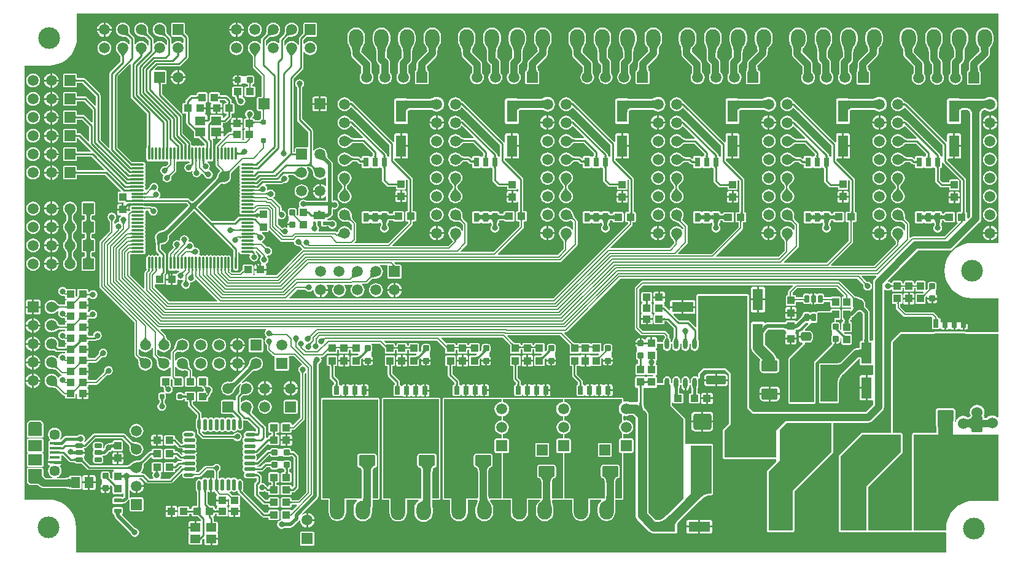
<source format=gtl>
G04 Layer_Physical_Order=1*
G04 Layer_Color=255*
%FSLAX44Y44*%
%MOMM*%
G71*
G01*
G75*
%ADD10R,1.4000X1.2000*%
%ADD11R,3.6000X2.4100*%
%ADD12O,0.6000X1.4500*%
%ADD13R,1.0000X1.1000*%
G04:AMPARAMS|DCode=14|XSize=0.8mm|YSize=0.8mm|CornerRadius=0.1mm|HoleSize=0mm|Usage=FLASHONLY|Rotation=270.000|XOffset=0mm|YOffset=0mm|HoleType=Round|Shape=RoundedRectangle|*
%AMROUNDEDRECTD14*
21,1,0.8000,0.6000,0,0,270.0*
21,1,0.6000,0.8000,0,0,270.0*
1,1,0.2000,-0.3000,-0.3000*
1,1,0.2000,-0.3000,0.3000*
1,1,0.2000,0.3000,0.3000*
1,1,0.2000,0.3000,-0.3000*
%
%ADD14ROUNDEDRECTD14*%
%ADD15R,1.0000X0.6000*%
%ADD16R,1.1000X1.0000*%
G04:AMPARAMS|DCode=17|XSize=2.7mm|YSize=1.15mm|CornerRadius=0.1437mm|HoleSize=0mm|Usage=FLASHONLY|Rotation=180.000|XOffset=0mm|YOffset=0mm|HoleType=Round|Shape=RoundedRectangle|*
%AMROUNDEDRECTD17*
21,1,2.7000,0.8625,0,0,180.0*
21,1,2.4125,1.1500,0,0,180.0*
1,1,0.2875,-1.2063,0.4313*
1,1,0.2875,1.2063,0.4313*
1,1,0.2875,1.2063,-0.4313*
1,1,0.2875,-1.2063,-0.4313*
%
%ADD17ROUNDEDRECTD17*%
%ADD18R,0.4000X0.2500*%
%ADD19R,1.6000X1.1000*%
%ADD20R,0.4000X0.5000*%
G04:AMPARAMS|DCode=21|XSize=0.8mm|YSize=0.8mm|CornerRadius=0.1mm|HoleSize=0mm|Usage=FLASHONLY|Rotation=180.000|XOffset=0mm|YOffset=0mm|HoleType=Round|Shape=RoundedRectangle|*
%AMROUNDEDRECTD21*
21,1,0.8000,0.6000,0,0,180.0*
21,1,0.6000,0.8000,0,0,180.0*
1,1,0.2000,-0.3000,0.3000*
1,1,0.2000,0.3000,0.3000*
1,1,0.2000,0.3000,-0.3000*
1,1,0.2000,-0.3000,-0.3000*
%
%ADD21ROUNDEDRECTD21*%
%ADD22R,1.9000X1.5000*%
%ADD23R,1.3500X0.4000*%
%ADD24R,2.8500X6.6000*%
%ADD25R,2.3500X5.1000*%
G04:AMPARAMS|DCode=26|XSize=2.5mm|YSize=2.2mm|CornerRadius=0.275mm|HoleSize=0mm|Usage=FLASHONLY|Rotation=180.000|XOffset=0mm|YOffset=0mm|HoleType=Round|Shape=RoundedRectangle|*
%AMROUNDEDRECTD26*
21,1,2.5000,1.6500,0,0,180.0*
21,1,1.9500,2.2000,0,0,180.0*
1,1,0.5500,-0.9750,0.8250*
1,1,0.5500,0.9750,0.8250*
1,1,0.5500,0.9750,-0.8250*
1,1,0.5500,-0.9750,-0.8250*
%
%ADD26ROUNDEDRECTD26*%
G04:AMPARAMS|DCode=27|XSize=2.2mm|YSize=1.5mm|CornerRadius=0.1875mm|HoleSize=0mm|Usage=FLASHONLY|Rotation=0.000|XOffset=0mm|YOffset=0mm|HoleType=Round|Shape=RoundedRectangle|*
%AMROUNDEDRECTD27*
21,1,2.2000,1.1250,0,0,0.0*
21,1,1.8250,1.5000,0,0,0.0*
1,1,0.3750,0.9125,-0.5625*
1,1,0.3750,-0.9125,-0.5625*
1,1,0.3750,-0.9125,0.5625*
1,1,0.3750,0.9125,0.5625*
%
%ADD27ROUNDEDRECTD27*%
%ADD28R,5.0000X2.0000*%
%ADD29R,4.2000X3.2000*%
%ADD30R,0.7000X1.1500*%
%ADD31R,1.3000X1.5000*%
%ADD32R,2.9972X1.3970*%
%ADD33R,1.3970X2.9972*%
G04:AMPARAMS|DCode=34|XSize=1.2mm|YSize=1.5mm|CornerRadius=0.3mm|HoleSize=0mm|Usage=FLASHONLY|Rotation=270.000|XOffset=0mm|YOffset=0mm|HoleType=Round|Shape=RoundedRectangle|*
%AMROUNDEDRECTD34*
21,1,1.2000,0.9000,0,0,270.0*
21,1,0.6000,1.5000,0,0,270.0*
1,1,0.6000,-0.4500,-0.3000*
1,1,0.6000,-0.4500,0.3000*
1,1,0.6000,0.4500,0.3000*
1,1,0.6000,0.4500,-0.3000*
%
%ADD34ROUNDEDRECTD34*%
%ADD35R,0.7620X1.2700*%
%ADD36R,1.5000X1.5000*%
%ADD37O,0.3000X1.8000*%
%ADD38O,1.8000X0.3000*%
%ADD39O,0.5000X1.4000*%
%ADD40O,0.5000X1.6000*%
%ADD41O,1.4000X0.5000*%
%ADD42O,1.6000X0.5000*%
G04:AMPARAMS|DCode=43|XSize=0.6mm|YSize=0.7mm|CornerRadius=0.075mm|HoleSize=0mm|Usage=FLASHONLY|Rotation=270.000|XOffset=0mm|YOffset=0mm|HoleType=Round|Shape=RoundedRectangle|*
%AMROUNDEDRECTD43*
21,1,0.6000,0.5500,0,0,270.0*
21,1,0.4500,0.7000,0,0,270.0*
1,1,0.1500,-0.2750,-0.2250*
1,1,0.1500,-0.2750,0.2250*
1,1,0.1500,0.2750,0.2250*
1,1,0.1500,0.2750,-0.2250*
%
%ADD43ROUNDEDRECTD43*%
G04:AMPARAMS|DCode=44|XSize=0.6mm|YSize=0.7mm|CornerRadius=0.075mm|HoleSize=0mm|Usage=FLASHONLY|Rotation=180.000|XOffset=0mm|YOffset=0mm|HoleType=Round|Shape=RoundedRectangle|*
%AMROUNDEDRECTD44*
21,1,0.6000,0.5500,0,0,180.0*
21,1,0.4500,0.7000,0,0,180.0*
1,1,0.1500,-0.2250,0.2750*
1,1,0.1500,0.2250,0.2750*
1,1,0.1500,0.2250,-0.2750*
1,1,0.1500,-0.2250,-0.2750*
%
%ADD44ROUNDEDRECTD44*%
G04:AMPARAMS|DCode=45|XSize=2.2mm|YSize=1.5mm|CornerRadius=0.1875mm|HoleSize=0mm|Usage=FLASHONLY|Rotation=270.000|XOffset=0mm|YOffset=0mm|HoleType=Round|Shape=RoundedRectangle|*
%AMROUNDEDRECTD45*
21,1,2.2000,1.1250,0,0,270.0*
21,1,1.8250,1.5000,0,0,270.0*
1,1,0.3750,-0.5625,-0.9125*
1,1,0.3750,-0.5625,0.9125*
1,1,0.3750,0.5625,0.9125*
1,1,0.3750,0.5625,-0.9125*
%
%ADD45ROUNDEDRECTD45*%
G04:AMPARAMS|DCode=46|XSize=0.6mm|YSize=1mm|CornerRadius=0.075mm|HoleSize=0mm|Usage=FLASHONLY|Rotation=180.000|XOffset=0mm|YOffset=0mm|HoleType=Round|Shape=RoundedRectangle|*
%AMROUNDEDRECTD46*
21,1,0.6000,0.8500,0,0,180.0*
21,1,0.4500,1.0000,0,0,180.0*
1,1,0.1500,-0.2250,0.4250*
1,1,0.1500,0.2250,0.4250*
1,1,0.1500,0.2250,-0.4250*
1,1,0.1500,-0.2250,-0.4250*
%
%ADD46ROUNDEDRECTD46*%
G04:AMPARAMS|DCode=47|XSize=0.6mm|YSize=1mm|CornerRadius=0.075mm|HoleSize=0mm|Usage=FLASHONLY|Rotation=270.000|XOffset=0mm|YOffset=0mm|HoleType=Round|Shape=RoundedRectangle|*
%AMROUNDEDRECTD47*
21,1,0.6000,0.8500,0,0,270.0*
21,1,0.4500,1.0000,0,0,270.0*
1,1,0.1500,-0.4250,-0.2250*
1,1,0.1500,-0.4250,0.2250*
1,1,0.1500,0.4250,0.2250*
1,1,0.1500,0.4250,-0.2250*
%
%ADD47ROUNDEDRECTD47*%
%ADD48C,0.2540*%
%ADD49C,0.2000*%
%ADD50C,1.0000*%
%ADD51C,0.4000*%
%ADD52C,0.5000*%
%ADD53C,0.6000*%
%ADD54C,1.3000*%
%ADD55C,2.0000*%
%ADD56C,3.0000*%
%ADD57C,1.3970*%
%ADD58R,4.9530X2.6416*%
%ADD59C,1.5000*%
%ADD60R,1.5000X1.5000*%
G04:AMPARAMS|DCode=61|XSize=1.5mm|YSize=1.9mm|CornerRadius=0.375mm|HoleSize=0mm|Usage=FLASHONLY|Rotation=270.000|XOffset=0mm|YOffset=0mm|HoleType=Round|Shape=RoundedRectangle|*
%AMROUNDEDRECTD61*
21,1,1.5000,1.1500,0,0,270.0*
21,1,0.7500,1.9000,0,0,270.0*
1,1,0.7500,-0.5750,-0.3750*
1,1,0.7500,-0.5750,0.3750*
1,1,0.7500,0.5750,0.3750*
1,1,0.7500,0.5750,-0.3750*
%
%ADD61ROUNDEDRECTD61*%
%ADD62C,1.4500*%
%ADD63C,1.5096*%
%ADD64C,3.0000*%
%ADD65O,2.0000X2.6000*%
%ADD66C,1.0000*%
%ADD67C,1.5240*%
%ADD68O,3.0000X4.0000*%
%ADD69C,2.4000*%
%ADD70C,0.8000*%
%ADD71C,0.7000*%
G36*
X1262000Y166000D02*
X1262000Y142000D01*
X1214000Y94000D01*
X1214000Y33742D01*
X1179000Y33742D01*
X1179000Y136000D01*
X1209000Y166000D01*
X1262000Y166000D01*
D02*
G37*
G36*
X1396156Y190107D02*
X1394886Y189743D01*
X1392998Y191192D01*
X1390536Y192212D01*
X1387894Y192560D01*
X1385252Y192212D01*
X1382790Y191192D01*
X1380676Y189570D01*
X1380358Y189155D01*
X1377150D01*
X1376816Y190832D01*
X1376026Y192015D01*
X1376926Y194188D01*
X1377273Y196830D01*
X1376926Y199472D01*
X1375906Y201934D01*
X1374284Y204048D01*
X1372170Y205670D01*
X1369708Y206690D01*
X1367066Y207038D01*
X1364424Y206690D01*
X1361962Y205670D01*
X1359848Y204048D01*
X1358226Y201934D01*
X1357207Y199472D01*
X1356859Y196830D01*
X1357207Y194188D01*
X1358104Y192020D01*
X1358102Y192018D01*
X1357642Y191426D01*
X1357216Y191013D01*
X1356695Y190629D01*
X1356061Y190272D01*
X1355305Y189951D01*
X1354418Y189673D01*
X1353979Y189576D01*
X1352866Y190430D01*
X1350404Y191450D01*
X1347762Y191798D01*
X1345120Y191450D01*
X1342658Y190430D01*
X1340544Y188808D01*
X1338922Y186694D01*
X1337903Y184232D01*
X1337890Y184134D01*
X1336573Y183867D01*
X1336510Y183976D01*
X1336576Y184578D01*
X1336667Y185078D01*
X1336676Y185103D01*
X1336746Y185208D01*
X1337086Y186915D01*
Y198165D01*
X1336746Y199872D01*
X1335779Y201319D01*
X1334332Y202286D01*
X1332625Y202626D01*
X1314375D01*
X1312668Y202286D01*
X1311221Y201319D01*
X1310254Y199872D01*
X1309914Y198165D01*
Y186915D01*
X1310094Y186012D01*
X1310776Y169465D01*
X1309897Y168549D01*
X1280000D01*
X1279025Y168355D01*
X1278198Y167802D01*
X1277645Y166975D01*
X1277451Y166000D01*
Y33742D01*
X1216549D01*
X1216549Y92944D01*
X1263802Y140198D01*
X1264355Y141025D01*
X1264549Y142000D01*
X1264549Y166000D01*
X1264355Y166975D01*
X1263802Y167802D01*
X1262975Y168355D01*
X1262000Y168549D01*
X1251218D01*
Y294000D01*
X1262029Y304811D01*
X1396156D01*
Y190107D01*
D02*
G37*
G36*
X1396666Y430311D02*
X1360951D01*
X1360208Y430369D01*
X1354245Y429900D01*
X1348429Y428504D01*
X1342903Y426215D01*
X1337803Y423090D01*
X1333255Y419205D01*
X1329370Y414657D01*
X1326245Y409557D01*
X1323956Y404031D01*
X1322560Y398215D01*
X1322090Y392252D01*
X1322560Y386289D01*
X1323956Y380473D01*
X1326245Y374947D01*
X1329370Y369847D01*
X1333255Y365299D01*
X1337803Y361414D01*
X1342903Y358289D01*
X1348429Y356000D01*
X1354245Y354604D01*
X1360208Y354134D01*
X1360957Y354193D01*
X1396666D01*
Y307778D01*
X1396156Y307360D01*
X1351718D01*
X1351195Y307709D01*
X1350220Y307903D01*
X1308220D01*
X1307245Y307709D01*
X1306722Y307360D01*
X1262029D01*
X1261054Y307166D01*
X1260227Y306613D01*
X1249416Y295802D01*
X1248863Y294975D01*
X1248669Y294000D01*
Y168549D01*
X1209000Y168549D01*
X1208025Y168355D01*
X1207198Y167802D01*
X1177198Y137802D01*
X1176645Y136975D01*
X1176451Y136000D01*
X1176451Y33742D01*
X1176645Y32766D01*
X1177198Y31939D01*
X1178025Y31387D01*
X1179000Y31193D01*
X1214000Y31193D01*
X1214976Y31387D01*
X1215275Y31587D01*
X1215574Y31387D01*
X1216549Y31193D01*
X1277451D01*
X1278426Y31387D01*
X1278726Y31587D01*
X1279025Y31387D01*
X1280000Y31193D01*
X1323419Y31193D01*
X1324689Y30134D01*
Y3334D01*
X124711D01*
Y37687D01*
X124769Y38430D01*
X124300Y44393D01*
X122904Y50209D01*
X120615Y55735D01*
X117489Y60835D01*
X113605Y65383D01*
X109057Y69268D01*
X103957Y72393D01*
X98431Y74682D01*
X92615Y76078D01*
X86652Y76547D01*
X85909Y76489D01*
X53334D01*
Y675190D01*
X86976D01*
X87725Y675131D01*
X93688Y675600D01*
X99504Y676996D01*
X105030Y679285D01*
X110130Y682410D01*
X114679Y686295D01*
X118563Y690843D01*
X121688Y695943D01*
X123977Y701469D01*
X125374Y707285D01*
X125843Y713248D01*
X125785Y713990D01*
Y746666D01*
X1396666D01*
Y430311D01*
D02*
G37*
G36*
X1359595Y171590D02*
X1359519Y172540D01*
X1359238Y173390D01*
X1358750Y174140D01*
X1358056Y174790D01*
X1357156Y175340D01*
X1356050Y175790D01*
X1354738Y176140D01*
X1353432Y176355D01*
X1353311Y176320D01*
X1353204Y176256D01*
Y176392D01*
X1351495Y176540D01*
X1349564Y176590D01*
Y186590D01*
X1351104Y186629D01*
X1352536Y186745D01*
X1353204Y186842D01*
Y186924D01*
X1353311Y186861D01*
X1353318Y186859D01*
X1353861Y186938D01*
X1355077Y187208D01*
X1356186Y187556D01*
X1357188Y187981D01*
X1358081Y188484D01*
X1358867Y189064D01*
X1359545Y189721D01*
X1360115Y190455D01*
X1359595Y171590D01*
D02*
G37*
G36*
X1334199Y185754D02*
X1334052Y184946D01*
X1333923Y183771D01*
X1333638Y178047D01*
X1333508Y166000D01*
X1396156Y166000D01*
Y74713D01*
X1363386D01*
X1362748Y74763D01*
X1356706Y74288D01*
X1350814Y72873D01*
X1345215Y70554D01*
X1340048Y67387D01*
X1335440Y63452D01*
X1331504Y58844D01*
X1328338Y53677D01*
X1326019Y48078D01*
X1324604Y42185D01*
X1324129Y36144D01*
X1324179Y35499D01*
Y33742D01*
X1280000Y33742D01*
Y166000D01*
X1313470D01*
X1312637Y186196D01*
X1334362D01*
X1334199Y185754D01*
D02*
G37*
%LPC*%
G36*
X1231055Y442692D02*
X1222317D01*
X1222496Y441329D01*
X1223513Y438875D01*
X1225130Y436767D01*
X1227237Y435150D01*
X1229691Y434134D01*
X1231055Y433954D01*
Y442692D01*
D02*
G37*
G36*
X1089749D02*
X1081011D01*
Y433954D01*
X1082375Y434134D01*
X1084829Y435150D01*
X1086936Y436767D01*
X1088553Y438875D01*
X1089570Y441329D01*
X1089749Y442692D01*
D02*
G37*
G36*
X1242332D02*
X1233595D01*
Y433954D01*
X1234958Y434134D01*
X1237412Y435150D01*
X1239519Y436767D01*
X1241136Y438875D01*
X1242153Y441329D01*
X1242332Y442692D01*
D02*
G37*
G36*
X1383638D02*
X1374900D01*
X1375079Y441329D01*
X1376096Y438875D01*
X1377713Y436767D01*
X1379820Y435150D01*
X1382274Y434134D01*
X1383638Y433954D01*
Y442692D01*
D02*
G37*
G36*
X1394915D02*
X1386178D01*
Y433954D01*
X1387541Y434134D01*
X1389995Y435150D01*
X1392103Y436767D01*
X1393719Y438875D01*
X1394736Y441329D01*
X1394915Y442692D01*
D02*
G37*
G36*
X620722Y442692D02*
X611984D01*
X612163Y441329D01*
X613180Y438875D01*
X614797Y436767D01*
X616904Y435150D01*
X619358Y434134D01*
X620722Y433954D01*
Y442692D01*
D02*
G37*
G36*
X91990Y411610D02*
Y402920D01*
X100679D01*
X100502Y404271D01*
X99490Y406713D01*
X97881Y408811D01*
X95783Y410420D01*
X93341Y411432D01*
X91990Y411610D01*
D02*
G37*
G36*
X89450Y425780D02*
X80761D01*
X80938Y424429D01*
X81950Y421987D01*
X83559Y419890D01*
X85657Y418280D01*
X88099Y417269D01*
X89450Y417091D01*
Y425780D01*
D02*
G37*
G36*
X149020Y487389D02*
X134020D01*
X133240Y487234D01*
X132578Y486792D01*
X132136Y486130D01*
X131981Y485350D01*
Y470350D01*
X132136Y469570D01*
X132578Y468908D01*
X133240Y468466D01*
X134020Y468311D01*
X136508D01*
X136570Y468209D01*
X136684Y467930D01*
X136800Y467500D01*
X136896Y466925D01*
X136932Y466515D01*
Y463777D01*
X136895Y463362D01*
X136799Y462783D01*
X136683Y462348D01*
X136567Y462063D01*
X136522Y461989D01*
X134020D01*
X133240Y461834D01*
X132578Y461392D01*
X132136Y460731D01*
X131981Y459950D01*
Y444950D01*
X132136Y444170D01*
X132578Y443508D01*
X133240Y443066D01*
X134020Y442911D01*
X136508D01*
X136570Y442809D01*
X136684Y442530D01*
X136800Y442100D01*
X136896Y441525D01*
X136932Y441115D01*
Y438377D01*
X136895Y437962D01*
X136799Y437383D01*
X136683Y436948D01*
X136567Y436664D01*
X136522Y436589D01*
X134020D01*
X133240Y436434D01*
X132578Y435992D01*
X132136Y435331D01*
X131981Y434550D01*
Y419550D01*
X132136Y418770D01*
X132578Y418108D01*
X133240Y417666D01*
X134020Y417511D01*
X136508D01*
X136570Y417410D01*
X136684Y417130D01*
X136800Y416700D01*
X136896Y416125D01*
X136932Y415715D01*
Y412977D01*
X136895Y412562D01*
X136799Y411983D01*
X136683Y411548D01*
X136567Y411264D01*
X136522Y411189D01*
X134020D01*
X133240Y411034D01*
X132578Y410592D01*
X132136Y409930D01*
X131981Y409150D01*
Y394150D01*
X132136Y393370D01*
X132578Y392708D01*
X133240Y392266D01*
X134020Y392111D01*
X149020D01*
X149800Y392266D01*
X150462Y392708D01*
X150904Y393370D01*
X151059Y394150D01*
Y409150D01*
X150904Y409930D01*
X150462Y410592D01*
X149800Y411034D01*
X149020Y411189D01*
X146518D01*
X146473Y411264D01*
X146357Y411548D01*
X146241Y411983D01*
X146145Y412562D01*
X146108Y412977D01*
Y415715D01*
X146144Y416125D01*
X146240Y416700D01*
X146356Y417130D01*
X146470Y417410D01*
X146532Y417511D01*
X149020D01*
X149800Y417666D01*
X150462Y418108D01*
X150904Y418770D01*
X151059Y419550D01*
Y434550D01*
X150904Y435331D01*
X150462Y435992D01*
X149800Y436434D01*
X149020Y436589D01*
X146518D01*
X146473Y436664D01*
X146357Y436948D01*
X146241Y437383D01*
X146145Y437962D01*
X146108Y438377D01*
Y441115D01*
X146144Y441525D01*
X146240Y442100D01*
X146356Y442529D01*
X146470Y442810D01*
X146532Y442911D01*
X149020D01*
X149800Y443066D01*
X150462Y443508D01*
X150904Y444170D01*
X151059Y444950D01*
Y459950D01*
X150904Y460731D01*
X150462Y461392D01*
X149800Y461834D01*
X149020Y461989D01*
X146518D01*
X146473Y462063D01*
X146357Y462348D01*
X146241Y462783D01*
X146145Y463362D01*
X146108Y463777D01*
Y466515D01*
X146144Y466926D01*
X146240Y467500D01*
X146356Y467929D01*
X146470Y468210D01*
X146532Y468311D01*
X149020D01*
X149800Y468466D01*
X150462Y468908D01*
X150904Y469570D01*
X151059Y470350D01*
Y485350D01*
X150904Y486130D01*
X150462Y486792D01*
X149800Y487234D01*
X149020Y487389D01*
D02*
G37*
G36*
X89450Y411610D02*
X88099Y411432D01*
X85657Y410420D01*
X83559Y408811D01*
X81950Y406713D01*
X80938Y404271D01*
X80761Y402920D01*
X89450D01*
Y411610D01*
D02*
G37*
G36*
X100679Y425780D02*
X91990D01*
Y417091D01*
X93341Y417269D01*
X95783Y418280D01*
X97881Y419890D01*
X99490Y421987D01*
X100502Y424429D01*
X100679Y425780D01*
D02*
G37*
G36*
X91990Y437010D02*
Y428320D01*
X100679D01*
X100502Y429671D01*
X99490Y432113D01*
X97881Y434211D01*
X95783Y435820D01*
X93341Y436832D01*
X91990Y437010D01*
D02*
G37*
G36*
X1078471Y442692D02*
X1069734D01*
X1069913Y441329D01*
X1070929Y438875D01*
X1072546Y436767D01*
X1074654Y435150D01*
X1077108Y434134D01*
X1078471Y433954D01*
Y442692D01*
D02*
G37*
G36*
X65320Y436632D02*
X62840Y436306D01*
X60529Y435348D01*
X58545Y433826D01*
X57022Y431841D01*
X56065Y429530D01*
X55738Y427050D01*
X56065Y424570D01*
X57022Y422259D01*
X58545Y420275D01*
X60529Y418752D01*
X62840Y417795D01*
X65320Y417468D01*
X67800Y417795D01*
X70111Y418752D01*
X72095Y420275D01*
X73618Y422259D01*
X74575Y424570D01*
X74902Y427050D01*
X74575Y429530D01*
X73618Y431841D01*
X72095Y433826D01*
X70111Y435348D01*
X67800Y436306D01*
X65320Y436632D01*
D02*
G37*
G36*
X89450Y437010D02*
X88099Y436832D01*
X85657Y435820D01*
X83559Y434211D01*
X81950Y432113D01*
X80938Y429671D01*
X80761Y428320D01*
X89450D01*
Y437010D01*
D02*
G37*
G36*
X1233595Y453970D02*
Y445232D01*
X1242332D01*
X1242153Y446595D01*
X1241136Y449049D01*
X1239519Y451157D01*
X1237412Y452774D01*
X1234958Y453790D01*
X1233595Y453970D01*
D02*
G37*
G36*
X1383638D02*
X1382274Y453790D01*
X1379820Y452774D01*
X1377713Y451157D01*
X1376096Y449049D01*
X1375079Y446595D01*
X1374900Y445232D01*
X1383638D01*
Y453970D01*
D02*
G37*
G36*
X1081011D02*
Y445232D01*
X1089749D01*
X1089570Y446595D01*
X1088553Y449049D01*
X1086936Y451157D01*
X1084829Y452774D01*
X1082375Y453790D01*
X1081011Y453970D01*
D02*
G37*
G36*
X1231055D02*
X1229691Y453790D01*
X1227237Y452774D01*
X1225130Y451157D01*
X1223513Y449049D01*
X1222496Y446595D01*
X1222317Y445232D01*
X1231055D01*
Y453970D01*
D02*
G37*
G36*
X1386178D02*
Y445232D01*
X1394915D01*
X1394736Y446595D01*
X1393719Y449049D01*
X1392103Y451157D01*
X1389995Y452774D01*
X1387541Y453790D01*
X1386178Y453970D01*
D02*
G37*
G36*
X773305Y453970D02*
X771941Y453791D01*
X769487Y452774D01*
X767380Y451157D01*
X765763Y449050D01*
X764747Y446596D01*
X764567Y445232D01*
X773305D01*
Y453970D01*
D02*
G37*
G36*
X775845D02*
Y445232D01*
X784583D01*
X784403Y446596D01*
X783387Y449050D01*
X781770Y451157D01*
X779662Y452774D01*
X777208Y453791D01*
X775845Y453970D01*
D02*
G37*
G36*
X620722D02*
X619358Y453791D01*
X616904Y452774D01*
X614797Y451157D01*
X613180Y449050D01*
X612163Y446596D01*
X611984Y445232D01*
X620722D01*
Y453970D01*
D02*
G37*
G36*
X623262D02*
Y445232D01*
X632000D01*
X631820Y446596D01*
X630804Y449050D01*
X629187Y451157D01*
X627079Y452774D01*
X624625Y453791D01*
X623262Y453970D01*
D02*
G37*
G36*
X784583Y442692D02*
X775845D01*
Y433954D01*
X777208Y434134D01*
X779662Y435150D01*
X781770Y436767D01*
X783387Y438875D01*
X784403Y441329D01*
X784583Y442692D01*
D02*
G37*
G36*
X925888D02*
X917150D01*
X917330Y441329D01*
X918346Y438875D01*
X919963Y436767D01*
X922071Y435150D01*
X924525Y434134D01*
X925888Y433954D01*
Y442692D01*
D02*
G37*
G36*
X632000D02*
X623262D01*
Y433954D01*
X624625Y434134D01*
X627079Y435150D01*
X629187Y436767D01*
X630804Y438875D01*
X631820Y441329D01*
X632000Y442692D01*
D02*
G37*
G36*
X773305D02*
X764567D01*
X764747Y441329D01*
X765763Y438875D01*
X767380Y436767D01*
X769487Y435150D01*
X771941Y434134D01*
X773305Y433954D01*
Y442692D01*
D02*
G37*
G36*
X937166D02*
X928428D01*
Y433954D01*
X929792Y434134D01*
X932246Y435150D01*
X934353Y436767D01*
X935970Y438875D01*
X936986Y441329D01*
X937166Y442692D01*
D02*
G37*
G36*
X65320Y462032D02*
X62840Y461706D01*
X60529Y460748D01*
X58545Y459226D01*
X57022Y457241D01*
X56065Y454930D01*
X55738Y452450D01*
X56065Y449970D01*
X57022Y447659D01*
X58545Y445675D01*
X60529Y444152D01*
X62840Y443195D01*
X65320Y442868D01*
X67800Y443195D01*
X70111Y444152D01*
X72095Y445675D01*
X73618Y447659D01*
X74575Y449970D01*
X74902Y452450D01*
X74575Y454930D01*
X73618Y457241D01*
X72095Y459226D01*
X70111Y460748D01*
X67800Y461706D01*
X65320Y462032D01*
D02*
G37*
G36*
X1078471Y453970D02*
X1077108Y453790D01*
X1074654Y452774D01*
X1072546Y451157D01*
X1070929Y449049D01*
X1069913Y446595D01*
X1069734Y445232D01*
X1078471D01*
Y453970D01*
D02*
G37*
G36*
X89450Y451180D02*
X80761D01*
X80938Y449829D01*
X81950Y447387D01*
X83559Y445290D01*
X85657Y443680D01*
X88099Y442669D01*
X89450Y442491D01*
Y451180D01*
D02*
G37*
G36*
X100679D02*
X91990D01*
Y442491D01*
X93341Y442669D01*
X95783Y443680D01*
X97881Y445290D01*
X99490Y447387D01*
X100502Y449829D01*
X100679Y451180D01*
D02*
G37*
G36*
X116120Y487432D02*
X113640Y487106D01*
X111329Y486148D01*
X109345Y484626D01*
X107822Y482641D01*
X106865Y480330D01*
X106538Y477850D01*
X106865Y475370D01*
X107822Y473059D01*
X109345Y471075D01*
X109573Y470899D01*
X109868Y470590D01*
X110242Y470140D01*
X110564Y469686D01*
X110838Y469229D01*
X111066Y468767D01*
X111250Y468297D01*
X111393Y467818D01*
X111496Y467323D01*
X111532Y467028D01*
Y463272D01*
X111496Y462977D01*
X111393Y462483D01*
X111250Y462003D01*
X111066Y461533D01*
X110838Y461071D01*
X110564Y460614D01*
X110242Y460161D01*
X109868Y459710D01*
X109573Y459401D01*
X109345Y459226D01*
X107822Y457241D01*
X106865Y454930D01*
X106538Y452450D01*
X106865Y449970D01*
X107822Y447659D01*
X109345Y445675D01*
X109573Y445499D01*
X109868Y445190D01*
X110242Y444740D01*
X110564Y444286D01*
X110838Y443829D01*
X111066Y443367D01*
X111250Y442897D01*
X111393Y442418D01*
X111496Y441923D01*
X111532Y441628D01*
Y437872D01*
X111496Y437577D01*
X111393Y437083D01*
X111250Y436603D01*
X111066Y436133D01*
X110838Y435671D01*
X110564Y435214D01*
X110242Y434761D01*
X109868Y434310D01*
X109573Y434001D01*
X109345Y433826D01*
X107822Y431841D01*
X106865Y429530D01*
X106538Y427050D01*
X106865Y424570D01*
X107822Y422259D01*
X109345Y420275D01*
X109573Y420099D01*
X109868Y419790D01*
X110242Y419340D01*
X110564Y418886D01*
X110838Y418429D01*
X111066Y417967D01*
X111250Y417497D01*
X111393Y417018D01*
X111496Y416523D01*
X111532Y416228D01*
Y412472D01*
X111496Y412177D01*
X111393Y411683D01*
X111250Y411203D01*
X111066Y410733D01*
X110838Y410271D01*
X110564Y409814D01*
X110242Y409361D01*
X109868Y408910D01*
X109573Y408601D01*
X109345Y408426D01*
X107822Y406441D01*
X106865Y404130D01*
X106538Y401650D01*
X106865Y399170D01*
X107822Y396859D01*
X109345Y394875D01*
X111329Y393352D01*
X113640Y392395D01*
X116120Y392068D01*
X118600Y392395D01*
X120911Y393352D01*
X122895Y394875D01*
X124418Y396859D01*
X125375Y399170D01*
X125702Y401650D01*
X125375Y404130D01*
X124418Y406441D01*
X122895Y408426D01*
X122667Y408601D01*
X122372Y408910D01*
X121998Y409361D01*
X121676Y409814D01*
X121402Y410271D01*
X121174Y410733D01*
X120990Y411203D01*
X120847Y411683D01*
X120744Y412177D01*
X120708Y412472D01*
Y416228D01*
X120744Y416523D01*
X120847Y417018D01*
X120990Y417497D01*
X121174Y417967D01*
X121402Y418429D01*
X121676Y418886D01*
X121998Y419339D01*
X122372Y419790D01*
X122667Y420099D01*
X122895Y420275D01*
X124418Y422259D01*
X125375Y424570D01*
X125702Y427050D01*
X125375Y429530D01*
X124418Y431841D01*
X122895Y433826D01*
X122667Y434001D01*
X122372Y434310D01*
X121998Y434761D01*
X121676Y435214D01*
X121402Y435671D01*
X121174Y436133D01*
X120990Y436603D01*
X120847Y437083D01*
X120744Y437577D01*
X120708Y437872D01*
Y441628D01*
X120744Y441923D01*
X120847Y442418D01*
X120990Y442897D01*
X121174Y443367D01*
X121402Y443829D01*
X121676Y444286D01*
X121998Y444739D01*
X122372Y445190D01*
X122667Y445499D01*
X122895Y445675D01*
X124418Y447659D01*
X125375Y449970D01*
X125702Y452450D01*
X125375Y454930D01*
X124418Y457241D01*
X122895Y459226D01*
X122667Y459401D01*
X122372Y459710D01*
X121998Y460161D01*
X121676Y460614D01*
X121402Y461071D01*
X121174Y461533D01*
X120990Y462003D01*
X120847Y462483D01*
X120744Y462977D01*
X120708Y463272D01*
Y467028D01*
X120744Y467323D01*
X120847Y467818D01*
X120990Y468297D01*
X121174Y468767D01*
X121402Y469229D01*
X121676Y469686D01*
X121998Y470140D01*
X122372Y470590D01*
X122667Y470899D01*
X122895Y471075D01*
X124418Y473059D01*
X125375Y475370D01*
X125702Y477850D01*
X125375Y480330D01*
X124418Y482641D01*
X122895Y484626D01*
X120911Y486148D01*
X118600Y487106D01*
X116120Y487432D01*
D02*
G37*
G36*
X64050Y326520D02*
X62699Y326342D01*
X60257Y325330D01*
X58159Y323721D01*
X56550Y321623D01*
X55539Y319181D01*
X55361Y317830D01*
X64050D01*
Y326520D01*
D02*
G37*
G36*
X66590D02*
Y317830D01*
X75279D01*
X75102Y319181D01*
X74090Y321623D01*
X72481Y323721D01*
X70383Y325330D01*
X67941Y326342D01*
X66590Y326520D01*
D02*
G37*
G36*
X1262000Y361039D02*
X1252000D01*
X1251220Y360884D01*
X1250558Y360442D01*
X1250116Y359781D01*
X1249961Y359000D01*
Y348000D01*
X1250116Y347220D01*
X1250558Y346558D01*
X1251220Y346116D01*
X1252000Y345961D01*
X1254941D01*
Y341000D01*
X1254941Y341000D01*
X1255174Y339829D01*
X1255837Y338837D01*
X1265291Y329383D01*
X1266283Y328720D01*
X1267454Y328487D01*
X1304172D01*
X1305249Y327387D01*
X1305228Y326546D01*
X1304786Y325885D01*
X1304631Y325104D01*
Y313604D01*
X1304786Y312824D01*
X1305228Y312162D01*
X1305890Y311720D01*
X1306670Y311565D01*
X1313670D01*
X1314450Y311720D01*
X1315112Y312162D01*
X1315554Y312824D01*
X1315597Y313042D01*
X1316892D01*
X1316977Y312613D01*
X1317539Y311773D01*
X1318379Y311212D01*
X1319370Y311014D01*
X1321600D01*
Y319354D01*
Y327694D01*
X1319370D01*
X1318379Y327497D01*
X1317539Y326935D01*
X1316977Y326095D01*
X1316892Y325667D01*
X1315597D01*
X1315554Y325885D01*
X1315112Y326546D01*
X1314450Y326988D01*
X1313670Y327143D01*
X1313229D01*
Y327482D01*
X1312996Y328653D01*
X1312333Y329645D01*
X1308269Y333709D01*
X1307276Y334372D01*
X1306106Y334605D01*
X1306106Y334605D01*
X1268721D01*
X1261059Y342267D01*
Y345961D01*
X1262000D01*
X1262780Y346116D01*
X1263442Y346558D01*
X1263884Y347220D01*
X1264039Y348000D01*
Y359000D01*
X1263884Y359781D01*
X1263442Y360442D01*
X1262780Y360884D01*
X1262000Y361039D01*
D02*
G37*
G36*
X1354360Y318084D02*
X1349540D01*
Y311014D01*
X1351770D01*
X1352761Y311212D01*
X1353601Y311773D01*
X1354163Y312613D01*
X1354360Y313604D01*
Y318084D01*
D02*
G37*
G36*
X1351770Y327694D02*
X1349540D01*
Y320729D01*
Y320624D01*
X1354360D01*
Y325104D01*
X1354163Y326095D01*
X1353601Y326935D01*
X1352761Y327497D01*
X1352588Y327531D01*
X1351770Y327694D01*
D02*
G37*
G36*
X64050Y340690D02*
X55230D01*
Y334460D01*
X55427Y333469D01*
X55989Y332629D01*
X56829Y332068D01*
X57820Y331870D01*
X64050D01*
Y340690D01*
D02*
G37*
G36*
X75410D02*
X66590D01*
Y331870D01*
X72820D01*
X73811Y332068D01*
X74651Y332629D01*
X75213Y333469D01*
X75410Y334460D01*
Y340690D01*
D02*
G37*
G36*
X1334300Y327694D02*
X1332070D01*
X1331079Y327497D01*
X1330239Y326935D01*
X1329926Y326467D01*
X1329779Y326420D01*
X1328661D01*
X1328514Y326467D01*
X1328201Y326935D01*
X1327361Y327497D01*
X1326370Y327694D01*
X1324140D01*
Y319354D01*
Y311014D01*
X1326370D01*
X1327361Y311212D01*
X1328201Y311773D01*
X1328514Y312242D01*
X1328661Y312288D01*
X1329779D01*
X1329926Y312242D01*
X1330239Y311773D01*
X1331079Y311212D01*
X1332070Y311014D01*
X1334300D01*
Y319354D01*
Y327694D01*
D02*
G37*
G36*
X1347000D02*
X1344770D01*
X1343779Y327497D01*
X1342939Y326935D01*
X1342626Y326467D01*
X1342479Y326420D01*
X1341361D01*
X1341214Y326467D01*
X1340901Y326935D01*
X1340061Y327497D01*
X1339070Y327694D01*
X1336840D01*
Y319354D01*
Y311014D01*
X1339070D01*
X1340061Y311212D01*
X1340901Y311773D01*
X1341214Y312242D01*
X1341361Y312288D01*
X1342479D01*
X1342626Y312242D01*
X1342939Y311773D01*
X1343779Y311212D01*
X1344770Y311014D01*
X1347000D01*
Y319354D01*
Y327694D01*
D02*
G37*
G36*
X345948Y299088D02*
X344597Y298910D01*
X342155Y297898D01*
X340057Y296289D01*
X338448Y294191D01*
X337436Y291749D01*
X337259Y290398D01*
X345948D01*
Y299088D01*
D02*
G37*
G36*
X348488D02*
Y290398D01*
X357177D01*
X357000Y291749D01*
X355988Y294191D01*
X354379Y296289D01*
X352281Y297898D01*
X349839Y298910D01*
X348488Y299088D01*
D02*
G37*
G36*
X64050Y289890D02*
X55361D01*
X55539Y288539D01*
X56550Y286097D01*
X58159Y284000D01*
X60257Y282390D01*
X62699Y281379D01*
X64050Y281201D01*
Y289890D01*
D02*
G37*
G36*
X75279D02*
X66590D01*
Y281201D01*
X67941Y281379D01*
X70383Y282390D01*
X72481Y284000D01*
X74090Y286097D01*
X75102Y288539D01*
X75279Y289890D01*
D02*
G37*
G36*
X64050Y301120D02*
X62699Y300942D01*
X60257Y299930D01*
X58159Y298321D01*
X56550Y296224D01*
X55539Y293781D01*
X55361Y292430D01*
X64050D01*
Y301120D01*
D02*
G37*
G36*
Y315290D02*
X55361D01*
X55539Y313939D01*
X56550Y311497D01*
X58159Y309400D01*
X60257Y307790D01*
X62699Y306779D01*
X64050Y306601D01*
Y315290D01*
D02*
G37*
G36*
X75279D02*
X66590D01*
Y306601D01*
X67941Y306779D01*
X70383Y307790D01*
X72481Y309400D01*
X74090Y311497D01*
X75102Y313939D01*
X75279Y315290D01*
D02*
G37*
G36*
X66590Y301120D02*
Y292430D01*
X75279D01*
X75102Y293781D01*
X74090Y296224D01*
X72481Y298321D01*
X70383Y299930D01*
X67941Y300942D01*
X66590Y301120D01*
D02*
G37*
G36*
X901730Y298609D02*
X900000D01*
X898619Y298335D01*
X897448Y297552D01*
X896665Y296381D01*
X896391Y295000D01*
Y293270D01*
X901730D01*
Y298609D01*
D02*
G37*
G36*
X573623Y364058D02*
X564934D01*
Y355369D01*
X566285Y355547D01*
X568727Y356558D01*
X570825Y358168D01*
X572434Y360265D01*
X573446Y362707D01*
X573623Y364058D01*
D02*
G37*
G36*
X538264Y374910D02*
X535784Y374584D01*
X533473Y373626D01*
X531488Y372104D01*
X529966Y370119D01*
X529008Y367808D01*
X528682Y365328D01*
X529008Y362848D01*
X529966Y360537D01*
X531488Y358553D01*
X533473Y357030D01*
X535784Y356073D01*
X538264Y355746D01*
X540744Y356073D01*
X543055Y357030D01*
X545039Y358553D01*
X546562Y360537D01*
X547519Y362848D01*
X547846Y365328D01*
X547519Y367808D01*
X546562Y370119D01*
X545039Y372104D01*
X543055Y373626D01*
X540744Y374584D01*
X538264Y374910D01*
D02*
G37*
G36*
X562394Y364058D02*
X553705D01*
X553882Y362707D01*
X554894Y360265D01*
X556503Y358168D01*
X558601Y356558D01*
X561043Y355547D01*
X562394Y355369D01*
Y364058D01*
D02*
G37*
G36*
X472023D02*
X463334D01*
Y355369D01*
X464685Y355547D01*
X467127Y356558D01*
X469225Y358168D01*
X470834Y360265D01*
X471846Y362707D01*
X472023Y364058D01*
D02*
G37*
G36*
X562394Y375288D02*
X561043Y375110D01*
X558601Y374098D01*
X556503Y372489D01*
X554894Y370392D01*
X553882Y367949D01*
X553705Y366598D01*
X562394D01*
Y375288D01*
D02*
G37*
G36*
X100679Y400380D02*
X91990D01*
Y391691D01*
X93341Y391869D01*
X95783Y392880D01*
X97881Y394490D01*
X99490Y396587D01*
X100502Y399029D01*
X100679Y400380D01*
D02*
G37*
G36*
X65320Y411232D02*
X62840Y410906D01*
X60529Y409948D01*
X58545Y408426D01*
X57022Y406441D01*
X56065Y404130D01*
X55738Y401650D01*
X56065Y399170D01*
X57022Y396859D01*
X58545Y394875D01*
X60529Y393352D01*
X62840Y392395D01*
X65320Y392068D01*
X67800Y392395D01*
X70111Y393352D01*
X72095Y394875D01*
X73618Y396859D01*
X74575Y399170D01*
X74902Y401650D01*
X74575Y404130D01*
X73618Y406441D01*
X72095Y408426D01*
X70111Y409948D01*
X67800Y410906D01*
X65320Y411232D01*
D02*
G37*
G36*
X564934Y375288D02*
Y366598D01*
X573623D01*
X573446Y367949D01*
X572434Y370392D01*
X570825Y372489D01*
X568727Y374098D01*
X566285Y375110D01*
X564934Y375288D01*
D02*
G37*
G36*
X89450Y400380D02*
X80761D01*
X80938Y399029D01*
X81950Y396587D01*
X83559Y394490D01*
X85657Y392880D01*
X88099Y391869D01*
X89450Y391691D01*
Y400380D01*
D02*
G37*
G36*
X1271730Y352230D02*
X1265410D01*
Y348000D01*
X1265607Y347009D01*
X1266169Y346169D01*
X1267009Y345608D01*
X1268000Y345410D01*
X1271730D01*
Y347566D01*
X1271640Y347713D01*
X1271510Y347853D01*
X1271360Y347953D01*
X1271190Y348013D01*
X1271000Y348033D01*
X1271730D01*
Y352230D01*
D02*
G37*
G36*
X1280590D02*
X1274270D01*
Y348033D01*
X1275000D01*
X1274810Y348013D01*
X1274640Y347953D01*
X1274490Y347853D01*
X1274360Y347713D01*
X1274270Y347566D01*
Y345410D01*
X1278000D01*
X1278991Y345608D01*
X1279831Y346169D01*
X1280393Y347009D01*
X1280590Y348000D01*
Y352230D01*
D02*
G37*
G36*
X64050Y352050D02*
X57820D01*
X56829Y351853D01*
X55989Y351291D01*
X55427Y350451D01*
X55230Y349460D01*
Y343230D01*
X64050D01*
Y352050D01*
D02*
G37*
G36*
X72820D02*
X66590D01*
Y343230D01*
X75410D01*
Y349460D01*
X75213Y350451D01*
X74651Y351291D01*
X73811Y351853D01*
X72820Y352050D01*
D02*
G37*
G36*
X1303730Y352230D02*
X1298391D01*
Y350500D01*
X1298665Y349119D01*
X1299448Y347948D01*
X1300619Y347165D01*
X1302000Y346891D01*
X1303730D01*
Y352230D01*
D02*
G37*
G36*
X1271730Y361590D02*
X1268000D01*
X1267009Y361393D01*
X1266169Y360831D01*
X1265607Y359991D01*
X1265410Y359000D01*
Y354770D01*
X1271730D01*
Y361590D01*
D02*
G37*
G36*
X1278000D02*
X1274270D01*
Y354770D01*
X1280590D01*
Y359000D01*
X1280393Y359991D01*
X1279831Y360831D01*
X1278991Y361393D01*
X1278000Y361590D01*
D02*
G37*
G36*
X1311609Y352230D02*
X1310988D01*
Y351455D01*
X1310602Y351446D01*
X1310255Y351416D01*
X1309950Y351366D01*
X1309685Y351296D01*
X1309460Y351207D01*
X1309277Y351098D01*
X1309134Y350968D01*
X1309032Y350819D01*
X1308970Y350650D01*
X1308950Y350461D01*
X1308953Y352230D01*
X1306270D01*
Y346891D01*
X1308000D01*
X1309381Y347165D01*
X1310552Y347948D01*
X1311335Y349119D01*
X1311609Y350500D01*
Y352230D01*
D02*
G37*
G36*
X105890Y369668D02*
X103549Y369202D01*
X101564Y367876D01*
X100238Y365891D01*
X99773Y363550D01*
X100238Y361209D01*
X101564Y359225D01*
X103549Y357898D01*
X105890Y357433D01*
X107385Y357730D01*
X107537Y357577D01*
X108530Y356914D01*
X109225Y356776D01*
Y354740D01*
X109380Y353960D01*
X109822Y353298D01*
X110484Y352856D01*
X110929Y352768D01*
Y351473D01*
X110484Y351384D01*
X109822Y350942D01*
X109380Y350281D01*
X109225Y349500D01*
Y345019D01*
X102509D01*
X102478Y345022D01*
X102213Y345085D01*
X101857Y345218D01*
X101418Y345433D01*
X100908Y345738D01*
X100336Y346134D01*
X99724Y346610D01*
X98288Y347889D01*
X97691Y348481D01*
X97495Y348736D01*
X95511Y350258D01*
X93200Y351216D01*
X90720Y351542D01*
X88240Y351216D01*
X85929Y350258D01*
X83945Y348736D01*
X82422Y346751D01*
X81465Y344440D01*
X81138Y341960D01*
X81465Y339480D01*
X82422Y337169D01*
X83945Y335185D01*
X85929Y333662D01*
X88240Y332705D01*
X90720Y332378D01*
X93200Y332705D01*
X95511Y333662D01*
X97495Y335185D01*
X97691Y335439D01*
X98288Y336031D01*
X99369Y336994D01*
X99790Y337026D01*
X100503Y335808D01*
X100238Y335411D01*
X99773Y333070D01*
X100238Y330729D01*
X101564Y328745D01*
X103549Y327418D01*
X105890Y326953D01*
X107385Y327250D01*
X107537Y327097D01*
X108530Y326434D01*
X109225Y326296D01*
Y324260D01*
X109380Y323480D01*
X109822Y322818D01*
X110484Y322376D01*
X110929Y322288D01*
Y320993D01*
X110484Y320904D01*
X109822Y320462D01*
X109380Y319801D01*
X109225Y319020D01*
Y317079D01*
X102405D01*
X102326Y317085D01*
X102095Y317144D01*
X101846Y317251D01*
X101565Y317426D01*
X101250Y317686D01*
X100905Y318043D01*
X100540Y318505D01*
X100161Y319075D01*
X99776Y319753D01*
X99368Y320585D01*
X99298Y320677D01*
X99018Y321351D01*
X97495Y323336D01*
X95511Y324858D01*
X93200Y325816D01*
X90720Y326142D01*
X88240Y325816D01*
X85929Y324858D01*
X83945Y323336D01*
X82422Y321351D01*
X81465Y319040D01*
X81138Y316560D01*
X81465Y314080D01*
X82422Y311769D01*
X83945Y309785D01*
X85929Y308262D01*
X88240Y307305D01*
X90720Y306978D01*
X93200Y307305D01*
X94689Y307921D01*
X94850Y307962D01*
X94855Y307965D01*
X94862Y307967D01*
X95267Y308161D01*
X95511Y308262D01*
X95565Y308304D01*
X96115Y308566D01*
X100052Y310332D01*
X101292Y310803D01*
X101678Y310925D01*
X101831Y310961D01*
X109225D01*
Y309105D01*
X108873Y308763D01*
X108079Y308272D01*
X105890Y308708D01*
X103549Y308242D01*
X101564Y306916D01*
X100238Y304931D01*
X99773Y302590D01*
X100238Y300249D01*
X101564Y298265D01*
X103549Y296938D01*
X105890Y296473D01*
X107385Y296770D01*
X107537Y296617D01*
X108530Y295954D01*
X109225Y295816D01*
Y293780D01*
X109380Y293000D01*
X109822Y292338D01*
X110484Y291896D01*
X110929Y291808D01*
Y290513D01*
X110484Y290424D01*
X109822Y289982D01*
X109380Y289321D01*
X109225Y288540D01*
Y286874D01*
X100740D01*
X99848Y288030D01*
X99841Y288077D01*
X99880Y288401D01*
X99901Y288499D01*
X99976Y288680D01*
X100302Y291160D01*
X99976Y293640D01*
X99018Y295951D01*
X97495Y297936D01*
X95511Y299458D01*
X93200Y300416D01*
X90720Y300742D01*
X88240Y300416D01*
X85929Y299458D01*
X83945Y297936D01*
X82422Y295951D01*
X81465Y293640D01*
X81138Y291160D01*
X81465Y288680D01*
X82422Y286369D01*
X83945Y284385D01*
X85929Y282862D01*
X88240Y281905D01*
X90720Y281578D01*
X93200Y281905D01*
X93381Y281980D01*
X93479Y282001D01*
X93836Y282043D01*
X94159Y282050D01*
X94452Y282025D01*
X94723Y281971D01*
X94979Y281890D01*
X95229Y281777D01*
X95480Y281628D01*
X95702Y281463D01*
X95983Y281183D01*
X97064Y280460D01*
X98340Y280206D01*
X109225D01*
Y278626D01*
X108873Y278283D01*
X108079Y277792D01*
X105890Y278228D01*
X103549Y277762D01*
X101564Y276436D01*
X100238Y274451D01*
X99773Y272110D01*
X99895Y271495D01*
X98707Y270957D01*
X97495Y272536D01*
X95511Y274058D01*
X93200Y275016D01*
X90720Y275342D01*
X88240Y275016D01*
X85929Y274058D01*
X83945Y272536D01*
X82422Y270551D01*
X81465Y268240D01*
X81138Y265760D01*
X81465Y263280D01*
X82422Y260969D01*
X83945Y258985D01*
X85929Y257462D01*
X88240Y256505D01*
X90720Y256178D01*
X91038Y256220D01*
X91879Y256216D01*
X93799Y256106D01*
X94567Y256010D01*
X95253Y255885D01*
X95829Y255740D01*
X96291Y255582D01*
X96638Y255424D01*
X96869Y255281D01*
X96894Y255261D01*
X102781Y249373D01*
X102781Y249373D01*
X103774Y248710D01*
X103996Y248666D01*
X103996Y247371D01*
X103549Y247282D01*
X101564Y245956D01*
X100635Y244566D01*
X99202Y244707D01*
X99018Y245151D01*
X97495Y247136D01*
X95511Y248658D01*
X93200Y249616D01*
X90720Y249942D01*
X88240Y249616D01*
X85929Y248658D01*
X83945Y247136D01*
X82422Y245151D01*
X81465Y242840D01*
X81138Y240360D01*
X81465Y237880D01*
X82422Y235569D01*
X83945Y233585D01*
X85929Y232062D01*
X88240Y231105D01*
X90720Y230778D01*
X91038Y230820D01*
X91879Y230816D01*
X93799Y230706D01*
X94567Y230609D01*
X95253Y230485D01*
X95829Y230340D01*
X96291Y230182D01*
X96638Y230024D01*
X96869Y229881D01*
X96894Y229861D01*
X106337Y220417D01*
X106337Y220417D01*
X107330Y219754D01*
X108500Y219521D01*
X109225D01*
Y217580D01*
X109380Y216800D01*
X109822Y216138D01*
X110484Y215696D01*
X111264Y215541D01*
X122264D01*
X123045Y215696D01*
X123706Y216138D01*
X124148Y216800D01*
X124303Y217580D01*
Y222754D01*
X124405Y222825D01*
X125675Y222164D01*
Y217580D01*
X125872Y216589D01*
X126433Y215749D01*
X127273Y215188D01*
X128264Y214991D01*
X132494D01*
Y222580D01*
X133764D01*
Y223850D01*
X139201D01*
Y224580D01*
X139221Y224390D01*
X139282Y224220D01*
X139384Y224070D01*
X139526Y223940D01*
X139675Y223850D01*
X141854D01*
Y227580D01*
X141657Y228571D01*
X141096Y229411D01*
X140485Y229820D01*
X140474Y229848D01*
X140394Y230765D01*
X140475Y231224D01*
X140706Y231378D01*
X141148Y232040D01*
X141303Y232820D01*
Y234761D01*
X152880D01*
X152880Y234761D01*
X154051Y234994D01*
X155043Y235657D01*
X167243Y247857D01*
X167292Y247893D01*
X167420Y247967D01*
X167579Y248039D01*
X167773Y248108D01*
X168007Y248171D01*
X168248Y248217D01*
X168970Y248286D01*
X169020Y248286D01*
X169390Y248213D01*
X171731Y248678D01*
X173716Y250005D01*
X175042Y251989D01*
X175508Y254330D01*
X175042Y256671D01*
X173716Y258656D01*
X171731Y259982D01*
X169390Y260448D01*
X167049Y259982D01*
X165064Y258656D01*
X163738Y256671D01*
X163272Y254330D01*
X163346Y253960D01*
X163345Y253882D01*
X163322Y253530D01*
X163283Y253219D01*
X163231Y252947D01*
X163168Y252714D01*
X163099Y252519D01*
X163027Y252360D01*
X162953Y252232D01*
X162917Y252183D01*
X151613Y240879D01*
X141303D01*
Y242820D01*
X141148Y243601D01*
X140706Y244262D01*
X140475Y244416D01*
X140394Y244876D01*
X140474Y245792D01*
X140485Y245821D01*
X141096Y246229D01*
X141657Y247069D01*
X141854Y248060D01*
Y251790D01*
X133764D01*
Y254330D01*
X141854D01*
Y258060D01*
X141657Y259051D01*
X141096Y259891D01*
X140485Y260299D01*
X140474Y260328D01*
X140394Y261245D01*
X140475Y261704D01*
X140706Y261858D01*
X141148Y262520D01*
X141303Y263300D01*
Y265241D01*
X151610D01*
X151610Y265241D01*
X152781Y265474D01*
X153773Y266137D01*
X159623Y271987D01*
X159672Y272023D01*
X159800Y272097D01*
X159959Y272169D01*
X160153Y272238D01*
X160387Y272301D01*
X160628Y272347D01*
X161350Y272416D01*
X161399Y272416D01*
X161770Y272343D01*
X164111Y272808D01*
X166096Y274135D01*
X167422Y276119D01*
X167887Y278460D01*
X167422Y280801D01*
X166096Y282786D01*
X164111Y284112D01*
X161770Y284578D01*
X159429Y284112D01*
X157444Y282786D01*
X156118Y280801D01*
X155653Y278460D01*
X155726Y278090D01*
X155725Y278012D01*
X155702Y277660D01*
X155663Y277349D01*
X155611Y277077D01*
X155548Y276843D01*
X155479Y276649D01*
X155407Y276490D01*
X155333Y276362D01*
X155297Y276313D01*
X150343Y271359D01*
X141303D01*
Y273300D01*
X141148Y274081D01*
X140706Y274742D01*
X140475Y274896D01*
X140394Y275355D01*
X140474Y276272D01*
X140485Y276301D01*
X141096Y276709D01*
X141657Y277549D01*
X141854Y278540D01*
Y282270D01*
X133764D01*
Y284810D01*
X141854D01*
Y288540D01*
X141657Y289531D01*
X141096Y290371D01*
X140485Y290779D01*
X140474Y290808D01*
X140394Y291725D01*
X140475Y292184D01*
X140706Y292338D01*
X141148Y293000D01*
X141303Y293780D01*
Y295446D01*
X150340D01*
X151616Y295700D01*
X152697Y296423D01*
X152980Y296705D01*
X154150Y296473D01*
X156491Y296938D01*
X158476Y298265D01*
X159802Y300249D01*
X160268Y302590D01*
X159802Y304931D01*
X158476Y306916D01*
X156491Y308242D01*
X154150Y308708D01*
X151809Y308242D01*
X149824Y306916D01*
X148498Y304931D01*
X148033Y302590D01*
X147642Y302114D01*
X141303D01*
Y303780D01*
X141148Y304561D01*
X140706Y305222D01*
X140475Y305376D01*
X140394Y305835D01*
X140474Y306752D01*
X140485Y306781D01*
X141096Y307189D01*
X141657Y308029D01*
X141854Y309020D01*
Y312750D01*
X133764D01*
Y315290D01*
X141854D01*
Y319020D01*
X141657Y320011D01*
X141096Y320851D01*
X140485Y321259D01*
X140474Y321288D01*
X140394Y322205D01*
X140475Y322664D01*
X140706Y322818D01*
X141148Y323480D01*
X141303Y324260D01*
Y326201D01*
X143990D01*
X143990Y326201D01*
X145061Y326414D01*
X145459Y326148D01*
X147800Y325683D01*
X150141Y326148D01*
X152126Y327475D01*
X153452Y329459D01*
X153918Y331800D01*
X153452Y334141D01*
X152126Y336126D01*
X150141Y337452D01*
X147800Y337918D01*
X145459Y337452D01*
X143474Y336126D01*
X142513Y334687D01*
X141165Y334956D01*
X141148Y335041D01*
X140706Y335702D01*
X140475Y335856D01*
X140394Y336315D01*
X140474Y337232D01*
X140485Y337261D01*
X141096Y337669D01*
X141657Y338509D01*
X141854Y339500D01*
Y343230D01*
X133764D01*
Y345770D01*
X141854D01*
Y349500D01*
X141657Y350491D01*
X141096Y351331D01*
X140485Y351740D01*
X140474Y351768D01*
X140394Y352685D01*
X140475Y353144D01*
X140706Y353298D01*
X141148Y353960D01*
X141303Y354740D01*
Y354934D01*
X141380Y355050D01*
X141533Y355227D01*
X141676Y355344D01*
X142029Y355524D01*
X142573Y355677D01*
X142666Y355623D01*
X142870Y355485D01*
X143429Y355023D01*
X143464Y354988D01*
X143674Y354674D01*
X145659Y353348D01*
X148000Y352882D01*
X150341Y353348D01*
X152326Y354674D01*
X153652Y356659D01*
X154117Y359000D01*
X153652Y361341D01*
X152326Y363326D01*
X150341Y364652D01*
X148000Y365117D01*
X145659Y364652D01*
X143674Y363326D01*
X143464Y363012D01*
X143408Y362957D01*
X143144Y362725D01*
X142895Y362533D01*
X142666Y362377D01*
X142573Y362323D01*
X142028Y362476D01*
X141675Y362657D01*
X141534Y362772D01*
X141380Y362950D01*
X141303Y363066D01*
Y364740D01*
X141148Y365521D01*
X140706Y366182D01*
X140044Y366624D01*
X139264Y366779D01*
X128264D01*
X127484Y366624D01*
X126822Y366182D01*
X126380Y365521D01*
X126225Y364740D01*
Y356884D01*
X125544Y356331D01*
X124303Y356879D01*
Y364740D01*
X124148Y365521D01*
X123706Y366182D01*
X123045Y366624D01*
X122264Y366779D01*
X111264D01*
X110985Y366724D01*
X110216Y367876D01*
X108231Y369202D01*
X105890Y369668D01*
D02*
G37*
G36*
X1340466Y501412D02*
X1336736D01*
Y494592D01*
X1343055D01*
Y498822D01*
X1342858Y499813D01*
X1342297Y500653D01*
X1341457Y501214D01*
X1340466Y501412D01*
D02*
G37*
G36*
X724876Y501972D02*
X721146D01*
X720155Y501775D01*
X719314Y501213D01*
X718753Y500373D01*
X718556Y499382D01*
Y495152D01*
X724876D01*
Y501972D01*
D02*
G37*
G36*
X580320Y493374D02*
X574000D01*
Y486554D01*
X577730D01*
X578721Y486752D01*
X579561Y487313D01*
X580122Y488153D01*
X580320Y489144D01*
Y493374D01*
D02*
G37*
G36*
X1334196Y501412D02*
X1330466D01*
X1329475Y501214D01*
X1328634Y500653D01*
X1328073Y499813D01*
X1327876Y498822D01*
Y494592D01*
X1334196D01*
Y501412D01*
D02*
G37*
G36*
X882784Y501972D02*
X879054D01*
Y495152D01*
X885374D01*
Y499382D01*
X885176Y500373D01*
X884615Y501213D01*
X883775Y501775D01*
X882784Y501972D01*
D02*
G37*
G36*
X1034930D02*
X1031200D01*
Y495152D01*
X1037520D01*
Y499382D01*
X1037322Y500373D01*
X1036761Y501213D01*
X1035921Y501775D01*
X1034930Y501972D01*
D02*
G37*
G36*
X876514D02*
X872784D01*
X871793Y501775D01*
X870953Y501213D01*
X870391Y500373D01*
X870194Y499382D01*
Y495152D01*
X876514D01*
Y501972D01*
D02*
G37*
G36*
X1028660D02*
X1024930D01*
X1023939Y501775D01*
X1023099Y501213D01*
X1022537Y500373D01*
X1022340Y499382D01*
Y495152D01*
X1028660D01*
Y501972D01*
D02*
G37*
G36*
X571460Y493374D02*
X565140D01*
Y489144D01*
X565337Y488153D01*
X565899Y487313D01*
X566739Y486752D01*
X567730Y486554D01*
X571460D01*
Y493374D01*
D02*
G37*
G36*
X876514Y492612D02*
X870194D01*
Y488382D01*
X870391Y487391D01*
X870953Y486551D01*
X871793Y485990D01*
X872784Y485792D01*
X876514D01*
Y492612D01*
D02*
G37*
G36*
X885374D02*
X879054D01*
Y485792D01*
X882784D01*
X883775Y485990D01*
X884615Y486551D01*
X885176Y487391D01*
X885374Y488382D01*
Y492612D01*
D02*
G37*
G36*
X1343055Y492052D02*
X1336736D01*
Y485232D01*
X1340466D01*
X1341457Y485429D01*
X1342297Y485991D01*
X1342858Y486831D01*
X1343055Y487822D01*
Y492052D01*
D02*
G37*
G36*
X724876Y492612D02*
X718556D01*
Y488382D01*
X718753Y487391D01*
X719314Y486551D01*
X720155Y485990D01*
X721146Y485792D01*
X724876D01*
Y492612D01*
D02*
G37*
G36*
X1180936Y492854D02*
X1174616D01*
Y488624D01*
X1174813Y487633D01*
X1175375Y486793D01*
X1176215Y486231D01*
X1177206Y486034D01*
X1180936D01*
Y492854D01*
D02*
G37*
G36*
X1189796D02*
X1183476D01*
Y486034D01*
X1187206D01*
X1188197Y486231D01*
X1189037Y486793D01*
X1189598Y487633D01*
X1189796Y488624D01*
Y492854D01*
D02*
G37*
G36*
X1028660Y492612D02*
X1022340D01*
Y488382D01*
X1022537Y487391D01*
X1023099Y486551D01*
X1023939Y485990D01*
X1024930Y485792D01*
X1028660D01*
Y492612D01*
D02*
G37*
G36*
X1037520D02*
X1031200D01*
Y485792D01*
X1034930D01*
X1035921Y485990D01*
X1036761Y486551D01*
X1037322Y487391D01*
X1037520Y488382D01*
Y492612D01*
D02*
G37*
G36*
X1180936Y502214D02*
X1177206D01*
X1176215Y502017D01*
X1175375Y501455D01*
X1174813Y500615D01*
X1174616Y499624D01*
Y495394D01*
X1180936D01*
Y502214D01*
D02*
G37*
G36*
X65316Y536962D02*
X62836Y536636D01*
X60525Y535678D01*
X58541Y534156D01*
X57018Y532171D01*
X56061Y529860D01*
X55734Y527380D01*
X56061Y524900D01*
X57018Y522589D01*
X58541Y520605D01*
X60525Y519082D01*
X62836Y518125D01*
X65316Y517798D01*
X67796Y518125D01*
X70107Y519082D01*
X72091Y520605D01*
X73614Y522589D01*
X74571Y524900D01*
X74898Y527380D01*
X74571Y529860D01*
X73614Y532171D01*
X72091Y534156D01*
X70107Y535678D01*
X67796Y536636D01*
X65316Y536962D01*
D02*
G37*
G36*
X89446Y537340D02*
X88095Y537162D01*
X85653Y536150D01*
X83555Y534541D01*
X81946Y532443D01*
X80934Y530001D01*
X80757Y528650D01*
X89446D01*
Y537340D01*
D02*
G37*
G36*
Y526110D02*
X80757D01*
X80934Y524759D01*
X81946Y522317D01*
X83555Y520219D01*
X85653Y518610D01*
X88095Y517599D01*
X89446Y517421D01*
Y526110D01*
D02*
G37*
G36*
X100675D02*
X91986D01*
Y517421D01*
X93337Y517599D01*
X95779Y518610D01*
X97877Y520219D01*
X99486Y522317D01*
X100498Y524759D01*
X100675Y526110D01*
D02*
G37*
G36*
X1232325Y555192D02*
X1229832Y554864D01*
X1227509Y553902D01*
X1225515Y552372D01*
X1223984Y550377D01*
X1223022Y548055D01*
X1222694Y545562D01*
X1223022Y543069D01*
X1223984Y540747D01*
X1225515Y538752D01*
X1227509Y537222D01*
X1229832Y536260D01*
X1232325Y535932D01*
X1234817Y536260D01*
X1237140Y537222D01*
X1239134Y538752D01*
X1240665Y540747D01*
X1241627Y543069D01*
X1241955Y545562D01*
X1241627Y548055D01*
X1240665Y550377D01*
X1239134Y552372D01*
X1237140Y553902D01*
X1234817Y554864D01*
X1232325Y555192D01*
D02*
G37*
G36*
X1384908D02*
X1382415Y554864D01*
X1380092Y553902D01*
X1378098Y552372D01*
X1376568Y550377D01*
X1375605Y548055D01*
X1375277Y545562D01*
X1375605Y543069D01*
X1376568Y540747D01*
X1378098Y538752D01*
X1380092Y537222D01*
X1382415Y536260D01*
X1384908Y535932D01*
X1387400Y536260D01*
X1389723Y537222D01*
X1391717Y538752D01*
X1393248Y540747D01*
X1394210Y543069D01*
X1394538Y545562D01*
X1394210Y548055D01*
X1393248Y550377D01*
X1391717Y552372D01*
X1389723Y553902D01*
X1387400Y554864D01*
X1384908Y555192D01*
D02*
G37*
G36*
X91986Y537340D02*
Y528650D01*
X100675D01*
X100498Y530001D01*
X99486Y532443D01*
X97877Y534541D01*
X95779Y536150D01*
X93337Y537162D01*
X91986Y537340D01*
D02*
G37*
G36*
X1079741Y555192D02*
X1077249Y554864D01*
X1074926Y553902D01*
X1072932Y552372D01*
X1071401Y550377D01*
X1070439Y548055D01*
X1070111Y545562D01*
X1070439Y543069D01*
X1071401Y540747D01*
X1072932Y538752D01*
X1074926Y537222D01*
X1077249Y536260D01*
X1079741Y535932D01*
X1082234Y536260D01*
X1084557Y537222D01*
X1086551Y538752D01*
X1088082Y540747D01*
X1089044Y543069D01*
X1089372Y545562D01*
X1089044Y548055D01*
X1088082Y550377D01*
X1086551Y552372D01*
X1084557Y553902D01*
X1082234Y554864D01*
X1079741Y555192D01*
D02*
G37*
G36*
X927158Y529793D02*
X924666Y529464D01*
X922343Y528502D01*
X920348Y526972D01*
X918818Y524977D01*
X917856Y522655D01*
X917528Y520162D01*
X917856Y517670D01*
X918818Y515347D01*
X920348Y513353D01*
X922343Y511822D01*
X924666Y510860D01*
X927158Y510532D01*
X929651Y510860D01*
X931973Y511822D01*
X933968Y513353D01*
X935498Y515347D01*
X936460Y517670D01*
X936788Y520162D01*
X936460Y522655D01*
X935498Y524977D01*
X933968Y526972D01*
X931973Y528502D01*
X929651Y529464D01*
X927158Y529793D01*
D02*
G37*
G36*
X577730Y502734D02*
X574000D01*
Y495914D01*
X580320D01*
Y500144D01*
X580122Y501135D01*
X579561Y501975D01*
X578721Y502537D01*
X577730Y502734D01*
D02*
G37*
G36*
X1079741Y529792D02*
X1077249Y529464D01*
X1074926Y528502D01*
X1072932Y526972D01*
X1071401Y524977D01*
X1070439Y522655D01*
X1070111Y520162D01*
X1070439Y517669D01*
X1071401Y515347D01*
X1072932Y513352D01*
X1074926Y511822D01*
X1077249Y510860D01*
X1079741Y510532D01*
X1082234Y510860D01*
X1084557Y511822D01*
X1086551Y513352D01*
X1088082Y515347D01*
X1089044Y517669D01*
X1089372Y520162D01*
X1089044Y522655D01*
X1088082Y524977D01*
X1086551Y526972D01*
X1084557Y528502D01*
X1082234Y529464D01*
X1079741Y529792D01*
D02*
G37*
G36*
X1187206Y502214D02*
X1183476D01*
Y495394D01*
X1189796D01*
Y499624D01*
X1189598Y500615D01*
X1189037Y501455D01*
X1188197Y502017D01*
X1187206Y502214D01*
D02*
G37*
G36*
X571460Y502734D02*
X567730D01*
X566739Y502537D01*
X565899Y501975D01*
X565337Y501135D01*
X565140Y500144D01*
Y495914D01*
X571460D01*
Y502734D01*
D02*
G37*
G36*
X621992Y529793D02*
X619499Y529464D01*
X617177Y528502D01*
X615182Y526972D01*
X613652Y524977D01*
X612690Y522655D01*
X612361Y520162D01*
X612690Y517670D01*
X613652Y515347D01*
X615182Y513353D01*
X617177Y511822D01*
X619499Y510860D01*
X621992Y510532D01*
X624484Y510860D01*
X626807Y511822D01*
X628801Y513353D01*
X630332Y515347D01*
X631294Y517670D01*
X631622Y520162D01*
X631294Y522655D01*
X630332Y524977D01*
X628801Y526972D01*
X626807Y528502D01*
X624484Y529464D01*
X621992Y529793D01*
D02*
G37*
G36*
X774575D02*
X772082Y529464D01*
X769760Y528502D01*
X767765Y526972D01*
X766235Y524977D01*
X765273Y522655D01*
X764945Y520162D01*
X765273Y517670D01*
X766235Y515347D01*
X767765Y513353D01*
X769760Y511822D01*
X772082Y510860D01*
X774575Y510532D01*
X777067Y510860D01*
X779390Y511822D01*
X781385Y513353D01*
X782915Y515347D01*
X783877Y517670D01*
X784205Y520162D01*
X783877Y522655D01*
X782915Y524977D01*
X781385Y526972D01*
X779390Y528502D01*
X777067Y529464D01*
X774575Y529793D01*
D02*
G37*
G36*
X1232325Y529792D02*
X1229832Y529464D01*
X1227509Y528502D01*
X1225515Y526972D01*
X1223984Y524977D01*
X1223022Y522655D01*
X1222694Y520162D01*
X1223022Y517669D01*
X1223984Y515347D01*
X1225515Y513352D01*
X1227509Y511822D01*
X1229832Y510860D01*
X1232325Y510532D01*
X1234817Y510860D01*
X1237140Y511822D01*
X1239134Y513352D01*
X1240665Y515347D01*
X1241627Y517669D01*
X1241955Y520162D01*
X1241627Y522655D01*
X1240665Y524977D01*
X1239134Y526972D01*
X1237140Y528502D01*
X1234817Y529464D01*
X1232325Y529792D01*
D02*
G37*
G36*
X1384908D02*
X1382415Y529464D01*
X1380092Y528502D01*
X1378098Y526972D01*
X1376568Y524977D01*
X1375605Y522655D01*
X1375277Y520162D01*
X1375605Y517669D01*
X1376568Y515347D01*
X1378098Y513352D01*
X1380092Y511822D01*
X1382415Y510860D01*
X1384908Y510532D01*
X1387400Y510860D01*
X1389723Y511822D01*
X1391717Y513352D01*
X1393248Y515347D01*
X1394210Y517669D01*
X1394538Y520162D01*
X1394210Y522655D01*
X1393248Y524977D01*
X1391717Y526972D01*
X1389723Y528502D01*
X1387400Y529464D01*
X1384908Y529792D01*
D02*
G37*
G36*
X100679Y476580D02*
X91990D01*
Y467891D01*
X93341Y468069D01*
X95783Y469080D01*
X97881Y470690D01*
X99490Y472787D01*
X100502Y475229D01*
X100679Y476580D01*
D02*
G37*
G36*
X65320Y487432D02*
X62840Y487106D01*
X60529Y486148D01*
X58545Y484626D01*
X57022Y482641D01*
X56065Y480330D01*
X55738Y477850D01*
X56065Y475370D01*
X57022Y473059D01*
X58545Y471075D01*
X60529Y469552D01*
X62840Y468595D01*
X65320Y468268D01*
X67800Y468595D01*
X70111Y469552D01*
X72095Y471075D01*
X73618Y473059D01*
X74575Y475370D01*
X74902Y477850D01*
X74575Y480330D01*
X73618Y482641D01*
X72095Y484626D01*
X70111Y486148D01*
X67800Y487106D01*
X65320Y487432D01*
D02*
G37*
G36*
X927158Y478993D02*
X924666Y478665D01*
X922343Y477702D01*
X920348Y476172D01*
X918818Y474178D01*
X917856Y471855D01*
X917528Y469362D01*
X917856Y466870D01*
X918818Y464547D01*
X920348Y462552D01*
X922343Y461022D01*
X924666Y460060D01*
X927158Y459732D01*
X929651Y460060D01*
X931973Y461022D01*
X933968Y462552D01*
X935498Y464547D01*
X936460Y466870D01*
X936788Y469362D01*
X936460Y471855D01*
X935498Y474178D01*
X933968Y476172D01*
X931973Y477702D01*
X929651Y478665D01*
X927158Y478993D01*
D02*
G37*
G36*
X89450Y476580D02*
X80761D01*
X80938Y475229D01*
X81950Y472787D01*
X83559Y470690D01*
X85657Y469080D01*
X88099Y468069D01*
X89450Y467891D01*
Y476580D01*
D02*
G37*
G36*
X705970Y474229D02*
X698350D01*
X697570Y474074D01*
X696908Y473632D01*
X696466Y472971D01*
X696458Y472927D01*
X695163D01*
X695154Y472971D01*
X694712Y473632D01*
X694051Y474074D01*
X693270Y474229D01*
X685650D01*
X684870Y474074D01*
X684208Y473632D01*
X683766Y472971D01*
X683757Y472927D01*
X682463D01*
X682454Y472971D01*
X682012Y473632D01*
X681350Y474074D01*
X680570Y474229D01*
X672950D01*
X672170Y474074D01*
X671508Y473632D01*
X671066Y472971D01*
X670911Y472190D01*
Y459490D01*
X671066Y458710D01*
X671508Y458048D01*
X672170Y457606D01*
X672950Y457451D01*
X680570D01*
X681350Y457606D01*
X682012Y458048D01*
X682454Y458710D01*
X682463Y458753D01*
X683757D01*
X683766Y458710D01*
X684208Y458048D01*
X684870Y457606D01*
X685650Y457451D01*
X693270D01*
X694051Y457606D01*
X694712Y458048D01*
X695154Y458710D01*
X695163Y458753D01*
X696458D01*
X696466Y458710D01*
X696908Y458048D01*
X697369Y457740D01*
X697434Y457427D01*
X697572Y455812D01*
Y455084D01*
X697559Y454913D01*
X696508Y453341D01*
X696042Y451000D01*
X696508Y448659D01*
X697834Y446674D01*
X699819Y445348D01*
X702160Y444883D01*
X704501Y445348D01*
X706486Y446674D01*
X707812Y448659D01*
X708278Y451000D01*
X707812Y453341D01*
X706782Y454882D01*
X706748Y455414D01*
Y455975D01*
X706805Y456869D01*
X706875Y457375D01*
X706951Y457740D01*
X707412Y458048D01*
X707854Y458710D01*
X707939Y459137D01*
X707940Y459139D01*
Y459141D01*
X708009Y459490D01*
Y460843D01*
X708083Y460888D01*
X708368Y461003D01*
X708803Y461120D01*
X709382Y461216D01*
X709797Y461252D01*
X712726D01*
X713596Y461198D01*
X714107Y461131D01*
X714487Y461054D01*
X714768Y460634D01*
X715430Y460192D01*
X715872Y460104D01*
X715873Y460104D01*
X715874Y460104D01*
X716210Y460037D01*
X727210D01*
X727990Y460192D01*
X728652Y460634D01*
X729094Y461296D01*
X729249Y462076D01*
Y472076D01*
X729094Y472856D01*
X728652Y473518D01*
X727990Y473960D01*
X727210Y474115D01*
X716210D01*
X715430Y473960D01*
X714768Y473518D01*
X714326Y472856D01*
X714171Y472076D01*
Y470840D01*
X714092Y470793D01*
X713808Y470677D01*
X713373Y470561D01*
X712795Y470465D01*
X712381Y470428D01*
X709797D01*
X709382Y470465D01*
X708803Y470561D01*
X708368Y470677D01*
X708083Y470793D01*
X708009Y470838D01*
Y472190D01*
X707854Y472971D01*
X707412Y473632D01*
X706750Y474074D01*
X705970Y474229D01*
D02*
G37*
G36*
X858370D02*
X850750D01*
X849970Y474074D01*
X849308Y473632D01*
X848866Y472971D01*
X848857Y472927D01*
X847563D01*
X847554Y472971D01*
X847112Y473632D01*
X846451Y474074D01*
X845670Y474229D01*
X838050D01*
X837270Y474074D01*
X836608Y473632D01*
X836166Y472971D01*
X836158Y472927D01*
X834863D01*
X834854Y472971D01*
X834412Y473632D01*
X833751Y474074D01*
X832970Y474229D01*
X825350D01*
X824570Y474074D01*
X823908Y473632D01*
X823466Y472971D01*
X823311Y472190D01*
Y459490D01*
X823466Y458710D01*
X823908Y458048D01*
X824570Y457606D01*
X825350Y457451D01*
X832970D01*
X833751Y457606D01*
X834412Y458048D01*
X834854Y458710D01*
X834863Y458753D01*
X836158D01*
X836166Y458710D01*
X836608Y458048D01*
X837270Y457606D01*
X838050Y457451D01*
X845670D01*
X846451Y457606D01*
X847112Y458048D01*
X847554Y458710D01*
X847563Y458753D01*
X848857D01*
X848866Y458710D01*
X849308Y458048D01*
X849769Y457740D01*
X849834Y457427D01*
X849972Y455812D01*
Y455084D01*
X849959Y454913D01*
X848908Y453341D01*
X848443Y451000D01*
X848908Y448659D01*
X850234Y446674D01*
X852219Y445348D01*
X854560Y444883D01*
X856901Y445348D01*
X858886Y446674D01*
X860212Y448659D01*
X860678Y451000D01*
X860212Y453341D01*
X859182Y454882D01*
X859148Y455414D01*
Y455975D01*
X859205Y456869D01*
X859275Y457375D01*
X859351Y457740D01*
X859812Y458048D01*
X860254Y458710D01*
X860339Y459137D01*
X860340Y459139D01*
Y459141D01*
X860409Y459490D01*
Y460843D01*
X860483Y460888D01*
X860768Y461003D01*
X861203Y461120D01*
X861782Y461216D01*
X862197Y461252D01*
X862814D01*
X863179Y461223D01*
X863769Y461135D01*
X864217Y461026D01*
X864513Y460917D01*
X864574Y460884D01*
X864694Y460280D01*
X865136Y459618D01*
X865798Y459176D01*
X866578Y459021D01*
X877578D01*
X878358Y459176D01*
X879020Y459618D01*
X879462Y460280D01*
X879617Y461060D01*
Y471060D01*
X879462Y471840D01*
X879020Y472502D01*
X878358Y472944D01*
X877578Y473099D01*
X866578D01*
X865798Y472944D01*
X865136Y472502D01*
X864694Y471840D01*
X864539Y471060D01*
Y470840D01*
X864461Y470793D01*
X864176Y470677D01*
X863742Y470561D01*
X863163Y470465D01*
X862749Y470428D01*
X862197D01*
X861782Y470465D01*
X861203Y470561D01*
X860768Y470677D01*
X860483Y470793D01*
X860409Y470838D01*
Y472190D01*
X860254Y472971D01*
X859812Y473632D01*
X859150Y474074D01*
X858370Y474229D01*
D02*
G37*
G36*
X1316490Y474225D02*
X1308870D01*
X1308090Y474070D01*
X1307428Y473628D01*
X1306986Y472966D01*
X1306978Y472923D01*
X1305683D01*
X1305674Y472966D01*
X1305232Y473628D01*
X1304570Y474070D01*
X1303790Y474225D01*
X1296170D01*
X1295390Y474070D01*
X1294728Y473628D01*
X1294286Y472966D01*
X1294277Y472923D01*
X1292983D01*
X1292974Y472966D01*
X1292532Y473628D01*
X1291871Y474070D01*
X1291090Y474225D01*
X1283470D01*
X1282690Y474070D01*
X1282028Y473628D01*
X1281586Y472966D01*
X1281431Y472186D01*
Y459486D01*
X1281586Y458706D01*
X1282028Y458044D01*
X1282690Y457602D01*
X1283470Y457447D01*
X1291090D01*
X1291871Y457602D01*
X1292532Y458044D01*
X1292974Y458706D01*
X1292983Y458749D01*
X1294277D01*
X1294286Y458706D01*
X1294728Y458044D01*
X1295390Y457602D01*
X1296170Y457447D01*
X1303790D01*
X1304570Y457602D01*
X1305232Y458044D01*
X1305674Y458706D01*
X1305683Y458749D01*
X1306978D01*
X1306986Y458706D01*
X1307428Y458044D01*
X1307889Y457736D01*
X1307954Y457423D01*
X1308092Y455808D01*
Y455080D01*
X1308079Y454909D01*
X1307028Y453337D01*
X1306563Y450996D01*
X1307028Y448655D01*
X1308354Y446670D01*
X1310339Y445344D01*
X1312680Y444879D01*
X1315021Y445344D01*
X1317006Y446670D01*
X1318332Y448655D01*
X1318798Y450996D01*
X1318332Y453337D01*
X1317302Y454878D01*
X1317268Y455410D01*
Y455971D01*
X1317325Y456865D01*
X1317395Y457371D01*
X1317471Y457736D01*
X1317932Y458044D01*
X1318374Y458706D01*
X1318459Y459133D01*
X1318460Y459135D01*
Y459137D01*
X1318529Y459486D01*
Y460839D01*
X1318603Y460884D01*
X1318888Y460999D01*
X1319323Y461116D01*
X1319902Y461212D01*
X1320008Y461221D01*
X1320098Y461213D01*
X1320675Y461119D01*
X1321108Y461004D01*
X1321391Y460891D01*
X1321481Y460837D01*
X1321634Y460070D01*
X1322076Y459408D01*
X1322737Y458966D01*
X1323518Y458811D01*
X1334518D01*
X1335298Y458966D01*
X1335959Y459408D01*
X1336402Y460070D01*
X1336557Y460850D01*
Y470850D01*
X1336402Y471631D01*
X1335959Y472292D01*
X1335298Y472734D01*
X1334518Y472889D01*
X1323518D01*
X1322737Y472734D01*
X1322076Y472292D01*
X1321634Y471631D01*
X1321478Y470850D01*
Y470843D01*
X1321382Y470784D01*
X1321101Y470670D01*
X1320670Y470555D01*
X1320095Y470460D01*
X1320002Y470452D01*
X1319902Y470461D01*
X1319323Y470557D01*
X1318888Y470673D01*
X1318603Y470789D01*
X1318529Y470834D01*
Y472186D01*
X1318374Y472966D01*
X1317932Y473628D01*
X1317271Y474070D01*
X1316490Y474225D01*
D02*
G37*
G36*
X553570Y474229D02*
X545950D01*
X545170Y474074D01*
X544508Y473632D01*
X544066Y472971D01*
X544058Y472927D01*
X542763D01*
X542754Y472971D01*
X542312Y473632D01*
X541651Y474074D01*
X540870Y474229D01*
X533250D01*
X532470Y474074D01*
X531808Y473632D01*
X531366Y472971D01*
X531358Y472927D01*
X530063D01*
X530054Y472971D01*
X529612Y473632D01*
X528951Y474074D01*
X528170Y474229D01*
X520550D01*
X519770Y474074D01*
X519108Y473632D01*
X518666Y472971D01*
X518511Y472190D01*
Y459490D01*
X518666Y458710D01*
X519108Y458048D01*
X519770Y457606D01*
X520550Y457451D01*
X528170D01*
X528951Y457606D01*
X529612Y458048D01*
X530054Y458710D01*
X530063Y458753D01*
X531358D01*
X531366Y458710D01*
X531808Y458048D01*
X532470Y457606D01*
X533250Y457451D01*
X540870D01*
X541651Y457606D01*
X542312Y458048D01*
X542754Y458710D01*
X542763Y458753D01*
X544058D01*
X544066Y458710D01*
X544508Y458048D01*
X544969Y457740D01*
X545034Y457427D01*
X545172Y455812D01*
Y455084D01*
X545159Y454913D01*
X544108Y453341D01*
X543643Y451000D01*
X544108Y448659D01*
X545434Y446674D01*
X547419Y445348D01*
X549760Y444883D01*
X552101Y445348D01*
X554086Y446674D01*
X555412Y448659D01*
X555878Y451000D01*
X555412Y453341D01*
X554382Y454882D01*
X554348Y455414D01*
Y455975D01*
X554405Y456869D01*
X554475Y457375D01*
X554551Y457740D01*
X555012Y458048D01*
X555454Y458710D01*
X555539Y459137D01*
X555540Y459139D01*
Y459141D01*
X555609Y459490D01*
Y460843D01*
X555683Y460888D01*
X555968Y461003D01*
X556403Y461120D01*
X556982Y461216D01*
X557397Y461252D01*
X560072D01*
X560942Y461198D01*
X561453Y461131D01*
X561833Y461054D01*
X562114Y460634D01*
X562776Y460192D01*
X563218Y460104D01*
X563219Y460104D01*
X563220Y460104D01*
X563556Y460037D01*
X574556D01*
X575336Y460192D01*
X575998Y460634D01*
X576440Y461296D01*
X576595Y462076D01*
Y472076D01*
X576440Y472856D01*
X575998Y473518D01*
X575336Y473960D01*
X574556Y474115D01*
X563556D01*
X562776Y473960D01*
X562114Y473518D01*
X561672Y472856D01*
X561517Y472076D01*
Y470840D01*
X561438Y470793D01*
X561154Y470677D01*
X560719Y470561D01*
X560141Y470465D01*
X559727Y470428D01*
X557397D01*
X556982Y470465D01*
X556403Y470561D01*
X555968Y470677D01*
X555683Y470793D01*
X555609Y470838D01*
Y472190D01*
X555454Y472971D01*
X555012Y473632D01*
X554351Y474074D01*
X553570Y474229D01*
D02*
G37*
G36*
X774575Y478993D02*
X772082Y478665D01*
X769760Y477702D01*
X767765Y476172D01*
X766235Y474178D01*
X765273Y471855D01*
X764945Y469362D01*
X765273Y466870D01*
X766235Y464547D01*
X767765Y462552D01*
X769760Y461022D01*
X772082Y460060D01*
X774575Y459732D01*
X777067Y460060D01*
X779390Y461022D01*
X781385Y462552D01*
X782915Y464547D01*
X783877Y466870D01*
X784205Y469362D01*
X783877Y471855D01*
X782915Y474178D01*
X781385Y476172D01*
X779390Y477702D01*
X777067Y478665D01*
X774575Y478993D01*
D02*
G37*
G36*
X89450Y462410D02*
X88099Y462232D01*
X85657Y461220D01*
X83559Y459611D01*
X81950Y457514D01*
X80938Y455071D01*
X80761Y453720D01*
X89450D01*
Y462410D01*
D02*
G37*
G36*
X91990D02*
Y453720D01*
X100679D01*
X100502Y455071D01*
X99490Y457514D01*
X97881Y459611D01*
X95783Y461220D01*
X93341Y462232D01*
X91990Y462410D01*
D02*
G37*
G36*
X925888Y453970D02*
X924525Y453791D01*
X922071Y452774D01*
X919963Y451157D01*
X918346Y449050D01*
X917330Y446596D01*
X917150Y445232D01*
X925888D01*
Y453970D01*
D02*
G37*
G36*
X928428D02*
Y445232D01*
X937166D01*
X936986Y446596D01*
X935970Y449050D01*
X934353Y451157D01*
X932246Y452774D01*
X929792Y453791D01*
X928428Y453970D01*
D02*
G37*
G36*
X1384908Y478992D02*
X1382415Y478664D01*
X1380092Y477702D01*
X1378098Y476172D01*
X1376568Y474177D01*
X1375605Y471855D01*
X1375277Y469362D01*
X1375605Y466870D01*
X1376568Y464547D01*
X1378098Y462552D01*
X1380092Y461022D01*
X1382415Y460060D01*
X1384908Y459732D01*
X1387400Y460060D01*
X1389723Y461022D01*
X1391717Y462552D01*
X1393248Y464547D01*
X1394210Y466870D01*
X1394538Y469362D01*
X1394210Y471855D01*
X1393248Y474177D01*
X1391717Y476172D01*
X1389723Y477702D01*
X1387400Y478664D01*
X1384908Y478992D01*
D02*
G37*
G36*
X621992Y478993D02*
X619499Y478665D01*
X617177Y477702D01*
X615182Y476172D01*
X613652Y474178D01*
X612690Y471855D01*
X612361Y469362D01*
X612690Y466870D01*
X613652Y464547D01*
X615182Y462552D01*
X617177Y461022D01*
X619499Y460060D01*
X621992Y459732D01*
X624484Y460060D01*
X626807Y461022D01*
X628801Y462552D01*
X630332Y464547D01*
X631294Y466870D01*
X631622Y469362D01*
X631294Y471855D01*
X630332Y474178D01*
X628801Y476172D01*
X626807Y477702D01*
X624484Y478665D01*
X621992Y478993D01*
D02*
G37*
G36*
X1079741Y478992D02*
X1077249Y478664D01*
X1074926Y477702D01*
X1072932Y476172D01*
X1071401Y474177D01*
X1070439Y471855D01*
X1070111Y469362D01*
X1070439Y466870D01*
X1071401Y464547D01*
X1072932Y462552D01*
X1074926Y461022D01*
X1077249Y460060D01*
X1079741Y459732D01*
X1082234Y460060D01*
X1084557Y461022D01*
X1086551Y462552D01*
X1088082Y464547D01*
X1089044Y466870D01*
X1089372Y469362D01*
X1089044Y471855D01*
X1088082Y474177D01*
X1086551Y476172D01*
X1084557Y477702D01*
X1082234Y478664D01*
X1079741Y478992D01*
D02*
G37*
G36*
X1232325D02*
X1229832Y478664D01*
X1227509Y477702D01*
X1225515Y476172D01*
X1223984Y474177D01*
X1223022Y471855D01*
X1222694Y469362D01*
X1223022Y466870D01*
X1223984Y464547D01*
X1225515Y462552D01*
X1227509Y461022D01*
X1229832Y460060D01*
X1232325Y459732D01*
X1234817Y460060D01*
X1237140Y461022D01*
X1239134Y462552D01*
X1240665Y464547D01*
X1241627Y466870D01*
X1241955Y469362D01*
X1241627Y471855D01*
X1240665Y474177D01*
X1239134Y476172D01*
X1237140Y477702D01*
X1234817Y478664D01*
X1232325Y478992D01*
D02*
G37*
G36*
X1010690Y474229D02*
X1003070D01*
X1002290Y474074D01*
X1001628Y473632D01*
X1001186Y472971D01*
X1001178Y472927D01*
X999883D01*
X999874Y472971D01*
X999432Y473632D01*
X998771Y474074D01*
X997990Y474229D01*
X990370D01*
X989590Y474074D01*
X988928Y473632D01*
X988486Y472971D01*
X988478Y472927D01*
X987183D01*
X987174Y472971D01*
X986732Y473632D01*
X986070Y474074D01*
X985290Y474229D01*
X977670D01*
X976890Y474074D01*
X976228Y473632D01*
X975786Y472971D01*
X975631Y472190D01*
Y459490D01*
X975786Y458710D01*
X976228Y458048D01*
X976890Y457606D01*
X977670Y457451D01*
X985290D01*
X986070Y457606D01*
X986732Y458048D01*
X987174Y458710D01*
X987183Y458753D01*
X988478D01*
X988486Y458710D01*
X988928Y458048D01*
X989590Y457606D01*
X990370Y457451D01*
X997990D01*
X998771Y457606D01*
X999432Y458048D01*
X999874Y458710D01*
X999883Y458753D01*
X1001178D01*
X1001186Y458710D01*
X1001628Y458048D01*
X1002089Y457740D01*
X1002154Y457427D01*
X1002292Y455812D01*
Y455084D01*
X1002279Y454913D01*
X1001228Y453341D01*
X1000763Y451000D01*
X1001228Y448659D01*
X1002554Y446674D01*
X1004539Y445348D01*
X1006880Y444883D01*
X1009221Y445348D01*
X1011206Y446674D01*
X1012532Y448659D01*
X1012998Y451000D01*
X1012532Y453341D01*
X1011502Y454882D01*
X1011468Y455414D01*
Y455975D01*
X1011525Y456869D01*
X1011595Y457375D01*
X1011671Y457740D01*
X1012132Y458048D01*
X1012574Y458710D01*
X1012659Y459137D01*
X1012660Y459139D01*
Y459141D01*
X1012729Y459490D01*
Y460843D01*
X1012803Y460888D01*
X1013088Y461003D01*
X1013523Y461120D01*
X1014102Y461216D01*
X1014517Y461252D01*
X1014889D01*
X1015299Y461216D01*
X1015873Y461120D01*
X1016303Y461004D01*
X1016583Y460890D01*
X1016685Y460827D01*
Y460806D01*
X1016840Y460026D01*
X1017282Y459364D01*
X1017944Y458922D01*
X1018724Y458767D01*
X1029724D01*
X1030504Y458922D01*
X1031166Y459364D01*
X1031608Y460026D01*
X1031763Y460806D01*
Y470806D01*
X1031608Y471586D01*
X1031166Y472248D01*
X1030504Y472690D01*
X1029724Y472845D01*
X1018724D01*
X1017944Y472690D01*
X1017282Y472248D01*
X1016840Y471586D01*
X1016691Y470835D01*
X1016603Y470783D01*
X1016319Y470670D01*
X1015884Y470556D01*
X1015306Y470463D01*
X1014906Y470428D01*
X1014517D01*
X1014102Y470465D01*
X1013523Y470561D01*
X1013088Y470677D01*
X1012803Y470793D01*
X1012729Y470838D01*
Y472190D01*
X1012574Y472971D01*
X1012132Y473632D01*
X1011470Y474074D01*
X1010690Y474229D01*
D02*
G37*
G36*
X621992Y504393D02*
X619499Y504064D01*
X617177Y503102D01*
X615182Y501572D01*
X613652Y499577D01*
X612690Y497255D01*
X612361Y494762D01*
X612690Y492270D01*
X613652Y489947D01*
X615182Y487952D01*
X617177Y486422D01*
X619499Y485460D01*
X621992Y485132D01*
X624484Y485460D01*
X626807Y486422D01*
X628801Y487952D01*
X630332Y489947D01*
X631294Y492270D01*
X631622Y494762D01*
X631294Y497255D01*
X630332Y499577D01*
X628801Y501572D01*
X626807Y503102D01*
X624484Y504064D01*
X621992Y504393D01*
D02*
G37*
G36*
X647575Y529793D02*
X645082Y529464D01*
X642760Y528502D01*
X640765Y526972D01*
X639235Y524977D01*
X638273Y522655D01*
X637944Y520162D01*
X638273Y517670D01*
X639235Y515347D01*
X640765Y513353D01*
X640965Y513199D01*
X641449Y512688D01*
X642728Y511192D01*
X643207Y510555D01*
X643606Y509961D01*
X643913Y509434D01*
X644132Y508982D01*
X644267Y508615D01*
X644330Y508348D01*
X644333Y508321D01*
Y506604D01*
X644330Y506576D01*
X644267Y506309D01*
X644132Y505943D01*
X643913Y505491D01*
X643606Y504963D01*
X643232Y504407D01*
X641435Y502223D01*
X640966Y501726D01*
X640765Y501572D01*
X639235Y499577D01*
X638273Y497255D01*
X637944Y494762D01*
X638273Y492270D01*
X639235Y489947D01*
X640765Y487952D01*
X642760Y486422D01*
X645082Y485460D01*
X647575Y485132D01*
X650068Y485460D01*
X652390Y486422D01*
X654385Y487952D01*
X655915Y489947D01*
X656877Y492270D01*
X657205Y494762D01*
X656877Y497255D01*
X655915Y499577D01*
X654385Y501572D01*
X654084Y501803D01*
X653358Y502502D01*
X652058Y503901D01*
X651577Y504498D01*
X651176Y505059D01*
X650868Y505560D01*
X650651Y505992D01*
X650518Y506346D01*
X650454Y506612D01*
X650450Y506651D01*
Y508274D01*
X650454Y508313D01*
X650518Y508579D01*
X650651Y508932D01*
X650868Y509364D01*
X651176Y509866D01*
X651577Y510426D01*
X652058Y511023D01*
X653358Y512422D01*
X654084Y513122D01*
X654385Y513353D01*
X655915Y515347D01*
X656877Y517670D01*
X657205Y520162D01*
X656877Y522655D01*
X655915Y524977D01*
X654385Y526972D01*
X652390Y528502D01*
X650068Y529464D01*
X647575Y529793D01*
D02*
G37*
G36*
X1384908Y504392D02*
X1382415Y504064D01*
X1380092Y503102D01*
X1378098Y501572D01*
X1376568Y499577D01*
X1375605Y497255D01*
X1375277Y494762D01*
X1375605Y492270D01*
X1376568Y489947D01*
X1378098Y487952D01*
X1380092Y486422D01*
X1382415Y485460D01*
X1384908Y485132D01*
X1387400Y485460D01*
X1389723Y486422D01*
X1391717Y487952D01*
X1393248Y489947D01*
X1394210Y492270D01*
X1394538Y494762D01*
X1394210Y497255D01*
X1393248Y499577D01*
X1391717Y501572D01*
X1389723Y503102D01*
X1387400Y504064D01*
X1384908Y504392D01*
D02*
G37*
G36*
X494992Y529793D02*
X492499Y529464D01*
X490177Y528502D01*
X488182Y526972D01*
X486652Y524977D01*
X485690Y522655D01*
X485361Y520162D01*
X485690Y517670D01*
X486652Y515347D01*
X488182Y513353D01*
X488439Y513155D01*
X489035Y512553D01*
X490326Y511106D01*
X490806Y510490D01*
X491206Y509912D01*
X491514Y509398D01*
X491732Y508955D01*
X491866Y508595D01*
X491930Y508328D01*
X491933Y508295D01*
Y506630D01*
X491930Y506596D01*
X491866Y506329D01*
X491732Y505970D01*
X491514Y505527D01*
X491206Y505013D01*
X490832Y504474D01*
X489021Y502357D01*
X488439Y501769D01*
X488182Y501572D01*
X486652Y499577D01*
X485690Y497255D01*
X485361Y494762D01*
X485690Y492270D01*
X486652Y489947D01*
X488182Y487952D01*
X490177Y486422D01*
X492499Y485460D01*
X494992Y485132D01*
X497484Y485460D01*
X499807Y486422D01*
X501801Y487952D01*
X503332Y489947D01*
X504294Y492270D01*
X504622Y494762D01*
X504294Y497255D01*
X503332Y499577D01*
X501801Y501572D01*
X501544Y501769D01*
X500948Y502372D01*
X499658Y503818D01*
X499177Y504436D01*
X498777Y505013D01*
X498469Y505527D01*
X498251Y505970D01*
X498117Y506329D01*
X498053Y506596D01*
X498050Y506630D01*
Y508295D01*
X498053Y508328D01*
X498117Y508595D01*
X498251Y508955D01*
X498469Y509397D01*
X498777Y509912D01*
X499150Y510450D01*
X500962Y512568D01*
X501544Y513155D01*
X501801Y513353D01*
X503332Y515347D01*
X504294Y517670D01*
X504622Y520162D01*
X504294Y522655D01*
X503332Y524977D01*
X501801Y526972D01*
X499807Y528502D01*
X497484Y529464D01*
X494992Y529793D01*
D02*
G37*
G36*
X927158Y504393D02*
X924666Y504064D01*
X922343Y503102D01*
X920348Y501572D01*
X918818Y499577D01*
X917856Y497255D01*
X917528Y494762D01*
X917856Y492270D01*
X918818Y489947D01*
X920348Y487952D01*
X922343Y486422D01*
X924666Y485460D01*
X927158Y485132D01*
X929651Y485460D01*
X931973Y486422D01*
X933968Y487952D01*
X935498Y489947D01*
X936460Y492270D01*
X936788Y494762D01*
X936460Y497255D01*
X935498Y499577D01*
X933968Y501572D01*
X931973Y503102D01*
X929651Y504064D01*
X927158Y504393D01*
D02*
G37*
G36*
X1334196Y492052D02*
X1327876D01*
Y487822D01*
X1328073Y486831D01*
X1328634Y485991D01*
X1329475Y485429D01*
X1330466Y485232D01*
X1334196D01*
Y492052D01*
D02*
G37*
G36*
X774575Y504393D02*
X772082Y504064D01*
X769760Y503102D01*
X767765Y501572D01*
X766235Y499577D01*
X765273Y497255D01*
X764945Y494762D01*
X765273Y492270D01*
X766235Y489947D01*
X767765Y487952D01*
X769760Y486422D01*
X772082Y485460D01*
X774575Y485132D01*
X777067Y485460D01*
X779390Y486422D01*
X781385Y487952D01*
X782915Y489947D01*
X783877Y492270D01*
X784205Y494762D01*
X783877Y497255D01*
X782915Y499577D01*
X781385Y501572D01*
X779390Y503102D01*
X777067Y504064D01*
X774575Y504393D01*
D02*
G37*
G36*
X800158Y529793D02*
X797666Y529464D01*
X795343Y528502D01*
X793348Y526972D01*
X791818Y524977D01*
X790856Y522655D01*
X790528Y520162D01*
X790856Y517670D01*
X791818Y515347D01*
X793101Y513675D01*
X793104Y513670D01*
X793110Y513663D01*
X793348Y513353D01*
X793483Y513249D01*
X793876Y512813D01*
X794530Y512043D01*
X795621Y510605D01*
X796006Y510013D01*
X796313Y509473D01*
X796532Y509011D01*
X796668Y508639D01*
X796731Y508372D01*
X796733Y508350D01*
Y506574D01*
X796731Y506553D01*
X796668Y506285D01*
X796532Y505914D01*
X796313Y505452D01*
X796006Y504911D01*
X795632Y504337D01*
X793853Y502086D01*
X793483Y501675D01*
X793348Y501572D01*
X793110Y501261D01*
X793104Y501255D01*
X793101Y501250D01*
X791818Y499577D01*
X790856Y497255D01*
X790528Y494762D01*
X790856Y492270D01*
X791818Y489947D01*
X793348Y487952D01*
X795343Y486422D01*
X797666Y485460D01*
X800158Y485132D01*
X802651Y485460D01*
X804973Y486422D01*
X806968Y487952D01*
X808498Y489947D01*
X809460Y492270D01*
X809789Y494762D01*
X809460Y497255D01*
X808498Y499577D01*
X806968Y501572D01*
X806578Y501871D01*
X806554Y501904D01*
X805765Y502629D01*
X804456Y503981D01*
X803975Y504558D01*
X803574Y505102D01*
X803267Y505590D01*
X803051Y506012D01*
X802918Y506359D01*
X802854Y506623D01*
X802850Y506668D01*
Y508256D01*
X802854Y508301D01*
X802918Y508566D01*
X803051Y508913D01*
X803267Y509335D01*
X803573Y509822D01*
X803975Y510367D01*
X804456Y510944D01*
X805765Y512295D01*
X806554Y513021D01*
X806578Y513053D01*
X806968Y513353D01*
X808498Y515347D01*
X809460Y517670D01*
X809789Y520162D01*
X809460Y522655D01*
X808498Y524977D01*
X806968Y526972D01*
X804973Y528502D01*
X802651Y529464D01*
X800158Y529793D01*
D02*
G37*
G36*
X1257908Y529792D02*
X1255415Y529464D01*
X1253092Y528502D01*
X1251098Y526972D01*
X1249567Y524977D01*
X1248605Y522655D01*
X1248277Y520162D01*
X1248605Y517669D01*
X1249567Y515347D01*
X1251098Y513352D01*
X1251355Y513155D01*
X1251951Y512553D01*
X1253241Y511106D01*
X1253722Y510489D01*
X1254122Y509912D01*
X1254430Y509397D01*
X1254648Y508955D01*
X1254782Y508595D01*
X1254846Y508328D01*
X1254849Y508294D01*
Y506629D01*
X1254846Y506596D01*
X1254782Y506329D01*
X1254648Y505969D01*
X1254430Y505527D01*
X1254122Y505013D01*
X1253749Y504474D01*
X1251937Y502356D01*
X1251355Y501769D01*
X1251098Y501572D01*
X1249567Y499577D01*
X1248605Y497255D01*
X1248277Y494762D01*
X1248605Y492270D01*
X1249567Y489947D01*
X1251098Y487952D01*
X1253092Y486422D01*
X1255415Y485460D01*
X1257908Y485132D01*
X1260400Y485460D01*
X1262723Y486422D01*
X1264717Y487952D01*
X1266248Y489947D01*
X1267210Y492270D01*
X1267538Y494762D01*
X1267210Y497255D01*
X1266248Y499577D01*
X1264717Y501572D01*
X1264460Y501769D01*
X1263864Y502371D01*
X1262574Y503818D01*
X1262094Y504435D01*
X1261693Y505013D01*
X1261385Y505527D01*
X1261168Y505969D01*
X1261033Y506329D01*
X1260969Y506596D01*
X1260966Y506629D01*
Y508295D01*
X1260969Y508328D01*
X1261033Y508595D01*
X1261168Y508955D01*
X1261385Y509397D01*
X1261693Y509912D01*
X1262067Y510450D01*
X1263879Y512568D01*
X1264460Y513155D01*
X1264717Y513352D01*
X1266248Y515347D01*
X1267210Y517669D01*
X1267538Y520162D01*
X1267210Y522655D01*
X1266248Y524977D01*
X1264717Y526972D01*
X1262723Y528502D01*
X1260400Y529464D01*
X1257908Y529792D01*
D02*
G37*
G36*
X89450Y487810D02*
X88099Y487632D01*
X85657Y486620D01*
X83559Y485011D01*
X81950Y482914D01*
X80938Y480471D01*
X80761Y479120D01*
X89450D01*
Y487810D01*
D02*
G37*
G36*
X91990D02*
Y479120D01*
X100679D01*
X100502Y480471D01*
X99490Y482914D01*
X97881Y485011D01*
X95783Y486620D01*
X93341Y487632D01*
X91990Y487810D01*
D02*
G37*
G36*
X1163090Y474229D02*
X1155470D01*
X1154690Y474074D01*
X1154028Y473632D01*
X1153586Y472971D01*
X1153578Y472927D01*
X1152283D01*
X1152274Y472971D01*
X1151832Y473632D01*
X1151171Y474074D01*
X1150390Y474229D01*
X1142770D01*
X1141990Y474074D01*
X1141328Y473632D01*
X1140886Y472971D01*
X1140878Y472927D01*
X1139583D01*
X1139574Y472971D01*
X1139132Y473632D01*
X1138471Y474074D01*
X1137690Y474229D01*
X1130070D01*
X1129290Y474074D01*
X1128628Y473632D01*
X1128186Y472971D01*
X1128031Y472190D01*
Y459490D01*
X1128186Y458710D01*
X1128628Y458048D01*
X1129290Y457606D01*
X1130070Y457451D01*
X1137690D01*
X1138471Y457606D01*
X1139132Y458048D01*
X1139574Y458710D01*
X1139583Y458753D01*
X1140878D01*
X1140886Y458710D01*
X1141328Y458048D01*
X1141990Y457606D01*
X1142770Y457451D01*
X1150390D01*
X1151171Y457606D01*
X1151832Y458048D01*
X1152274Y458710D01*
X1152283Y458753D01*
X1153578D01*
X1153586Y458710D01*
X1154028Y458048D01*
X1154489Y457740D01*
X1154554Y457427D01*
X1154692Y455812D01*
Y455084D01*
X1154679Y454913D01*
X1153628Y453341D01*
X1153163Y451000D01*
X1153628Y448659D01*
X1154954Y446674D01*
X1156939Y445348D01*
X1159280Y444883D01*
X1161621Y445348D01*
X1163606Y446674D01*
X1164932Y448659D01*
X1165398Y451000D01*
X1164932Y453341D01*
X1163902Y454882D01*
X1163868Y455414D01*
Y455975D01*
X1163925Y456869D01*
X1163995Y457375D01*
X1164071Y457740D01*
X1164532Y458048D01*
X1164974Y458710D01*
X1165059Y459137D01*
X1165060Y459139D01*
Y459141D01*
X1165129Y459490D01*
Y460843D01*
X1165203Y460888D01*
X1165488Y461003D01*
X1165923Y461120D01*
X1166502Y461216D01*
X1166917Y461252D01*
X1166940D01*
X1167243Y461231D01*
X1167850Y461150D01*
X1168317Y461050D01*
X1168633Y460947D01*
X1168652Y460938D01*
X1168732Y460534D01*
X1169174Y459872D01*
X1169836Y459430D01*
X1170616Y459275D01*
X1181616D01*
X1182396Y459430D01*
X1183058Y459872D01*
X1183500Y460534D01*
X1183655Y461314D01*
Y471314D01*
X1183500Y472094D01*
X1183058Y472756D01*
X1182396Y473198D01*
X1181616Y473353D01*
X1170616D01*
X1169836Y473198D01*
X1169174Y472756D01*
X1168732Y472094D01*
X1168577Y471314D01*
Y470840D01*
X1168499Y470793D01*
X1168214Y470677D01*
X1167779Y470561D01*
X1167201Y470465D01*
X1166852Y470434D01*
X1166502Y470465D01*
X1165923Y470561D01*
X1165488Y470677D01*
X1165203Y470793D01*
X1165129Y470838D01*
Y472190D01*
X1164974Y472971D01*
X1164532Y473632D01*
X1163870Y474074D01*
X1163090Y474229D01*
D02*
G37*
G36*
X187730Y484589D02*
X184000D01*
X183009Y484392D01*
X182169Y483831D01*
X181607Y482991D01*
X181410Y482000D01*
Y477770D01*
X187730D01*
Y484589D01*
D02*
G37*
G36*
X1105324Y529792D02*
X1102832Y529464D01*
X1100509Y528502D01*
X1098515Y526972D01*
X1096984Y524977D01*
X1096022Y522655D01*
X1095694Y520162D01*
X1096022Y517669D01*
X1096984Y515347D01*
X1097797Y514287D01*
X1097882Y514119D01*
X1099291Y512317D01*
X1100347Y510786D01*
X1100728Y510153D01*
X1101033Y509580D01*
X1101251Y509095D01*
X1101387Y508711D01*
X1101449Y508446D01*
X1101449Y508443D01*
Y506481D01*
X1101449Y506478D01*
X1101387Y506213D01*
X1101251Y505829D01*
X1101033Y505344D01*
X1100728Y504772D01*
X1100355Y504152D01*
X1098626Y501733D01*
X1097899Y500826D01*
X1097899Y500826D01*
X1097899Y500826D01*
X1097897Y500824D01*
X1097806Y500648D01*
X1096984Y499577D01*
X1096022Y497255D01*
X1095694Y494762D01*
X1096022Y492270D01*
X1096984Y489947D01*
X1098515Y487952D01*
X1100509Y486422D01*
X1102832Y485460D01*
X1105324Y485132D01*
X1107817Y485460D01*
X1110140Y486422D01*
X1112134Y487952D01*
X1113665Y489947D01*
X1114627Y492270D01*
X1114955Y494762D01*
X1114627Y497255D01*
X1113665Y499577D01*
X1112134Y501572D01*
X1111407Y502130D01*
X1111316Y502245D01*
X1109756Y503574D01*
X1109176Y504143D01*
X1108679Y504691D01*
X1108280Y505195D01*
X1107977Y505649D01*
X1107765Y506045D01*
X1107635Y506375D01*
X1107571Y506635D01*
X1107567Y506690D01*
Y508234D01*
X1107571Y508289D01*
X1107635Y508550D01*
X1107765Y508879D01*
X1107977Y509275D01*
X1108280Y509729D01*
X1108679Y510233D01*
X1109159Y510762D01*
X1110484Y511998D01*
X1111285Y512653D01*
X1111391Y512782D01*
X1112134Y513352D01*
X1113665Y515347D01*
X1114627Y517669D01*
X1114955Y520162D01*
X1114627Y522655D01*
X1113665Y524977D01*
X1112134Y526972D01*
X1110140Y528502D01*
X1107817Y529464D01*
X1105324Y529792D01*
D02*
G37*
G36*
X1232325Y504392D02*
X1229832Y504064D01*
X1227509Y503102D01*
X1225515Y501572D01*
X1223984Y499577D01*
X1223022Y497255D01*
X1222694Y494762D01*
X1223022Y492270D01*
X1223984Y489947D01*
X1225515Y487952D01*
X1227509Y486422D01*
X1229832Y485460D01*
X1232325Y485132D01*
X1234817Y485460D01*
X1237140Y486422D01*
X1239134Y487952D01*
X1240665Y489947D01*
X1241627Y492270D01*
X1241955Y494762D01*
X1241627Y497255D01*
X1240665Y499577D01*
X1239134Y501572D01*
X1237140Y503102D01*
X1234817Y504064D01*
X1232325Y504392D01*
D02*
G37*
G36*
X952741Y529792D02*
X950249Y529464D01*
X947926Y528502D01*
X945932Y526972D01*
X944401Y524977D01*
X943439Y522655D01*
X943111Y520162D01*
X943439Y517669D01*
X944401Y515347D01*
X945372Y514082D01*
X945446Y513942D01*
X946875Y512197D01*
X947941Y510711D01*
X948325Y510094D01*
X948631Y509534D01*
X948850Y509058D01*
X948985Y508679D01*
X949048Y508413D01*
X949049Y508402D01*
Y506522D01*
X949048Y506511D01*
X948986Y506245D01*
X948850Y505866D01*
X948631Y505390D01*
X948325Y504830D01*
X947951Y504229D01*
X946200Y501879D01*
X945961Y501595D01*
X945932Y501572D01*
X945822Y501429D01*
X945463Y501002D01*
X945384Y500858D01*
X944401Y499577D01*
X943439Y497255D01*
X943111Y494762D01*
X943439Y492270D01*
X944401Y489947D01*
X945932Y487952D01*
X947926Y486422D01*
X950249Y485460D01*
X952741Y485132D01*
X955234Y485460D01*
X957557Y486422D01*
X959551Y487952D01*
X961081Y489947D01*
X962044Y492270D01*
X962372Y494762D01*
X962044Y497255D01*
X961081Y499577D01*
X959551Y501572D01*
X958975Y502013D01*
X958911Y502099D01*
X957362Y503481D01*
X956782Y504072D01*
X956285Y504639D01*
X955884Y505160D01*
X955580Y505627D01*
X955366Y506034D01*
X955235Y506371D01*
X955171Y506633D01*
X955166Y506684D01*
Y508240D01*
X955171Y508291D01*
X955235Y508553D01*
X955366Y508890D01*
X955580Y509297D01*
X955884Y509764D01*
X956285Y510285D01*
X956766Y510833D01*
X958085Y512116D01*
X958882Y512800D01*
X958959Y512898D01*
X959551Y513352D01*
X961081Y515347D01*
X962044Y517669D01*
X962372Y520162D01*
X962044Y522655D01*
X961081Y524977D01*
X959551Y526972D01*
X957557Y528502D01*
X955234Y529464D01*
X952741Y529792D01*
D02*
G37*
G36*
X1079741Y504392D02*
X1077249Y504064D01*
X1074926Y503102D01*
X1072932Y501572D01*
X1071401Y499577D01*
X1070439Y497255D01*
X1070111Y494762D01*
X1070439Y492270D01*
X1071401Y489947D01*
X1072932Y487952D01*
X1074926Y486422D01*
X1077249Y485460D01*
X1079741Y485132D01*
X1082234Y485460D01*
X1084557Y486422D01*
X1086551Y487952D01*
X1088082Y489947D01*
X1089044Y492270D01*
X1089372Y494762D01*
X1089044Y497255D01*
X1088082Y499577D01*
X1086551Y501572D01*
X1084557Y503102D01*
X1082234Y504064D01*
X1079741Y504392D01*
D02*
G37*
G36*
X1003144Y182730D02*
X989270D01*
Y170356D01*
X997750D01*
X999814Y170767D01*
X1001564Y171936D01*
X1002733Y173686D01*
X1003144Y175750D01*
Y182730D01*
D02*
G37*
G36*
X986730Y197644D02*
X978250D01*
X976186Y197233D01*
X974436Y196064D01*
X973267Y194314D01*
X972856Y192250D01*
Y185270D01*
X986730D01*
Y197644D01*
D02*
G37*
G36*
X74000Y185613D02*
X62500D01*
X60257Y185166D01*
X58355Y183895D01*
X57084Y181994D01*
X56637Y179750D01*
Y172250D01*
X56711Y171881D01*
Y164000D01*
X56866Y163220D01*
X57308Y162558D01*
X57970Y162116D01*
X58750Y161961D01*
X77750D01*
X78530Y162116D01*
X79192Y162558D01*
X79634Y163220D01*
X79789Y164000D01*
Y171881D01*
X79863Y172250D01*
Y179417D01*
X80021Y180212D01*
X79788Y181383D01*
X79432Y181915D01*
X79416Y181994D01*
X78145Y183895D01*
X76244Y185166D01*
X74000Y185613D01*
D02*
G37*
G36*
X986730Y182730D02*
X972856D01*
Y175750D01*
X973267Y173686D01*
X974436Y171936D01*
X976186Y170767D01*
X978250Y170356D01*
X986730D01*
Y182730D01*
D02*
G37*
G36*
X428124Y213831D02*
X413124D01*
X412344Y213676D01*
X411682Y213234D01*
X411240Y212572D01*
X411085Y211792D01*
Y196792D01*
X411240Y196012D01*
X411682Y195350D01*
X412344Y194908D01*
X413124Y194753D01*
X428124D01*
X428904Y194908D01*
X429566Y195350D01*
X430008Y196012D01*
X430163Y196792D01*
Y211792D01*
X430008Y212572D01*
X429566Y213234D01*
X428904Y213676D01*
X428124Y213831D01*
D02*
G37*
G36*
X993230Y214730D02*
X986410D01*
Y211000D01*
X986607Y210009D01*
X987169Y209169D01*
X988009Y208607D01*
X989000Y208410D01*
X993230D01*
Y214730D01*
D02*
G37*
G36*
X997750Y197644D02*
X989270D01*
Y185270D01*
X1003144D01*
Y192250D01*
X1002733Y194314D01*
X1001564Y196064D01*
X999814Y197233D01*
X997750Y197644D01*
D02*
G37*
G36*
X385064Y213874D02*
X382584Y213548D01*
X380273Y212590D01*
X378289Y211068D01*
X376766Y209083D01*
X375809Y206772D01*
X375482Y204292D01*
X375809Y201812D01*
X376766Y199501D01*
X378289Y197517D01*
X380273Y195994D01*
X382584Y195037D01*
X385064Y194710D01*
X387544Y195037D01*
X389855Y195994D01*
X391839Y197517D01*
X393362Y199501D01*
X394319Y201812D01*
X394646Y204292D01*
X394319Y206772D01*
X393362Y209083D01*
X391839Y211068D01*
X389855Y212590D01*
X387544Y213548D01*
X385064Y213874D01*
D02*
G37*
G36*
X208000Y180982D02*
X205520Y180655D01*
X203209Y179698D01*
X201225Y178175D01*
X199702Y176191D01*
X198745Y173880D01*
X198418Y171400D01*
X198745Y168920D01*
X199702Y166609D01*
X201225Y164625D01*
X203209Y163102D01*
X205520Y162145D01*
X208000Y161818D01*
X210480Y162145D01*
X212791Y163102D01*
X214776Y164625D01*
X216298Y166609D01*
X217255Y168920D01*
X217582Y171400D01*
X217255Y173880D01*
X216298Y176191D01*
X214776Y178175D01*
X212791Y179698D01*
X210480Y180655D01*
X208000Y180982D01*
D02*
G37*
G36*
X284482Y170825D02*
X275482D01*
X273726Y170475D01*
X272237Y169481D01*
X271243Y167992D01*
X270893Y166236D01*
X271243Y164481D01*
X272230Y163003D01*
X272418Y162706D01*
Y161601D01*
X272238Y161481D01*
X271243Y159992D01*
X270894Y158236D01*
X271243Y156481D01*
X272194Y155058D01*
X272238Y154950D01*
X272240Y154469D01*
X271342Y153570D01*
X269145D01*
X262275Y160440D01*
X261194Y161163D01*
X260915Y161218D01*
Y163083D01*
X260760Y163863D01*
X260318Y164524D01*
X259656Y164966D01*
X258876Y165122D01*
X247876D01*
X247095Y164966D01*
X246434Y164524D01*
X245992Y163863D01*
X245837Y163083D01*
Y153083D01*
X245992Y152302D01*
X246434Y151641D01*
X247095Y151199D01*
X247876Y151043D01*
X258876D01*
X259656Y151199D01*
X260318Y151641D01*
X261765Y151520D01*
X265406Y147879D01*
X266488Y147156D01*
X267764Y146902D01*
X271127D01*
X271559Y146285D01*
X271663Y145784D01*
X271652Y145577D01*
X270734Y144203D01*
X270596Y143506D01*
X280982D01*
X291368D01*
X291229Y144203D01*
X290183Y145770D01*
X289726Y146970D01*
Y146992D01*
X290721Y148481D01*
X291070Y150236D01*
X290721Y151992D01*
X289726Y153481D01*
X289546Y153601D01*
Y154871D01*
X289726Y154992D01*
X290721Y156481D01*
X291070Y158236D01*
X290721Y159992D01*
X289726Y161481D01*
X288621Y162219D01*
X288238Y162550D01*
X288245Y163769D01*
X288721Y164481D01*
X289070Y166236D01*
X288721Y167992D01*
X287726Y169481D01*
X286238Y170475D01*
X284482Y170825D01*
D02*
G37*
G36*
X187000Y158039D02*
X177000D01*
X176220Y157884D01*
X175558Y157442D01*
X175116Y156780D01*
X174961Y156000D01*
Y154756D01*
X174658Y154676D01*
X174229Y154605D01*
X173929Y154578D01*
X172500D01*
X170939Y154268D01*
X170550Y154008D01*
X170000Y154117D01*
X167659Y153652D01*
X165674Y152326D01*
X164348Y150341D01*
X163883Y148000D01*
X163910Y147863D01*
X163849Y147748D01*
X163751Y147592D01*
X163745Y147583D01*
X163163Y147315D01*
X162043Y148197D01*
X162054Y148250D01*
Y152750D01*
X161840Y153823D01*
X161233Y154733D01*
X160323Y155340D01*
X159250Y155554D01*
X150750D01*
X149677Y155340D01*
X148767Y154733D01*
X148160Y153823D01*
X147946Y152750D01*
Y148250D01*
X148160Y147177D01*
X148767Y146267D01*
Y145233D01*
X148160Y144323D01*
X147946Y143250D01*
Y138750D01*
X148160Y137677D01*
X148767Y136767D01*
Y135733D01*
X148160Y134823D01*
X147946Y133750D01*
Y129250D01*
X148160Y128177D01*
X148767Y127267D01*
X149677Y126660D01*
X150750Y126446D01*
X159250D01*
X160323Y126660D01*
X161233Y127267D01*
X161840Y128177D01*
X162054Y129250D01*
Y133750D01*
X161840Y134823D01*
X161306Y135623D01*
X161306Y135655D01*
X161374Y136038D01*
X161771Y136900D01*
X161776Y136901D01*
X162081Y136922D01*
X163000D01*
X163000Y136922D01*
X164561Y137232D01*
X165884Y138116D01*
X169296Y141528D01*
X169407Y141618D01*
X169592Y141751D01*
X169748Y141849D01*
X169863Y141910D01*
X170000Y141882D01*
X172341Y142348D01*
X174068Y143502D01*
X175366Y143576D01*
X175558Y143558D01*
X176220Y143116D01*
X177000Y142961D01*
X187000D01*
X187781Y143116D01*
X188442Y143558D01*
X188884Y144220D01*
X189039Y145000D01*
Y156000D01*
X188884Y156780D01*
X188442Y157442D01*
X187781Y157884D01*
X187000Y158039D01*
D02*
G37*
G36*
X413122Y157237D02*
X406302D01*
Y153507D01*
X406499Y152516D01*
X407061Y151676D01*
X407901Y151114D01*
X408892Y150917D01*
X413122D01*
Y157237D01*
D02*
G37*
G36*
X422482D02*
X415662D01*
Y150917D01*
X419892D01*
X420883Y151114D01*
X421723Y151676D01*
X422285Y152516D01*
X422482Y153507D01*
Y157237D01*
D02*
G37*
G36*
X413122Y166097D02*
X408892D01*
X407901Y165899D01*
X407061Y165338D01*
X406499Y164498D01*
X406302Y163507D01*
Y159777D01*
X413122D01*
Y166097D01*
D02*
G37*
G36*
X419892D02*
X415662D01*
Y159777D01*
X422482D01*
Y163507D01*
X422285Y164498D01*
X421723Y165338D01*
X420883Y165899D01*
X419892Y166097D01*
D02*
G37*
G36*
X235106Y165672D02*
X230876D01*
X229885Y165475D01*
X229045Y164914D01*
X228483Y164074D01*
X228286Y163083D01*
Y159353D01*
X235106D01*
Y165672D01*
D02*
G37*
G36*
X241876D02*
X237646D01*
Y159353D01*
X244466D01*
Y163083D01*
X244269Y164074D01*
X243707Y164914D01*
X242867Y165475D01*
X241876Y165672D01*
D02*
G37*
G36*
X1002590Y214730D02*
X995770D01*
Y208410D01*
X1000000D01*
X1000991Y208607D01*
X1001831Y209169D01*
X1002393Y210009D01*
X1002590Y211000D01*
Y214730D01*
D02*
G37*
G36*
X864356Y226004D02*
X859536D01*
Y218934D01*
X861766D01*
X862757Y219132D01*
X863597Y219693D01*
X864159Y220533D01*
X864356Y221524D01*
Y226004D01*
D02*
G37*
G36*
X430583Y228422D02*
X421894D01*
Y219733D01*
X423245Y219911D01*
X425687Y220922D01*
X427785Y222532D01*
X429394Y224629D01*
X430406Y227071D01*
X430583Y228422D01*
D02*
G37*
G36*
X735504Y275467D02*
X725504D01*
X724724Y275312D01*
X724062Y274870D01*
X723620Y274209D01*
X723465Y273428D01*
Y262428D01*
X723620Y261648D01*
X724062Y260986D01*
X724724Y260544D01*
X725504Y260389D01*
X727170D01*
Y243134D01*
X727424Y241859D01*
X728147Y240777D01*
X730987Y237937D01*
Y235063D01*
X730821D01*
X730040Y234908D01*
X729379Y234466D01*
X728937Y233804D01*
X728781Y233024D01*
Y221524D01*
X728937Y220744D01*
X729379Y220082D01*
X730040Y219640D01*
X730821Y219485D01*
X737821D01*
X738601Y219640D01*
X739263Y220082D01*
X739705Y220744D01*
X739748Y220961D01*
X741043D01*
X741128Y220533D01*
X741689Y219693D01*
X742530Y219132D01*
X743521Y218934D01*
X745751D01*
Y227274D01*
Y235614D01*
X743521D01*
X742530Y235417D01*
X741689Y234855D01*
X741128Y234015D01*
X741043Y233587D01*
X739748D01*
X739705Y233804D01*
X739263Y234466D01*
X738601Y234908D01*
X737821Y235063D01*
X737655D01*
Y239318D01*
X737401Y240594D01*
X736678Y241675D01*
X733838Y244515D01*
Y260389D01*
X735504D01*
X736284Y260544D01*
X736946Y260986D01*
X737388Y261648D01*
X737543Y262428D01*
Y273428D01*
X737388Y274209D01*
X736946Y274870D01*
X736284Y275312D01*
X735504Y275467D01*
D02*
G37*
G36*
X778510Y226004D02*
X773691D01*
Y218934D01*
X775921D01*
X776912Y219132D01*
X777752Y219693D01*
X778313Y220533D01*
X778510Y221524D01*
Y226004D01*
D02*
G37*
G36*
X419354Y228422D02*
X410665D01*
X410843Y227071D01*
X411854Y224629D01*
X413463Y222532D01*
X415561Y220922D01*
X418003Y219911D01*
X419354Y219733D01*
Y228422D01*
D02*
G37*
G36*
X141854Y221310D02*
X139675D01*
X139526Y221220D01*
X139384Y221090D01*
X139282Y220940D01*
X139221Y220770D01*
X139201Y220580D01*
Y221310D01*
X135034D01*
Y214991D01*
X139264D01*
X140255Y215188D01*
X141096Y215749D01*
X141657Y216589D01*
X141854Y217580D01*
Y221310D01*
D02*
G37*
G36*
X383794Y228422D02*
X375105D01*
X375283Y227071D01*
X376294Y224629D01*
X377903Y222532D01*
X380001Y220922D01*
X382443Y219911D01*
X383794Y219733D01*
Y228422D01*
D02*
G37*
G36*
X395023D02*
X386334D01*
Y219733D01*
X387685Y219911D01*
X390127Y220922D01*
X392225Y222532D01*
X393834Y224629D01*
X394846Y227071D01*
X395023Y228422D01*
D02*
G37*
G36*
X693681Y226004D02*
X688861D01*
Y218934D01*
X691091D01*
X692082Y219132D01*
X692923Y219693D01*
X693484Y220533D01*
X693681Y221524D01*
Y226004D01*
D02*
G37*
G36*
X1000000Y223590D02*
X995770D01*
Y217270D01*
X1002590D01*
Y221000D01*
X1002393Y221991D01*
X1001831Y222831D01*
X1000991Y223393D01*
X1000000Y223590D01*
D02*
G37*
G36*
X562271Y275467D02*
X552271D01*
X551491Y275312D01*
X550829Y274870D01*
X550387Y274209D01*
X550232Y273428D01*
Y262428D01*
X550387Y261648D01*
X550829Y260986D01*
X551491Y260544D01*
X552271Y260389D01*
X554196D01*
Y248848D01*
X554450Y247572D01*
X555173Y246490D01*
X564356Y237307D01*
Y234433D01*
X564190D01*
X563410Y234278D01*
X562748Y233836D01*
X562306Y233174D01*
X562151Y232394D01*
Y220894D01*
X562306Y220114D01*
X562748Y219452D01*
X563410Y219010D01*
X564190Y218855D01*
X571190D01*
X571970Y219010D01*
X572632Y219452D01*
X573074Y220114D01*
X573117Y220331D01*
X574412D01*
X574498Y219903D01*
X575059Y219063D01*
X575899Y218501D01*
X576890Y218304D01*
X579120D01*
Y226644D01*
Y234984D01*
X576890D01*
X576326Y234872D01*
X575899Y234787D01*
X575059Y234225D01*
X574498Y233385D01*
X574412Y232957D01*
X573117D01*
X573074Y233174D01*
X572632Y233836D01*
X571970Y234278D01*
X571190Y234433D01*
X571024D01*
Y238688D01*
X570770Y239963D01*
X570048Y241045D01*
X560864Y250229D01*
Y260389D01*
X562271D01*
X563051Y260544D01*
X563713Y260986D01*
X564155Y261648D01*
X564310Y262428D01*
Y273428D01*
X564155Y274209D01*
X563713Y274870D01*
X563051Y275312D01*
X562271Y275467D01*
D02*
G37*
G36*
X304500Y246039D02*
X293500D01*
X292719Y245884D01*
X292058Y245442D01*
X291616Y244780D01*
X291461Y244000D01*
Y234000D01*
X291616Y233220D01*
X292058Y232558D01*
X292719Y232116D01*
X293500Y231961D01*
X297597D01*
X297640Y231950D01*
X297752Y231911D01*
X297880Y231853D01*
X298025Y231773D01*
X298188Y231668D01*
X298366Y231534D01*
X298448Y231464D01*
X300353Y229559D01*
X300389Y229510D01*
X300462Y229382D01*
X300535Y229223D01*
X300604Y229029D01*
X300667Y228796D01*
X300713Y228554D01*
X300781Y227832D01*
X300782Y227783D01*
X300708Y227412D01*
X300886Y226521D01*
X300080Y225539D01*
X293500D01*
X292719Y225384D01*
X292058Y224942D01*
X291616Y224280D01*
X291461Y223500D01*
Y213500D01*
X291616Y212720D01*
X292058Y212058D01*
X292719Y211616D01*
X293500Y211461D01*
X304500D01*
X305280Y211616D01*
X305942Y212058D01*
X306384Y212720D01*
X306539Y213500D01*
Y215983D01*
X306601Y216120D01*
X306719Y216330D01*
X306884Y216582D01*
X307084Y216851D01*
X307589Y217437D01*
X308989Y218837D01*
X309652Y219830D01*
X309885Y221000D01*
X309885Y221000D01*
Y221317D01*
X309895Y221377D01*
X309933Y221519D01*
X309994Y221684D01*
X310082Y221870D01*
X310203Y222078D01*
X310341Y222283D01*
X310803Y222841D01*
X310838Y222877D01*
X311152Y223086D01*
X312478Y225071D01*
X312943Y227412D01*
X312478Y229753D01*
X311152Y231738D01*
X309167Y233064D01*
X307706Y233355D01*
X306743Y233887D01*
X306539Y234768D01*
Y244000D01*
X306384Y244780D01*
X305942Y245442D01*
X305280Y245884D01*
X304500Y246039D01*
D02*
G37*
G36*
X993230Y223590D02*
X989000D01*
X988009Y223393D01*
X987169Y222831D01*
X986607Y221991D01*
X986410Y221000D01*
Y217270D01*
X993230D01*
Y223590D01*
D02*
G37*
G36*
X527832Y226004D02*
X523012D01*
Y218934D01*
X525242D01*
X526233Y219132D01*
X527074Y219693D01*
X527635Y220533D01*
X527832Y221524D01*
Y226004D01*
D02*
G37*
G36*
X645839Y275467D02*
X635840D01*
X635059Y275312D01*
X634398Y274870D01*
X633955Y274209D01*
X633800Y273428D01*
Y262428D01*
X633955Y261648D01*
X634398Y260986D01*
X635059Y260544D01*
X635840Y260389D01*
X637254D01*
Y248221D01*
X637508Y246945D01*
X638231Y245863D01*
X646157Y237937D01*
Y235063D01*
X645991D01*
X645211Y234908D01*
X644549Y234466D01*
X644107Y233804D01*
X643952Y233024D01*
Y221524D01*
X644107Y220744D01*
X644549Y220082D01*
X645211Y219640D01*
X645991Y219485D01*
X652991D01*
X653772Y219640D01*
X654433Y220082D01*
X654875Y220744D01*
X654919Y220961D01*
X656213D01*
X656299Y220533D01*
X656860Y219693D01*
X657700Y219132D01*
X658691Y218934D01*
X660921D01*
Y227274D01*
Y235614D01*
X658691D01*
X658114Y235499D01*
X657700Y235417D01*
X656860Y234855D01*
X656299Y234015D01*
X656213Y233587D01*
X654919D01*
X654875Y233804D01*
X654433Y234466D01*
X653772Y234908D01*
X652991Y235063D01*
X652825D01*
Y239318D01*
X652571Y240594D01*
X651849Y241675D01*
X643922Y249602D01*
Y260389D01*
X645839D01*
X646620Y260544D01*
X647281Y260986D01*
X647723Y261648D01*
X647879Y262428D01*
Y273428D01*
X647723Y274209D01*
X647281Y274870D01*
X646620Y275312D01*
X645839Y275467D01*
D02*
G37*
G36*
X611880Y225374D02*
X607060D01*
Y218304D01*
X609290D01*
X610281Y218501D01*
X611121Y219063D01*
X611683Y219903D01*
X611880Y220894D01*
Y225374D01*
D02*
G37*
G36*
X482512Y275467D02*
X472512D01*
X471731Y275312D01*
X471070Y274870D01*
X470628Y274209D01*
X470473Y273428D01*
Y262428D01*
X470628Y261648D01*
X471070Y260986D01*
X471731Y260544D01*
X472512Y260389D01*
X474178D01*
Y245448D01*
X474432Y244172D01*
X475154Y243091D01*
X480308Y237937D01*
Y235063D01*
X480142D01*
X479362Y234908D01*
X478700Y234466D01*
X478259Y233804D01*
X478103Y233024D01*
Y221524D01*
X478259Y220744D01*
X478700Y220082D01*
X479362Y219640D01*
X480142Y219485D01*
X487142D01*
X487923Y219640D01*
X488584Y220082D01*
X489026Y220744D01*
X489070Y220961D01*
X490365D01*
X490450Y220533D01*
X491011Y219693D01*
X491851Y219132D01*
X492842Y218934D01*
X495072D01*
Y227274D01*
Y235614D01*
X492842D01*
X492252Y235496D01*
X491851Y235417D01*
X491011Y234855D01*
X490450Y234015D01*
X490365Y233587D01*
X489070D01*
X489026Y233804D01*
X488584Y234466D01*
X487923Y234908D01*
X487142Y235063D01*
X486977D01*
Y239318D01*
X486723Y240594D01*
X486000Y241675D01*
X480846Y246829D01*
Y260389D01*
X482512D01*
X483292Y260544D01*
X483954Y260986D01*
X484396Y261648D01*
X484551Y262428D01*
Y273428D01*
X484396Y274209D01*
X483954Y274870D01*
X483292Y275312D01*
X482512Y275467D01*
D02*
G37*
G36*
X444754Y57788D02*
Y49098D01*
X453443D01*
X453266Y50449D01*
X452254Y52892D01*
X450645Y54989D01*
X448547Y56598D01*
X446105Y57610D01*
X444754Y57788D01*
D02*
G37*
G36*
X254786Y58892D02*
X247966D01*
Y55162D01*
X248163Y54171D01*
X248725Y53331D01*
X249565Y52770D01*
X250556Y52573D01*
X254786D01*
Y58892D01*
D02*
G37*
G36*
X625000Y216745D02*
X548000D01*
X547220Y216590D01*
X546558Y216148D01*
X546116Y215487D01*
X545961Y214706D01*
Y78054D01*
X546116Y77274D01*
X546558Y76612D01*
X547220Y76170D01*
X548000Y76015D01*
X556654D01*
Y61290D01*
X556654Y61290D01*
Y58290D01*
X557067Y55158D01*
X558276Y52238D01*
X560199Y49732D01*
X562706Y47808D01*
X565625Y46599D01*
X568758Y46187D01*
X571890Y46599D01*
X574810Y47808D01*
X577316Y49732D01*
X579240Y52238D01*
X580449Y55158D01*
X580861Y58290D01*
Y64290D01*
X580861Y64291D01*
Y76015D01*
X596418D01*
X596850Y74745D01*
X594843Y73205D01*
X592839Y70594D01*
X591580Y67553D01*
X591150Y64290D01*
Y58290D01*
X591580Y55027D01*
X592839Y51986D01*
X594843Y49375D01*
X597454Y47372D01*
X600495Y46112D01*
X603758Y45682D01*
X607021Y46112D01*
X610062Y47372D01*
X612673Y49375D01*
X614677Y51986D01*
X615936Y55027D01*
X616366Y58290D01*
Y64290D01*
X616121Y66153D01*
X616132Y66206D01*
X616127Y66235D01*
X616132Y66265D01*
X616065Y74591D01*
Y76015D01*
X625000D01*
X625780Y76170D01*
X626442Y76612D01*
X626884Y77274D01*
X627039Y78054D01*
Y214706D01*
X626884Y215487D01*
X626442Y216148D01*
X625780Y216590D01*
X625000Y216745D01*
D02*
G37*
G36*
X464312Y216491D02*
X463532Y216336D01*
X462870Y215894D01*
X462428Y215233D01*
X462273Y214452D01*
Y78054D01*
X462428Y77274D01*
X462870Y76612D01*
X463532Y76170D01*
X464312Y76015D01*
X472834D01*
Y62052D01*
X472834Y62052D01*
Y59052D01*
X473247Y55920D01*
X474456Y53000D01*
X476379Y50494D01*
X478886Y48570D01*
X481805Y47361D01*
X484938Y46949D01*
X488070Y47361D01*
X490990Y48570D01*
X493496Y50494D01*
X495420Y53000D01*
X496629Y55920D01*
X497041Y59052D01*
Y65052D01*
X497041Y65053D01*
Y76015D01*
X511605D01*
X512036Y74745D01*
X511023Y73967D01*
X509019Y71356D01*
X507760Y68315D01*
X507330Y65052D01*
Y59052D01*
X507760Y55789D01*
X509019Y52748D01*
X511023Y50137D01*
X513634Y48134D01*
X516675Y46874D01*
X519938Y46444D01*
X523201Y46874D01*
X526242Y48134D01*
X528853Y50137D01*
X530857Y52748D01*
X532116Y55789D01*
X532546Y59052D01*
Y64325D01*
X532551Y64332D01*
X533307Y66156D01*
X533565Y68114D01*
Y76015D01*
X541000D01*
X541780Y76170D01*
X542442Y76612D01*
X542884Y77274D01*
X543039Y78054D01*
Y214452D01*
X542884Y215233D01*
X542442Y215894D01*
X541780Y216336D01*
X541000Y216491D01*
X464312Y216491D01*
D02*
G37*
G36*
X351146Y58892D02*
X344326D01*
Y52573D01*
X348556D01*
X349547Y52770D01*
X350387Y53331D01*
X350949Y54171D01*
X351146Y55162D01*
Y58892D01*
D02*
G37*
G36*
X254786Y67752D02*
X250556D01*
X249565Y67555D01*
X248725Y66994D01*
X248163Y66153D01*
X247966Y65162D01*
Y61432D01*
X254786D01*
Y67752D01*
D02*
G37*
G36*
X264146Y58892D02*
X257326D01*
Y52573D01*
X261556D01*
X262547Y52770D01*
X263387Y53331D01*
X263948Y54171D01*
X264146Y55162D01*
Y58892D01*
D02*
G37*
G36*
X341786D02*
X334966D01*
Y55162D01*
X335163Y54171D01*
X335725Y53331D01*
X336565Y52770D01*
X337556Y52573D01*
X341786D01*
Y58892D01*
D02*
G37*
G36*
X998992Y48575D02*
X985276D01*
Y40270D01*
X1001582D01*
Y45985D01*
X1001385Y46976D01*
X1000823Y47816D01*
X999983Y48378D01*
X998992Y48575D01*
D02*
G37*
G36*
X187000Y66039D02*
X177000D01*
X176220Y65884D01*
X175558Y65442D01*
X175116Y64781D01*
X174961Y64000D01*
Y58000D01*
X175116Y57220D01*
X175558Y56558D01*
X176220Y56116D01*
X177000Y55961D01*
X177381D01*
X177412Y55548D01*
Y54442D01*
X177761Y52686D01*
X178756Y51198D01*
X199310Y30643D01*
X199422Y30513D01*
X199790Y28659D01*
X201117Y26674D01*
X203101Y25348D01*
X205442Y24882D01*
X207783Y25348D01*
X209768Y26674D01*
X211094Y28659D01*
X211560Y31000D01*
X211094Y33341D01*
X209768Y35326D01*
X207783Y36652D01*
X205965Y37013D01*
X205565Y37366D01*
X188048Y54883D01*
X188001Y55097D01*
X188278Y56449D01*
X188442Y56558D01*
X188884Y57220D01*
X189039Y58000D01*
Y64000D01*
X188884Y64781D01*
X188442Y65442D01*
X187781Y65884D01*
X187000Y66039D01*
D02*
G37*
G36*
X982736Y37730D02*
X966430D01*
Y32015D01*
X966627Y31024D01*
X967189Y30184D01*
X968029Y29622D01*
X969020Y29425D01*
X982736D01*
Y37730D01*
D02*
G37*
G36*
X450984Y32477D02*
X435984D01*
X435009Y32283D01*
X434182Y31731D01*
X433629Y30904D01*
X433435Y29928D01*
Y14928D01*
X433629Y13953D01*
X434182Y13126D01*
X435009Y12573D01*
X435984Y12379D01*
X450984D01*
X451959Y12573D01*
X452786Y13126D01*
X453339Y13953D01*
X453533Y14928D01*
Y29928D01*
X453339Y30904D01*
X452786Y31731D01*
X451959Y32283D01*
X450984Y32477D01*
D02*
G37*
G36*
X320590Y20730D02*
X312270D01*
Y13410D01*
X318000D01*
X318991Y13607D01*
X319831Y14169D01*
X320393Y15009D01*
X320590Y16000D01*
Y20730D01*
D02*
G37*
G36*
X287730Y46590D02*
X282000D01*
X281009Y46393D01*
X280169Y45831D01*
X279607Y44991D01*
X279410Y44000D01*
Y39270D01*
X287730D01*
Y46590D01*
D02*
G37*
G36*
X982736Y48575D02*
X969020D01*
X968029Y48378D01*
X967189Y47816D01*
X966627Y46976D01*
X966430Y45985D01*
Y40270D01*
X982736D01*
Y48575D01*
D02*
G37*
G36*
X1001582Y37730D02*
X985276D01*
Y29425D01*
X998992D01*
X999983Y29622D01*
X1000823Y30184D01*
X1001385Y31024D01*
X1001582Y32015D01*
Y37730D01*
D02*
G37*
G36*
X453443Y46558D02*
X444754D01*
Y37869D01*
X446105Y38047D01*
X448547Y39058D01*
X450645Y40668D01*
X452254Y42765D01*
X453266Y45207D01*
X453443Y46558D01*
D02*
G37*
G36*
X261556Y67752D02*
X257326D01*
Y61432D01*
X264146D01*
Y65162D01*
X263948Y66153D01*
X263387Y66994D01*
X262547Y67555D01*
X261556Y67752D01*
D02*
G37*
G36*
X180730Y132230D02*
X177064D01*
Y129500D01*
X177024Y129880D01*
X176903Y130220D01*
X176701Y130520D01*
X176419Y130780D01*
X176056Y131000D01*
X175613Y131180D01*
X175089Y131320D01*
X174721Y131381D01*
X174573Y131353D01*
X174410Y131309D01*
Y128000D01*
X174608Y127009D01*
X175169Y126169D01*
X176009Y125608D01*
X177000Y125410D01*
X180730D01*
Y132230D01*
D02*
G37*
G36*
Y141590D02*
X177000D01*
X176009Y141393D01*
X175169Y140831D01*
X174608Y139991D01*
X174410Y139000D01*
Y135574D01*
X174484Y135580D01*
X175089Y135680D01*
X175613Y135820D01*
X176056Y136000D01*
X176419Y136220D01*
X176701Y136480D01*
X176903Y136780D01*
X177024Y137120D01*
X177064Y137500D01*
Y134770D01*
X180730D01*
Y141590D01*
D02*
G37*
G36*
X77750Y160539D02*
X58750D01*
X57970Y160384D01*
X57308Y159942D01*
X56866Y159280D01*
X56711Y158500D01*
Y143500D01*
X56866Y142720D01*
X57308Y142058D01*
X57897Y141664D01*
X57970Y141102D01*
Y140899D01*
X57897Y140336D01*
X57308Y139942D01*
X56866Y139280D01*
X56711Y138500D01*
Y123500D01*
X56866Y122720D01*
X57308Y122058D01*
X57970Y121616D01*
X58750Y121461D01*
X77750D01*
X78530Y121616D01*
X79192Y122058D01*
X79634Y122720D01*
X79789Y123500D01*
Y138500D01*
X79634Y139280D01*
X79192Y139942D01*
X78603Y140336D01*
X78530Y140899D01*
Y141102D01*
X78603Y141664D01*
X79192Y142058D01*
X79634Y142720D01*
X79789Y143500D01*
Y158500D01*
X79634Y159280D01*
X79192Y159942D01*
X78530Y160384D01*
X77750Y160539D01*
D02*
G37*
G36*
X189590Y132230D02*
X183270D01*
Y125410D01*
X187000D01*
X187991Y125608D01*
X188832Y126169D01*
X189393Y127009D01*
X189590Y128000D01*
Y132230D01*
D02*
G37*
G36*
X235106Y156812D02*
X228286D01*
Y153083D01*
X228483Y152091D01*
X229045Y151251D01*
X229885Y150690D01*
X230876Y150493D01*
X235106D01*
Y156812D01*
D02*
G37*
G36*
X244466D02*
X237646D01*
Y150493D01*
X241876D01*
X242867Y150690D01*
X243707Y151251D01*
X244269Y152091D01*
X244466Y153083D01*
Y156812D01*
D02*
G37*
G36*
X187000Y141590D02*
X183270D01*
Y134770D01*
X189590D01*
Y139000D01*
X189393Y139991D01*
X188832Y140831D01*
X187991Y141393D01*
X187000Y141590D01*
D02*
G37*
G36*
X95250Y175330D02*
X92835Y175012D01*
X90585Y174080D01*
X88653Y172597D01*
X87170Y170665D01*
X86238Y168415D01*
X85920Y166000D01*
X86238Y163585D01*
X87170Y161335D01*
X88653Y159403D01*
X88899Y159214D01*
X88672Y158546D01*
X88376Y158014D01*
X87720Y157884D01*
X87058Y157442D01*
X86616Y156780D01*
X86461Y156000D01*
Y152000D01*
X86616Y151220D01*
X86930Y150750D01*
X86616Y150280D01*
X86461Y149500D01*
Y145500D01*
X86616Y144720D01*
X86930Y144250D01*
X86616Y143780D01*
X86461Y143000D01*
Y139000D01*
X86616Y138220D01*
X86930Y137750D01*
X86616Y137280D01*
X86461Y136500D01*
Y132500D01*
X86611Y131745D01*
X86107Y130991D01*
X85910Y130000D01*
Y129270D01*
X95250D01*
X104136D01*
Y130000D01*
X104566Y130008D01*
X104588Y130010D01*
X104393Y130991D01*
X103889Y131745D01*
X104039Y132500D01*
Y136500D01*
X104763Y137345D01*
X106180Y137386D01*
X114424Y129142D01*
X115506Y128420D01*
X116782Y128166D01*
X122037D01*
X122175Y128154D01*
X122767Y127267D01*
X123677Y126660D01*
X124750Y126446D01*
X131737D01*
X132432Y125853D01*
X140042Y118243D01*
X141124Y117520D01*
X142400Y117266D01*
X176658D01*
X176783Y115996D01*
X176220Y115884D01*
X175558Y115442D01*
X175116Y114780D01*
X174961Y114000D01*
Y104913D01*
X173787Y104427D01*
X171764Y106451D01*
X171345Y106900D01*
X171059Y107254D01*
Y112000D01*
X170826Y113170D01*
X170163Y114163D01*
X169171Y114826D01*
X168000Y115059D01*
X162000D01*
X160830Y114826D01*
X159837Y114163D01*
X159174Y113170D01*
X158941Y112000D01*
Y106000D01*
X159174Y104830D01*
X159837Y103837D01*
X160000Y103728D01*
Y97921D01*
X159448Y97552D01*
X158665Y96381D01*
X158391Y95000D01*
Y93270D01*
X165000D01*
X171609D01*
Y95000D01*
X171515Y95473D01*
X172686Y96099D01*
X174216Y94569D01*
X174591Y94164D01*
X174852Y93838D01*
X174961Y93681D01*
Y86000D01*
X175116Y85219D01*
X175558Y84558D01*
X176220Y84116D01*
X177000Y83961D01*
X187000D01*
X187780Y84116D01*
X188442Y84558D01*
X188652Y84872D01*
X189922Y84486D01*
Y80689D01*
X188653Y79421D01*
X188442Y79442D01*
X187781Y79884D01*
X187000Y80039D01*
X177000D01*
X176220Y79884D01*
X175558Y79442D01*
X175116Y78780D01*
X174961Y78000D01*
Y72000D01*
X175116Y71220D01*
X175558Y70558D01*
X176220Y70116D01*
X177000Y69961D01*
X187000D01*
X187781Y70116D01*
X188442Y70558D01*
X188657Y70879D01*
X188707Y70887D01*
X189135Y70922D01*
X190000D01*
X190000Y70922D01*
X191561Y71232D01*
X192884Y72116D01*
X196884Y76116D01*
X196884Y76116D01*
X197191Y76576D01*
X198461Y76190D01*
Y62300D01*
X198616Y61520D01*
X199058Y60858D01*
X199720Y60416D01*
X200500Y60261D01*
X215500D01*
X216280Y60416D01*
X216942Y60858D01*
X217384Y61520D01*
X217539Y62300D01*
Y77300D01*
X217384Y78080D01*
X216942Y78742D01*
X216280Y79184D01*
X215500Y79339D01*
X200500D01*
X199720Y79184D01*
X199312Y78911D01*
X198366Y79277D01*
X198078Y79498D01*
Y89629D01*
X198801Y89948D01*
X199348Y89983D01*
X200839Y88039D01*
X202937Y86430D01*
X205379Y85418D01*
X206730Y85241D01*
Y95200D01*
X208000D01*
Y96470D01*
X217959D01*
X217782Y97821D01*
X216770Y100263D01*
X215161Y102361D01*
X213063Y103970D01*
X212035Y104396D01*
X212287Y105666D01*
X215619D01*
X221642Y99642D01*
X222724Y98920D01*
X224000Y98666D01*
X255000D01*
X256276Y98920D01*
X257358Y99642D01*
X270082Y112367D01*
X271178Y111667D01*
X270893Y110237D01*
X271243Y108481D01*
X272237Y106992D01*
X273726Y105998D01*
X275482Y105648D01*
X284482D01*
X286238Y105998D01*
X287726Y106992D01*
X288230Y107746D01*
X288395Y107761D01*
X294640D01*
X294640Y107761D01*
X295811Y107994D01*
X296803Y108657D01*
X305085Y116939D01*
X313223D01*
X313252Y116935D01*
X313370Y116907D01*
X313497Y116864D01*
X313635Y116803D01*
X313787Y116721D01*
X313953Y116613D01*
X314133Y116479D01*
X314324Y116315D01*
X314336Y116303D01*
X314517Y116033D01*
X314787Y115852D01*
X314799Y115840D01*
X314962Y115649D01*
X315097Y115469D01*
X315204Y115304D01*
X315287Y115152D01*
X315348Y115013D01*
X315391Y114886D01*
X315419Y114768D01*
X315423Y114740D01*
Y106199D01*
X314607Y105848D01*
X314294Y105831D01*
X314015Y105937D01*
X312449Y106984D01*
X311752Y107122D01*
Y96736D01*
Y89802D01*
X312457D01*
X312271Y89773D01*
X312106Y89687D01*
X311960Y89544D01*
X311833Y89343D01*
X311752Y89148D01*
Y86350D01*
X312449Y86489D01*
X314015Y87536D01*
X314445Y87699D01*
X315656Y87347D01*
X316319Y86355D01*
X318948Y83726D01*
X318764Y82115D01*
X318729Y82091D01*
X318168Y81251D01*
X317970Y80260D01*
Y76530D01*
X334150D01*
Y76647D01*
X335420Y77308D01*
X335521Y77237D01*
Y70260D01*
X335676Y69480D01*
X336118Y68818D01*
X336231Y68743D01*
X336285Y68549D01*
X336181Y67299D01*
X335725Y66994D01*
X335163Y66153D01*
X334966Y65162D01*
Y61432D01*
X343056D01*
X351146D01*
Y65162D01*
X350949Y66153D01*
X350387Y66994D01*
X349932Y67298D01*
X349832Y68553D01*
X349885Y68740D01*
X350002Y68818D01*
X350444Y69480D01*
X350599Y70260D01*
Y80260D01*
X350444Y81041D01*
X350002Y81702D01*
X349340Y82144D01*
X348560Y82299D01*
X340419D01*
X339953Y82692D01*
X336744Y85902D01*
X336808Y87240D01*
X336916Y87451D01*
X337715Y87985D01*
X338013Y88173D01*
X338951D01*
X339249Y87985D01*
X340726Y86997D01*
X342482Y86648D01*
X344238Y86997D01*
X345715Y87985D01*
X346013Y88173D01*
X346598D01*
X346615Y88168D01*
X347173Y87872D01*
X347402Y86722D01*
X348124Y85641D01*
X380814Y52951D01*
X381896Y52228D01*
X383172Y51974D01*
X389797D01*
Y50308D01*
X389952Y49528D01*
X390394Y48867D01*
X391055Y48425D01*
X391836Y48269D01*
X402836D01*
X403616Y48425D01*
X404278Y48867D01*
X404720Y49528D01*
X404875Y50308D01*
Y60308D01*
X404720Y61089D01*
X404278Y61750D01*
X403616Y62193D01*
X402836Y62348D01*
X391836D01*
X391055Y62193D01*
X390394Y61750D01*
X389952Y61089D01*
X389797Y60308D01*
Y58643D01*
X384553D01*
X354318Y88878D01*
X354721Y89481D01*
X355070Y91237D01*
Y100237D01*
X354721Y101993D01*
X353726Y103481D01*
X352238Y104476D01*
X350482Y104825D01*
X348726Y104476D01*
X348014Y104000D01*
X346796Y103993D01*
X346465Y104376D01*
X345726Y105481D01*
X344238Y106475D01*
X342482Y106825D01*
X340726Y106475D01*
X339249Y105488D01*
X338951Y105300D01*
X338013D01*
X337715Y105488D01*
X336238Y106475D01*
X334482Y106825D01*
X332726Y106475D01*
X331249Y105488D01*
X330951Y105300D01*
X330013D01*
X329715Y105488D01*
X328238Y106475D01*
X326482Y106825D01*
X324726Y106475D01*
X323249Y105488D01*
X322951Y105300D01*
X322536D01*
X321541Y106375D01*
Y114740D01*
X321545Y114768D01*
X321573Y114886D01*
X321616Y115013D01*
X321677Y115152D01*
X321760Y115304D01*
X321867Y115470D01*
X322001Y115649D01*
X322165Y115840D01*
X322177Y115852D01*
X322447Y116033D01*
X323663Y117852D01*
X324090Y119998D01*
X323663Y122144D01*
X322447Y123963D01*
X320628Y125179D01*
X318482Y125606D01*
X316336Y125179D01*
X314517Y123963D01*
X314336Y123693D01*
X314324Y123682D01*
X314133Y123518D01*
X313953Y123383D01*
X313787Y123276D01*
X313635Y123194D01*
X313497Y123132D01*
X313370Y123090D01*
X313252Y123061D01*
X313223Y123057D01*
X303818D01*
X303818Y123057D01*
X302647Y122824D01*
X301655Y122161D01*
X293373Y113879D01*
X290346D01*
X290010Y114483D01*
X289831Y115149D01*
X290721Y116481D01*
X291070Y118237D01*
X290721Y119992D01*
X289726Y121481D01*
X289546Y121601D01*
Y122872D01*
X289726Y122992D01*
X290721Y124481D01*
X291070Y126236D01*
X290721Y127992D01*
X289726Y129481D01*
X289546Y129601D01*
Y130871D01*
X289726Y130992D01*
X290721Y132481D01*
X291070Y134236D01*
X290721Y135992D01*
X289726Y137481D01*
Y137503D01*
X290183Y138703D01*
X291229Y140270D01*
X291368Y140966D01*
X280982D01*
X270596D01*
X270734Y140270D01*
X271604Y138968D01*
X271151Y137820D01*
X269965Y137750D01*
X265944Y141771D01*
X264863Y142493D01*
X263587Y142747D01*
X261021D01*
Y144413D01*
X260866Y145194D01*
X260424Y145855D01*
X259762Y146297D01*
X258982Y146452D01*
X247982D01*
X247201Y146297D01*
X246540Y145855D01*
X246098Y145194D01*
X245943Y144413D01*
Y134413D01*
X246098Y133633D01*
X246540Y132971D01*
X247201Y132529D01*
X247982Y132374D01*
X258982D01*
X259762Y132529D01*
X260424Y132971D01*
X260866Y133633D01*
X261021Y134413D01*
Y135873D01*
X262291Y135994D01*
X266406Y131879D01*
X267488Y131156D01*
X268764Y130902D01*
X270049D01*
X270534Y129632D01*
X270464Y129571D01*
X266236D01*
X264961Y129317D01*
X263879Y128594D01*
X262137Y126852D01*
X261832Y126824D01*
X260608Y127119D01*
X260424Y127395D01*
X259762Y127837D01*
X258982Y127993D01*
X247982D01*
X247201Y127837D01*
X246540Y127395D01*
X246098Y126734D01*
X245943Y125954D01*
Y115954D01*
X246098Y115173D01*
X246540Y114512D01*
X247201Y114070D01*
X247982Y113914D01*
X258982D01*
X259762Y114070D01*
X260424Y114512D01*
X260866Y115173D01*
X261021Y115954D01*
Y117633D01*
X262229Y117873D01*
X263311Y118596D01*
X267617Y122902D01*
X270536D01*
X270688Y122756D01*
X270287Y121382D01*
X269961Y121317D01*
X268879Y120594D01*
X253619Y105334D01*
X241626D01*
X240947Y106604D01*
X241652Y107659D01*
X242118Y110000D01*
X241652Y112341D01*
X241349Y112794D01*
X241563Y113195D01*
X242111Y113940D01*
X242762Y114070D01*
X243424Y114512D01*
X243866Y115173D01*
X244021Y115954D01*
Y125954D01*
X243866Y126734D01*
X243424Y127395D01*
X242762Y127837D01*
X241982Y127993D01*
X230982D01*
X230201Y127837D01*
X229540Y127395D01*
X229098Y126734D01*
X228943Y125954D01*
Y115954D01*
X229098Y115173D01*
X229540Y114512D01*
X230045Y114174D01*
X230249Y113900D01*
X230587Y112698D01*
X230348Y112341D01*
X229883Y110000D01*
X230348Y107659D01*
X231053Y106604D01*
X230374Y105334D01*
X225381D01*
X219357Y111357D01*
X218276Y112080D01*
X217000Y112334D01*
X214809D01*
X214400Y113537D01*
X214776Y113825D01*
X216298Y115809D01*
X217255Y118120D01*
X217582Y120600D01*
X217541Y120914D01*
X217546Y121676D01*
X217668Y123470D01*
X217771Y124187D01*
X217906Y124836D01*
X218062Y125388D01*
X218234Y125845D01*
X218412Y126205D01*
X218585Y126470D01*
X227673Y135557D01*
X228943Y135031D01*
Y134413D01*
X229098Y133633D01*
X229540Y132971D01*
X230201Y132529D01*
X230982Y132374D01*
X241982D01*
X242762Y132529D01*
X243424Y132971D01*
X243866Y133633D01*
X244021Y134413D01*
Y144413D01*
X243866Y145194D01*
X243424Y145855D01*
X242762Y146297D01*
X241982Y146452D01*
X230982D01*
X230201Y146297D01*
X229540Y145855D01*
X229098Y145194D01*
X228943Y144413D01*
Y142747D01*
X226813D01*
X225537Y142493D01*
X224456Y141771D01*
X213870Y131185D01*
X213605Y131012D01*
X213245Y130834D01*
X212789Y130662D01*
X212236Y130506D01*
X211588Y130372D01*
X210870Y130268D01*
X209076Y130146D01*
X208314Y130141D01*
X208000Y130182D01*
X205520Y129855D01*
X203209Y128898D01*
X201225Y127375D01*
X201032Y127125D01*
X200489Y126589D01*
X199134Y125407D01*
X198554Y124973D01*
X198001Y124609D01*
X197499Y124329D01*
X197055Y124128D01*
X196674Y124000D01*
X196364Y123934D01*
X143781D01*
X136801Y130914D01*
X136426Y131319D01*
X136165Y131645D01*
X136054Y131805D01*
Y133750D01*
X135840Y134823D01*
X135760Y134943D01*
X135622Y136378D01*
X136349Y137466D01*
X136604Y138750D01*
Y139730D01*
X129000D01*
Y142270D01*
X136604D01*
Y143250D01*
X136349Y144534D01*
X135622Y145622D01*
X135760Y147057D01*
X135827Y147156D01*
X135944Y147166D01*
X136500D01*
X137776Y147420D01*
X138858Y148143D01*
X151381Y160666D01*
X188619D01*
X197415Y151870D01*
X197588Y151604D01*
X197766Y151245D01*
X197938Y150788D01*
X198094Y150236D01*
X198228Y149587D01*
X198332Y148870D01*
X198454Y147076D01*
X198459Y146314D01*
X198418Y146000D01*
X198745Y143520D01*
X199702Y141209D01*
X201225Y139225D01*
X203209Y137702D01*
X205520Y136744D01*
X208000Y136418D01*
X210480Y136744D01*
X212791Y137702D01*
X214776Y139225D01*
X216298Y141209D01*
X217255Y143520D01*
X217582Y146000D01*
X217255Y148480D01*
X216298Y150791D01*
X214776Y152775D01*
X212791Y154298D01*
X210480Y155255D01*
X208000Y155582D01*
X207686Y155541D01*
X206924Y155546D01*
X205130Y155668D01*
X204412Y155772D01*
X203764Y155906D01*
X203211Y156062D01*
X202755Y156234D01*
X202395Y156412D01*
X202130Y156585D01*
X192358Y166357D01*
X191276Y167080D01*
X190000Y167334D01*
X150000D01*
X148724Y167080D01*
X147642Y166357D01*
X136640Y155355D01*
X135653Y156164D01*
X136652Y157659D01*
X137118Y160000D01*
X136652Y162341D01*
X135326Y164326D01*
X133341Y165652D01*
X131000Y166117D01*
X128659Y165652D01*
X126674Y164326D01*
X126597Y164209D01*
X126472Y164171D01*
X126293Y164130D01*
X126092Y164098D01*
X125859Y164078D01*
X110000D01*
X110000Y164078D01*
X108439Y163768D01*
X107116Y162884D01*
X103152Y158920D01*
X103089Y158935D01*
X102580Y160357D01*
X103330Y161335D01*
X104262Y163585D01*
X104580Y166000D01*
X104262Y168415D01*
X103330Y170665D01*
X101847Y172597D01*
X99915Y174080D01*
X97665Y175012D01*
X95250Y175330D01*
D02*
G37*
G36*
X104136Y126730D02*
X95250D01*
X85910D01*
Y126000D01*
X86107Y125009D01*
X86669Y124169D01*
X87509Y123607D01*
X87843Y123541D01*
X87950Y123416D01*
X88333Y122181D01*
X87170Y120665D01*
X86238Y118415D01*
X85920Y116000D01*
X86238Y113585D01*
X87170Y111335D01*
X88653Y109403D01*
X90585Y107920D01*
X92009Y107330D01*
X91756Y106060D01*
X82682D01*
X82562Y106182D01*
X80341Y108606D01*
X79924Y109117D01*
X79863Y109201D01*
Y109750D01*
X79789Y110119D01*
Y118000D01*
X79634Y118780D01*
X79192Y119442D01*
X78530Y119884D01*
X77750Y120039D01*
X58750D01*
X57970Y119884D01*
X57308Y119442D01*
X56866Y118780D01*
X56711Y118000D01*
Y110119D01*
X56637Y109750D01*
Y102250D01*
X57084Y100007D01*
X58355Y98104D01*
X60257Y96834D01*
X62500Y96387D01*
X72327D01*
X72740Y96026D01*
X74758Y94008D01*
X76220Y92886D01*
X77923Y92180D01*
X79750Y91940D01*
X108318D01*
X110552Y91903D01*
X113247Y91734D01*
X114231Y91616D01*
X114984Y91481D01*
X115340Y91384D01*
X115558Y91058D01*
X116220Y90616D01*
X117000Y90461D01*
X130000D01*
X130780Y90616D01*
X131442Y91058D01*
X131884Y91720D01*
X132039Y92500D01*
Y107500D01*
X131884Y108280D01*
X131442Y108942D01*
X130780Y109384D01*
X130000Y109539D01*
X117000D01*
X116220Y109384D01*
X115558Y108942D01*
X115116Y108280D01*
X114961Y107500D01*
Y107429D01*
X114953Y107414D01*
X114828Y107284D01*
X114476Y107057D01*
X113854Y106794D01*
X112966Y106542D01*
X111857Y106335D01*
X108826Y106072D01*
X108176Y106060D01*
X98744D01*
X98491Y107330D01*
X99915Y107920D01*
X101847Y109403D01*
X103330Y111335D01*
X104262Y113585D01*
X104580Y116000D01*
X104262Y118415D01*
X103330Y120665D01*
X102167Y122181D01*
X102550Y123416D01*
X102657Y123541D01*
X102991Y123607D01*
X103831Y124169D01*
X104393Y125009D01*
X104586Y125983D01*
X104136Y126000D01*
Y126730D01*
D02*
G37*
G36*
X171609Y90730D02*
X166270D01*
Y85391D01*
X168000D01*
X169381Y85665D01*
X170552Y86448D01*
X171335Y87619D01*
X171609Y89000D01*
Y90730D01*
D02*
G37*
G36*
X141230Y98730D02*
X133410D01*
Y92500D01*
X133608Y91509D01*
X134169Y90669D01*
X135009Y90107D01*
X136000Y89910D01*
X141230D01*
Y98730D01*
D02*
G37*
G36*
X217959Y93930D02*
X209270D01*
Y85241D01*
X210621Y85418D01*
X213063Y86430D01*
X215161Y88039D01*
X216770Y90137D01*
X217782Y92579D01*
X217959Y93930D01*
D02*
G37*
G36*
X163730Y90730D02*
X158391D01*
Y89000D01*
X158665Y87619D01*
X159448Y86448D01*
X160619Y85665D01*
X162000Y85391D01*
X163730D01*
Y90730D01*
D02*
G37*
G36*
X149000Y110090D02*
X143770D01*
Y101270D01*
X151590D01*
Y107500D01*
X151393Y108491D01*
X150831Y109331D01*
X149991Y109893D01*
X149000Y110090D01*
D02*
G37*
G36*
X309212Y107122D02*
X308515Y106984D01*
X306949Y105937D01*
X305749Y105481D01*
X305726D01*
X304238Y106475D01*
X302482Y106825D01*
X300726Y106475D01*
X299238Y105481D01*
X298499Y104376D01*
X298168Y103993D01*
X296950Y104000D01*
X296238Y104476D01*
X294482Y104825D01*
X292726Y104476D01*
X291238Y103481D01*
X290243Y101993D01*
X289894Y100237D01*
Y91237D01*
X290145Y89972D01*
X290144Y89937D01*
X290161Y89894D01*
X290243Y89481D01*
X290414Y89225D01*
X290426Y89193D01*
X290593Y88926D01*
X290712Y88706D01*
X290817Y88479D01*
X290908Y88243D01*
X290986Y87998D01*
X291052Y87740D01*
X291103Y87470D01*
X291141Y87187D01*
X291148Y87098D01*
Y67313D01*
X285974D01*
X285194Y67158D01*
X284532Y66716D01*
X284090Y66055D01*
X283935Y65274D01*
Y63496D01*
X280595D01*
Y65162D01*
X280440Y65943D01*
X279998Y66604D01*
X279336Y67046D01*
X278556Y67202D01*
X267556D01*
X266776Y67046D01*
X266114Y66604D01*
X265672Y65943D01*
X265517Y65162D01*
Y55162D01*
X265672Y54382D01*
X266114Y53720D01*
X266776Y53278D01*
X267556Y53123D01*
X278556D01*
X279336Y53278D01*
X279998Y53720D01*
X280440Y54382D01*
X280595Y55162D01*
Y56828D01*
X283935D01*
Y55274D01*
X284090Y54494D01*
X284532Y53832D01*
X285194Y53390D01*
X285974Y53235D01*
X292050D01*
X296666Y48619D01*
Y47136D01*
X296000Y46590D01*
X290270D01*
Y38000D01*
X289000D01*
Y36730D01*
X279410D01*
Y32000D01*
X279607Y31009D01*
X279919Y30542D01*
X280558Y29442D01*
X280116Y28780D01*
X279961Y28000D01*
Y16000D01*
X280116Y15220D01*
X280558Y14558D01*
X281220Y14116D01*
X282000Y13961D01*
X296000D01*
X296780Y14116D01*
X297442Y14558D01*
X297884Y15220D01*
X298039Y16000D01*
Y20324D01*
X300237Y22522D01*
X301410Y22036D01*
Y16000D01*
X301607Y15009D01*
X302169Y14169D01*
X303009Y13607D01*
X304000Y13410D01*
X309730D01*
Y22000D01*
X311000D01*
Y23270D01*
X320590D01*
Y28000D01*
X320393Y28991D01*
X320081Y29458D01*
X319442Y30558D01*
X319884Y31220D01*
X320039Y32000D01*
Y44000D01*
X319884Y44780D01*
X319442Y45442D01*
X318780Y45884D01*
X318000Y46039D01*
X314334D01*
Y50000D01*
X314080Y51276D01*
X313620Y51965D01*
X313837Y52745D01*
X313993Y53036D01*
X314226Y53285D01*
X314754Y53390D01*
X315416Y53832D01*
X315858Y54494D01*
X316013Y55274D01*
Y56940D01*
X318517D01*
Y55162D01*
X318672Y54382D01*
X319114Y53720D01*
X319775Y53278D01*
X320556Y53123D01*
X331556D01*
X332336Y53278D01*
X332998Y53720D01*
X333440Y54382D01*
X333595Y55162D01*
Y65162D01*
X333440Y65943D01*
X332998Y66604D01*
X332885Y66680D01*
X332831Y66874D01*
X332934Y68124D01*
X333391Y68429D01*
X333953Y69269D01*
X334150Y70260D01*
Y73990D01*
X317970D01*
Y70260D01*
X318168Y69269D01*
X318729Y68429D01*
X319184Y68125D01*
X319284Y66869D01*
X319231Y66683D01*
X319114Y66604D01*
X318672Y65943D01*
X318517Y65162D01*
Y63608D01*
X316013D01*
Y65274D01*
X315858Y66055D01*
X315416Y66716D01*
X314754Y67158D01*
X313974Y67313D01*
X309402D01*
X305816Y70899D01*
Y86881D01*
X306434Y87313D01*
X306935Y87417D01*
X307142Y87407D01*
X308515Y86489D01*
X309212Y86350D01*
Y89148D01*
X309131Y89343D01*
X309004Y89544D01*
X308858Y89687D01*
X308692Y89773D01*
X308507Y89802D01*
X309212D01*
Y96736D01*
Y107122D01*
D02*
G37*
G36*
X151590Y98730D02*
X143770D01*
Y89910D01*
X149000D01*
X149991Y90107D01*
X150831Y90669D01*
X151393Y91509D01*
X151590Y92500D01*
Y98730D01*
D02*
G37*
G36*
X141230Y110090D02*
X136000D01*
X135009Y109893D01*
X134169Y109331D01*
X133608Y108491D01*
X133410Y107500D01*
Y101270D01*
X141230D01*
Y110090D01*
D02*
G37*
G36*
X688625Y266660D02*
X683286D01*
Y264930D01*
X683561Y263549D01*
X684343Y262378D01*
X685514Y261595D01*
X686895Y261321D01*
X688625D01*
Y266660D01*
D02*
G37*
G36*
X696505D02*
X691165D01*
Y261321D01*
X692895D01*
X694277Y261595D01*
X695448Y262378D01*
X696230Y263549D01*
X696505Y264930D01*
Y266660D01*
D02*
G37*
G36*
X605730Y266660D02*
X600391D01*
Y264930D01*
X600665Y263549D01*
X601448Y262378D01*
X602619Y261595D01*
X604000Y261321D01*
X605730D01*
Y266660D01*
D02*
G37*
G36*
X613609D02*
X608270D01*
Y261321D01*
X610000D01*
X611381Y261595D01*
X612552Y262378D01*
X613335Y263549D01*
X613609Y264930D01*
Y266660D01*
D02*
G37*
G36*
X856520Y266660D02*
X851181D01*
Y264930D01*
X851455Y263549D01*
X852238Y262378D01*
X853409Y261595D01*
X854790Y261321D01*
X856520D01*
Y266660D01*
D02*
G37*
G36*
X864399D02*
X859060D01*
Y261321D01*
X860790D01*
X862171Y261595D01*
X863342Y262378D01*
X864125Y263549D01*
X864399Y264930D01*
Y266660D01*
D02*
G37*
G36*
X778512Y266660D02*
X773173D01*
Y264930D01*
X773447Y263549D01*
X774230Y262378D01*
X775401Y261595D01*
X776782Y261321D01*
X778512D01*
Y266660D01*
D02*
G37*
G36*
X786391D02*
X781052D01*
Y261321D01*
X782782D01*
X784163Y261595D01*
X785334Y262378D01*
X786117Y263549D01*
X786391Y264930D01*
Y266660D01*
D02*
G37*
G36*
X533609Y266660D02*
X528270D01*
Y261321D01*
X530000D01*
X531381Y261595D01*
X532552Y262378D01*
X533335Y263549D01*
X533609Y264930D01*
Y266660D01*
D02*
G37*
G36*
X581370Y266658D02*
X575050D01*
Y259839D01*
X578780D01*
X579771Y260036D01*
X580612Y260597D01*
X581173Y261437D01*
X581370Y262428D01*
Y266658D01*
D02*
G37*
G36*
X656079D02*
X649759D01*
Y262428D01*
X649956Y261437D01*
X650518Y260597D01*
X651358Y260036D01*
X652349Y259839D01*
X656079D01*
Y266658D01*
D02*
G37*
G36*
X501612D02*
X495292D01*
Y259839D01*
X499022D01*
X500013Y260036D01*
X500853Y260597D01*
X501414Y261437D01*
X501612Y262428D01*
Y266658D01*
D02*
G37*
G36*
X572510D02*
X566191D01*
Y262428D01*
X566388Y261437D01*
X566949Y260597D01*
X567789Y260036D01*
X568780Y259839D01*
X572510D01*
Y266658D01*
D02*
G37*
G36*
X754603D02*
X748283D01*
Y259839D01*
X752013D01*
X753005Y260036D01*
X753845Y260597D01*
X754406Y261437D01*
X754603Y262428D01*
Y266658D01*
D02*
G37*
G36*
X525730Y266660D02*
X520391D01*
Y264930D01*
X520666Y263549D01*
X521448Y262378D01*
X522619Y261595D01*
X524000Y261321D01*
X525730D01*
Y266660D01*
D02*
G37*
G36*
X664939Y266658D02*
X658619D01*
Y259839D01*
X662349D01*
X663340Y260036D01*
X664180Y260597D01*
X664742Y261437D01*
X664939Y262428D01*
Y266658D01*
D02*
G37*
G36*
X745743D02*
X739424D01*
Y262428D01*
X739621Y261437D01*
X740182Y260597D01*
X741022Y260036D01*
X742013Y259839D01*
X745743D01*
Y266658D01*
D02*
G37*
G36*
X345948Y273688D02*
X344597Y273510D01*
X342155Y272498D01*
X340057Y270889D01*
X338448Y268792D01*
X337436Y266349D01*
X337259Y264998D01*
X345948D01*
Y273688D01*
D02*
G37*
G36*
X825754Y276018D02*
X822024D01*
X821033Y275821D01*
X820193Y275260D01*
X820097Y275116D01*
X818770Y274877D01*
X818549Y274994D01*
X818072Y275312D01*
X817292Y275467D01*
X807292D01*
X806512Y275312D01*
X805850Y274870D01*
X805408Y274209D01*
X805253Y273428D01*
Y262428D01*
X805408Y261648D01*
X805850Y260986D01*
X806512Y260544D01*
X807292Y260389D01*
X808450D01*
Y247700D01*
X808704Y246424D01*
X809426Y245342D01*
X816832Y237937D01*
Y235063D01*
X816666D01*
X815886Y234908D01*
X815224Y234466D01*
X814782Y233804D01*
X814627Y233024D01*
Y221524D01*
X814782Y220744D01*
X815224Y220082D01*
X815886Y219640D01*
X816666Y219485D01*
X823666D01*
X824446Y219640D01*
X825108Y220082D01*
X825550Y220744D01*
X825593Y220961D01*
X826888D01*
X826973Y220533D01*
X827535Y219693D01*
X828375Y219132D01*
X829366Y218934D01*
X831596D01*
Y227274D01*
Y235614D01*
X829366D01*
X828375Y235417D01*
X827535Y234855D01*
X826973Y234015D01*
X826888Y233587D01*
X825593D01*
X825550Y233804D01*
X825108Y234466D01*
X824446Y234908D01*
X823666Y235063D01*
X823500D01*
Y239318D01*
X823246Y240594D01*
X822524Y241675D01*
X815118Y249081D01*
Y260389D01*
X817292D01*
X818072Y260544D01*
X818549Y260863D01*
X818770Y260980D01*
X820097Y260740D01*
X820193Y260597D01*
X821033Y260036D01*
X822024Y259839D01*
X825754D01*
Y267928D01*
Y276018D01*
D02*
G37*
G36*
X380118Y299177D02*
X365118D01*
X364143Y298983D01*
X363316Y298431D01*
X362763Y297604D01*
X362569Y296628D01*
Y281628D01*
X362763Y280653D01*
X363316Y279826D01*
X364143Y279273D01*
X365118Y279079D01*
X380118D01*
X381093Y279273D01*
X381920Y279826D01*
X382473Y280653D01*
X382667Y281628D01*
Y296628D01*
X382473Y297604D01*
X381920Y298431D01*
X381093Y298983D01*
X380118Y299177D01*
D02*
G37*
G36*
X662349Y276018D02*
X658619D01*
Y269198D01*
X664939D01*
Y273428D01*
X664742Y274419D01*
X664180Y275260D01*
X663340Y275821D01*
X662349Y276018D01*
D02*
G37*
G36*
X752013D02*
X748283D01*
Y269198D01*
X754603D01*
Y273428D01*
X754406Y274419D01*
X753845Y275260D01*
X753005Y275821D01*
X752013Y276018D01*
D02*
G37*
G36*
X296418Y298710D02*
X293938Y298384D01*
X291627Y297426D01*
X289643Y295904D01*
X288120Y293919D01*
X287163Y291608D01*
X286836Y289128D01*
X287163Y286648D01*
X288120Y284337D01*
X289643Y282353D01*
X291627Y280830D01*
X293938Y279873D01*
X296418Y279546D01*
X298898Y279873D01*
X301209Y280830D01*
X303193Y282353D01*
X304716Y284337D01*
X305674Y286648D01*
X306000Y289128D01*
X305674Y291608D01*
X304716Y293919D01*
X303193Y295904D01*
X301209Y297426D01*
X298898Y298384D01*
X296418Y298710D01*
D02*
G37*
G36*
X321818D02*
X319338Y298384D01*
X317027Y297426D01*
X315043Y295904D01*
X313520Y293919D01*
X312563Y291608D01*
X312236Y289128D01*
X312563Y286648D01*
X313520Y284337D01*
X315043Y282353D01*
X317027Y280830D01*
X319338Y279873D01*
X321818Y279546D01*
X324298Y279873D01*
X326609Y280830D01*
X328593Y282353D01*
X330116Y284337D01*
X331073Y286648D01*
X331400Y289128D01*
X331073Y291608D01*
X330116Y293919D01*
X328593Y295904D01*
X326609Y297426D01*
X324298Y298384D01*
X321818Y298710D01*
D02*
G37*
G36*
X345948Y287858D02*
X337259D01*
X337436Y286507D01*
X338448Y284065D01*
X340057Y281968D01*
X342155Y280358D01*
X344597Y279347D01*
X345948Y279169D01*
Y287858D01*
D02*
G37*
G36*
X357177D02*
X348488D01*
Y279169D01*
X349839Y279347D01*
X352281Y280358D01*
X354379Y281968D01*
X355988Y284065D01*
X357000Y286507D01*
X357177Y287858D01*
D02*
G37*
G36*
X578780Y276018D02*
X575050D01*
Y269198D01*
X581370D01*
Y273428D01*
X581173Y274419D01*
X580612Y275260D01*
X579771Y275821D01*
X578780Y276018D01*
D02*
G37*
G36*
X66590Y275720D02*
Y267030D01*
X75279D01*
X75102Y268381D01*
X74090Y270823D01*
X72481Y272921D01*
X70383Y274530D01*
X67941Y275542D01*
X66590Y275720D01*
D02*
G37*
G36*
X492752Y276018D02*
X489022D01*
X488031Y275821D01*
X487191Y275260D01*
X486629Y274419D01*
X486432Y273428D01*
Y269198D01*
X492752D01*
Y276018D01*
D02*
G37*
G36*
X348488Y273688D02*
Y264998D01*
X357177D01*
X357000Y266349D01*
X355988Y268792D01*
X354379Y270889D01*
X352281Y272498D01*
X349839Y273510D01*
X348488Y273688D01*
D02*
G37*
G36*
X64050Y275720D02*
X62699Y275542D01*
X60257Y274530D01*
X58159Y272921D01*
X56550Y270823D01*
X55539Y268381D01*
X55361Y267030D01*
X64050D01*
Y275720D01*
D02*
G37*
G36*
X745743Y276018D02*
X742013D01*
X741022Y275821D01*
X740182Y275260D01*
X739621Y274419D01*
X739424Y273428D01*
Y269198D01*
X745743D01*
Y276018D01*
D02*
G37*
G36*
X499022D02*
X495292D01*
Y269198D01*
X501612D01*
Y273428D01*
X501414Y274419D01*
X500853Y275260D01*
X500013Y275821D01*
X499022Y276018D01*
D02*
G37*
G36*
X572510D02*
X568780D01*
X567789Y275821D01*
X566949Y275260D01*
X566388Y274419D01*
X566191Y273428D01*
Y269198D01*
X572510D01*
Y276018D01*
D02*
G37*
G36*
X656079D02*
X652349D01*
X651358Y275821D01*
X650518Y275260D01*
X649956Y274419D01*
X649759Y273428D01*
Y269198D01*
X656079D01*
Y276018D01*
D02*
G37*
G36*
X1005730Y239730D02*
X990882D01*
Y236688D01*
X991191Y235136D01*
X992070Y233820D01*
X993385Y232941D01*
X994938Y232632D01*
X1005730D01*
Y239730D01*
D02*
G37*
G36*
X1023118D02*
X1008270D01*
Y232632D01*
X1019062D01*
X1020614Y232941D01*
X1021930Y233820D01*
X1022809Y235136D01*
X1023118Y236688D01*
Y239730D01*
D02*
G37*
G36*
X419354Y239652D02*
X418003Y239474D01*
X415561Y238462D01*
X413463Y236853D01*
X411854Y234755D01*
X410843Y232313D01*
X410665Y230962D01*
X419354D01*
Y239652D01*
D02*
G37*
G36*
X421894D02*
Y230962D01*
X430583D01*
X430406Y232313D01*
X429394Y234755D01*
X427785Y236853D01*
X425687Y238462D01*
X423245Y239474D01*
X421894Y239652D01*
D02*
G37*
G36*
X507772Y235614D02*
X505542D01*
X504551Y235417D01*
X503711Y234855D01*
X503398Y234387D01*
X503252Y234340D01*
X502133D01*
X501987Y234387D01*
X501674Y234855D01*
X500834Y235417D01*
X499842Y235614D01*
X497612D01*
Y227274D01*
Y218934D01*
X499842D01*
X500834Y219132D01*
X501674Y219693D01*
X501987Y220162D01*
X502133Y220208D01*
X503252D01*
X503398Y220162D01*
X503711Y219693D01*
X504551Y219132D01*
X505542Y218934D01*
X507772D01*
Y227274D01*
Y235614D01*
D02*
G37*
G36*
X520472D02*
X518242D01*
X517251Y235417D01*
X516411Y234855D01*
X516098Y234387D01*
X515952Y234340D01*
X514833D01*
D01*
X514687Y234387D01*
X514374Y234855D01*
X513534Y235417D01*
X512542Y235614D01*
X510312D01*
Y227274D01*
Y218934D01*
X512542D01*
X513534Y219132D01*
X514374Y219693D01*
X514687Y220162D01*
X514833Y220208D01*
X515952D01*
X516098Y220162D01*
X516411Y219693D01*
X517251Y219132D01*
X518242Y218934D01*
X520472D01*
Y227274D01*
Y235614D01*
D02*
G37*
G36*
X591820Y234984D02*
X589590D01*
X588599Y234787D01*
X587759Y234225D01*
X587446Y233757D01*
X587299Y233710D01*
X586181D01*
D01*
X586035Y233757D01*
X585721Y234225D01*
X584881Y234787D01*
X583890Y234984D01*
X581660D01*
Y226644D01*
Y218304D01*
X583890D01*
X584881Y218501D01*
X585721Y219063D01*
X586035Y219531D01*
X586181Y219578D01*
X587299D01*
X587446Y219531D01*
X587759Y219063D01*
X588599Y218501D01*
X589590Y218304D01*
X591820D01*
Y226644D01*
Y234984D01*
D02*
G37*
G36*
X604520D02*
X602290D01*
X601299Y234787D01*
X600459Y234225D01*
X600146Y233757D01*
X599999Y233710D01*
X598881D01*
D01*
X598735Y233757D01*
X598421Y234225D01*
X597581Y234787D01*
X596590Y234984D01*
X594360D01*
Y226644D01*
Y218304D01*
X596590D01*
X597581Y218501D01*
X598421Y219063D01*
X598735Y219531D01*
X598881Y219578D01*
X599999D01*
X600146Y219531D01*
X600459Y219063D01*
X601299Y218501D01*
X602290Y218304D01*
X604520D01*
Y226644D01*
Y234984D01*
D02*
G37*
G36*
X386334Y239652D02*
Y230962D01*
X395023D01*
X394846Y232313D01*
X393834Y234755D01*
X392225Y236853D01*
X390127Y238462D01*
X387685Y239474D01*
X386334Y239652D01*
D02*
G37*
G36*
X691091Y235614D02*
X688861D01*
Y228571D01*
Y228544D01*
X693681D01*
Y233024D01*
X693484Y234015D01*
X692923Y234855D01*
X692082Y235417D01*
X691896Y235454D01*
X691091Y235614D01*
D02*
G37*
G36*
X775921D02*
X773691D01*
Y228571D01*
Y228544D01*
X778510D01*
Y233024D01*
X778313Y234015D01*
X777752Y234855D01*
X776912Y235417D01*
X775921Y235614D01*
D02*
G37*
G36*
X609290Y234984D02*
X607060D01*
Y227935D01*
Y227914D01*
X611880D01*
Y232394D01*
X611683Y233385D01*
X611121Y234225D01*
X610281Y234787D01*
X610108Y234821D01*
X609290Y234984D01*
D02*
G37*
G36*
X525242Y235614D02*
X523012D01*
Y228571D01*
Y228544D01*
X527832D01*
Y233024D01*
X527635Y234015D01*
X527074Y234855D01*
X526233Y235417D01*
X526034Y235456D01*
X525242Y235614D01*
D02*
G37*
G36*
X75279Y239090D02*
X66590D01*
Y230401D01*
X67941Y230579D01*
X70383Y231590D01*
X72481Y233200D01*
X74090Y235297D01*
X75102Y237739D01*
X75279Y239090D01*
D02*
G37*
G36*
X383794Y239652D02*
X382443Y239474D01*
X380001Y238462D01*
X377903Y236853D01*
X376294Y234755D01*
X375283Y232313D01*
X375105Y230962D01*
X383794D01*
Y239652D01*
D02*
G37*
G36*
X861766Y235614D02*
X859536D01*
Y228961D01*
Y228544D01*
X864356D01*
Y233024D01*
X864159Y234015D01*
X863597Y234855D01*
X862757Y235417D01*
X861766Y235614D01*
D02*
G37*
G36*
X64050Y239090D02*
X55361D01*
X55539Y237739D01*
X56550Y235297D01*
X58159Y233200D01*
X60257Y231590D01*
X62699Y230579D01*
X64050Y230401D01*
Y239090D01*
D02*
G37*
G36*
X686321Y235614D02*
X684091D01*
X683100Y235417D01*
X682260Y234855D01*
X681947Y234387D01*
X681801Y234340D01*
X680682D01*
X680536Y234387D01*
X680222Y234855D01*
X679382Y235417D01*
X678391Y235614D01*
X676170D01*
Y235528D01*
X676161Y235537D01*
Y229223D01*
Y227274D01*
Y218934D01*
X678391D01*
X679382Y219132D01*
X680222Y219693D01*
X680536Y220162D01*
X680682Y220208D01*
X681801D01*
X681947Y220162D01*
X682260Y219693D01*
X683100Y219132D01*
X684091Y218934D01*
X686321D01*
Y227274D01*
Y235614D01*
D02*
G37*
G36*
X296418Y273310D02*
X293938Y272984D01*
X291627Y272026D01*
X289643Y270504D01*
X288120Y268519D01*
X287163Y266208D01*
X286836Y263728D01*
X287163Y261248D01*
X288120Y258937D01*
X289643Y256953D01*
X291627Y255430D01*
X293938Y254473D01*
X296418Y254146D01*
X298898Y254473D01*
X301209Y255430D01*
X303193Y256953D01*
X304716Y258937D01*
X305674Y261248D01*
X306000Y263728D01*
X305674Y266208D01*
X304716Y268519D01*
X303193Y270504D01*
X301209Y272026D01*
X298898Y272984D01*
X296418Y273310D01*
D02*
G37*
G36*
X321818D02*
X319338Y272984D01*
X317027Y272026D01*
X315043Y270504D01*
X313520Y268519D01*
X312563Y266208D01*
X312236Y263728D01*
X312563Y261248D01*
X313520Y258937D01*
X315043Y256953D01*
X317027Y255430D01*
X319338Y254473D01*
X321818Y254146D01*
X324298Y254473D01*
X326609Y255430D01*
X328593Y256953D01*
X330116Y258937D01*
X331073Y261248D01*
X331400Y263728D01*
X331073Y266208D01*
X330116Y268519D01*
X328593Y270504D01*
X326609Y272026D01*
X324298Y272984D01*
X321818Y273310D01*
D02*
G37*
G36*
X345948Y262458D02*
X337259D01*
X337436Y261107D01*
X338448Y258665D01*
X340057Y256568D01*
X342155Y254958D01*
X344597Y253947D01*
X345948Y253769D01*
Y262458D01*
D02*
G37*
G36*
X357177D02*
X348488D01*
Y253769D01*
X349839Y253947D01*
X352281Y254958D01*
X354379Y256568D01*
X355988Y258665D01*
X357000Y261107D01*
X357177Y262458D01*
D02*
G37*
G36*
X75279Y264490D02*
X66590D01*
Y255801D01*
X67941Y255979D01*
X70383Y256990D01*
X72481Y258600D01*
X74090Y260697D01*
X75102Y263139D01*
X75279Y264490D01*
D02*
G37*
G36*
X492752Y266658D02*
X486432D01*
Y262428D01*
X486629Y261437D01*
X487191Y260597D01*
X488031Y260036D01*
X489022Y259839D01*
X492752D01*
Y266658D01*
D02*
G37*
G36*
X372618Y273310D02*
X370138Y272984D01*
X367827Y272026D01*
X365843Y270504D01*
X364320Y268519D01*
X363363Y266208D01*
X363206Y265018D01*
X363146Y264852D01*
X363066Y264311D01*
X362962Y263853D01*
X362822Y263399D01*
X362644Y262947D01*
X362429Y262495D01*
X362172Y262042D01*
X361873Y261588D01*
X361530Y261131D01*
X361469Y261059D01*
X339974Y239564D01*
X339802Y239426D01*
X339400Y239159D01*
X339025Y238959D01*
X338677Y238820D01*
X338352Y238732D01*
X338044Y238689D01*
X337740Y238686D01*
X337427Y238723D01*
X337077Y238810D01*
X336744Y238948D01*
X334264Y239274D01*
X331784Y238948D01*
X329473Y237990D01*
X327489Y236468D01*
X325966Y234483D01*
X325009Y232172D01*
X324682Y229692D01*
X325009Y227212D01*
X325966Y224901D01*
X327489Y222917D01*
X329473Y221394D01*
X331784Y220437D01*
X334264Y220110D01*
X336744Y220437D01*
X339055Y221394D01*
X341040Y222917D01*
X342562Y224901D01*
X343520Y227212D01*
X343544Y227400D01*
X343572Y227484D01*
X343745Y227929D01*
X343952Y228378D01*
X344179Y228808D01*
X344791Y229772D01*
X345109Y230200D01*
X345567Y230737D01*
X351257Y236428D01*
X352214Y235588D01*
X351366Y234483D01*
X350409Y232172D01*
X350082Y229692D01*
X350123Y229379D01*
X350118Y228617D01*
X349996Y226822D01*
X349893Y226105D01*
X349758Y225457D01*
X349602Y224904D01*
X349430Y224447D01*
X349252Y224088D01*
X349079Y223822D01*
X345622Y220366D01*
X344900Y219284D01*
X344646Y218008D01*
Y213365D01*
X343376Y212980D01*
X343206Y213234D01*
X342544Y213676D01*
X341764Y213831D01*
X326764D01*
X325984Y213676D01*
X325322Y213234D01*
X324880Y212572D01*
X324725Y211792D01*
Y196792D01*
X324880Y196012D01*
X325322Y195350D01*
X325984Y194908D01*
X326764Y194753D01*
X340019D01*
X340674Y194190D01*
X344058Y190806D01*
X343433Y189636D01*
X342482Y189825D01*
X340726Y189475D01*
X339238Y188481D01*
X339117Y188300D01*
X337847D01*
X337726Y188481D01*
X336238Y189475D01*
X334482Y189825D01*
X332726Y189475D01*
X331238Y188481D01*
X331117Y188300D01*
X329847D01*
X329726Y188481D01*
X328238Y189475D01*
X326482Y189825D01*
X324726Y189475D01*
X323238Y188481D01*
X323117Y188300D01*
X321847D01*
X321726Y188481D01*
X320238Y189475D01*
X318482Y189825D01*
X316726Y189475D01*
X315238Y188481D01*
X315117Y188300D01*
X313847D01*
X313726Y188481D01*
X312238Y189475D01*
X310482Y189825D01*
X308726Y189475D01*
X307238Y188481D01*
X307117Y188300D01*
X305847D01*
X305726Y188481D01*
X304238Y189475D01*
X302482Y189825D01*
X300726Y189475D01*
X299304Y188525D01*
X299196Y188481D01*
X298715Y188479D01*
X297816Y189376D01*
Y194518D01*
X297562Y195794D01*
X296840Y196875D01*
X285334Y208381D01*
Y211461D01*
X287500D01*
X288281Y211616D01*
X288942Y212058D01*
X289384Y212720D01*
X289539Y213500D01*
Y223500D01*
X289384Y224280D01*
X288942Y224942D01*
X288281Y225384D01*
X287500Y225539D01*
X276500D01*
X275720Y225384D01*
X275058Y224942D01*
X274616Y224280D01*
X274461Y223500D01*
Y221834D01*
X272985D01*
X272937Y221838D01*
X272840Y222323D01*
X272233Y223233D01*
X271323Y223840D01*
X270250Y224054D01*
X265750D01*
X264677Y223840D01*
X263767Y223233D01*
X263160Y222323D01*
X262946Y221250D01*
Y215750D01*
X263160Y214677D01*
X263767Y213767D01*
X264677Y213160D01*
X265750Y212946D01*
X270250D01*
X271323Y213160D01*
X272233Y213767D01*
X272840Y214677D01*
X272937Y215162D01*
X272985Y215166D01*
X274461D01*
Y213500D01*
X274616Y212720D01*
X275058Y212058D01*
X275720Y211616D01*
X276500Y211461D01*
X278666D01*
Y207000D01*
X278920Y205724D01*
X279643Y204642D01*
X291148Y193137D01*
Y189375D01*
X291141Y189286D01*
X291103Y189003D01*
X291052Y188732D01*
X290986Y188475D01*
X290908Y188230D01*
X290817Y187994D01*
X290712Y187767D01*
X290593Y187547D01*
X290426Y187279D01*
X290414Y187248D01*
X290243Y186992D01*
X290161Y186579D01*
X290144Y186535D01*
X290145Y186501D01*
X289894Y185236D01*
Y176236D01*
X290145Y174971D01*
X290144Y174937D01*
X290161Y174893D01*
X290243Y174480D01*
X290414Y174225D01*
X290426Y174193D01*
X290593Y173925D01*
X290712Y173706D01*
X290817Y173479D01*
X290908Y173243D01*
X290986Y172997D01*
X291052Y172740D01*
X291103Y172470D01*
X291141Y172186D01*
X291148Y172098D01*
Y168836D01*
X291402Y167560D01*
X292125Y166479D01*
X297961Y160643D01*
X299042Y159920D01*
X300318Y159666D01*
X341115D01*
X341180Y159658D01*
X341357Y159619D01*
X341532Y159564D01*
X341709Y159492D01*
X341891Y159399D01*
X342079Y159284D01*
X342275Y159142D01*
X342472Y158976D01*
X342674Y158674D01*
X344659Y157348D01*
X347000Y156882D01*
X349341Y157348D01*
X351326Y158674D01*
X352652Y160659D01*
X353118Y163000D01*
X352652Y165341D01*
X351326Y167326D01*
X349341Y168652D01*
X347000Y169118D01*
X344659Y168652D01*
X342674Y167326D01*
X342472Y167024D01*
X342275Y166858D01*
X342079Y166716D01*
X341891Y166601D01*
X341709Y166508D01*
X341532Y166436D01*
X341357Y166381D01*
X341180Y166343D01*
X341115Y166334D01*
X301699D01*
X298361Y169672D01*
X298456Y170050D01*
X299892Y170555D01*
X300726Y169998D01*
X302482Y169648D01*
X304238Y169998D01*
X305726Y170992D01*
X305847Y171173D01*
X307117D01*
X307238Y170992D01*
X308726Y169998D01*
X310482Y169648D01*
X312238Y169998D01*
X313726Y170992D01*
X313847Y171173D01*
X315117D01*
X315238Y170992D01*
X316726Y169998D01*
X318482Y169648D01*
X320238Y169998D01*
X321726Y170992D01*
X321847Y171173D01*
X323117D01*
X323238Y170992D01*
X324726Y169998D01*
X326482Y169648D01*
X328238Y169998D01*
X329726Y170992D01*
X329847Y171173D01*
X331117D01*
X331238Y170992D01*
X332726Y169998D01*
X334482Y169648D01*
X336238Y169998D01*
X337726Y170992D01*
X337847Y171173D01*
X339117D01*
X339238Y170992D01*
X340726Y169998D01*
X342482Y169648D01*
X344238Y169998D01*
X345726Y170992D01*
X346465Y172097D01*
X346796Y172480D01*
X348014Y172473D01*
X348726Y171997D01*
X350482Y171648D01*
X352238Y171997D01*
X353726Y172992D01*
X354721Y174480D01*
X355070Y176236D01*
Y184853D01*
X355194Y185056D01*
X355803Y185596D01*
X356250Y185815D01*
X357000Y185666D01*
X360619D01*
X372666Y173619D01*
Y171048D01*
X371396Y170369D01*
X371238Y170475D01*
X369482Y170825D01*
X360482D01*
X358726Y170475D01*
X357238Y169481D01*
X356243Y167992D01*
X355894Y166236D01*
X356243Y164481D01*
X356719Y163769D01*
X356726Y162550D01*
X356343Y162219D01*
X355238Y161481D01*
X354243Y159992D01*
X353894Y158236D01*
X354243Y156481D01*
X355238Y154992D01*
X355418Y154871D01*
Y153601D01*
X355238Y153481D01*
X354243Y151992D01*
X353894Y150236D01*
X354243Y148481D01*
X355238Y146992D01*
X355418Y146871D01*
Y145601D01*
X355238Y145481D01*
X354243Y143992D01*
X353894Y142236D01*
X354243Y140481D01*
X355238Y138992D01*
X355418Y138871D01*
Y137601D01*
X355238Y137481D01*
X354243Y135992D01*
X353894Y134236D01*
X354243Y132481D01*
X355238Y130992D01*
X355418Y130871D01*
Y129601D01*
X355238Y129481D01*
X354243Y127992D01*
X353894Y126236D01*
X354243Y124481D01*
X355238Y122992D01*
X355418Y122872D01*
Y121601D01*
X355238Y121481D01*
X354243Y119992D01*
X353894Y118237D01*
X354243Y116481D01*
X355238Y114992D01*
X356343Y114254D01*
X356726Y113923D01*
X356719Y112704D01*
X356243Y111992D01*
X355894Y110237D01*
X356243Y108481D01*
X357238Y106992D01*
X358726Y105998D01*
X360482Y105648D01*
X369482D01*
X370747Y105900D01*
X370781Y105899D01*
X370825Y105915D01*
X371238Y105998D01*
X371493Y106168D01*
X371525Y106180D01*
X371793Y106347D01*
X372012Y106466D01*
X372239Y106571D01*
X372475Y106663D01*
X373280Y106217D01*
X373464Y106044D01*
X373623Y105796D01*
X373666Y105673D01*
Y102381D01*
X371372Y100087D01*
X370650Y99006D01*
X370396Y97730D01*
Y83292D01*
X370650Y82016D01*
X371372Y80935D01*
X382157Y70151D01*
X383238Y69428D01*
X384514Y69174D01*
X389797D01*
Y67508D01*
X389952Y66728D01*
X390394Y66066D01*
X391055Y65624D01*
X391836Y65469D01*
X402836D01*
X403616Y65624D01*
X404278Y66066D01*
X404720Y66728D01*
X404875Y67508D01*
Y77508D01*
X404720Y78288D01*
X404278Y78950D01*
X403616Y79392D01*
X402836Y79547D01*
X391836D01*
X391055Y79392D01*
X390394Y78950D01*
X389952Y78288D01*
X389797Y77508D01*
Y75842D01*
X385895D01*
X377064Y84673D01*
Y87067D01*
X378184Y87665D01*
X378659Y87348D01*
X381000Y86882D01*
X383341Y87348D01*
X384960Y88430D01*
X386039Y87350D01*
X387121Y86628D01*
X388396Y86374D01*
X389797D01*
Y84708D01*
X389952Y83927D01*
X390394Y83266D01*
X391055Y82824D01*
X391836Y82669D01*
X402836D01*
X403616Y82824D01*
X404278Y83266D01*
X404720Y83927D01*
X404875Y84708D01*
Y94708D01*
X404720Y95488D01*
X404278Y96150D01*
X403616Y96592D01*
X402836Y96747D01*
X400670D01*
Y99869D01*
X402836D01*
X403616Y100024D01*
X404278Y100466D01*
X404720Y101128D01*
X404875Y101908D01*
Y111908D01*
X404720Y112688D01*
X404278Y113350D01*
X403616Y113792D01*
X402836Y113947D01*
X391836D01*
X391055Y113792D01*
X390394Y113350D01*
X389952Y112688D01*
X389797Y111908D01*
Y101908D01*
X389952Y101128D01*
X390394Y100466D01*
X391055Y100024D01*
X391836Y99869D01*
X394002D01*
Y96747D01*
X391836D01*
X391055Y96592D01*
X390394Y96150D01*
X389952Y95488D01*
X389815Y94800D01*
X389541Y94624D01*
X388527Y94293D01*
X387462Y95358D01*
X386380Y96080D01*
X386124Y96131D01*
X385326Y97326D01*
X383341Y98652D01*
X381150Y99088D01*
X380956Y99203D01*
X380912Y99241D01*
X380185Y100250D01*
X380334Y101000D01*
Y108000D01*
X380080Y109276D01*
X379358Y110358D01*
X377121Y112594D01*
X376039Y113317D01*
X374763Y113571D01*
X374500D01*
X374430Y113632D01*
X374914Y114902D01*
X380237D01*
X381512Y115156D01*
X382594Y115879D01*
X387488Y120773D01*
X392025D01*
X392191Y119937D01*
X392854Y118944D01*
X393847Y118281D01*
X395017Y118048D01*
X401017D01*
X402188Y118281D01*
X403180Y118944D01*
X403289Y119107D01*
X409745D01*
X409854Y118944D01*
X410846Y118281D01*
X411683Y118115D01*
Y113947D01*
X408836D01*
X408056Y113792D01*
X407394Y113350D01*
X406952Y112688D01*
X406797Y111908D01*
Y101908D01*
X406952Y101128D01*
X407394Y100466D01*
X408056Y100024D01*
X408836Y99869D01*
X419836D01*
X420616Y100024D01*
X421278Y100466D01*
X421720Y101128D01*
X421875Y101908D01*
Y111908D01*
X421720Y112688D01*
X421278Y113350D01*
X420616Y113792D01*
X419836Y113947D01*
X418351D01*
Y118115D01*
X419188Y118281D01*
X420180Y118944D01*
X420843Y119937D01*
X421076Y121107D01*
Y127107D01*
X420843Y128278D01*
X420180Y129270D01*
X419188Y129933D01*
X418017Y130166D01*
X412017D01*
X410846Y129933D01*
X409854Y129270D01*
X409745Y129107D01*
X403289D01*
X403180Y129270D01*
X402188Y129933D01*
X401017Y130166D01*
X395017D01*
X393847Y129933D01*
X392854Y129270D01*
X392191Y128278D01*
X392025Y127441D01*
X386107D01*
X384831Y127188D01*
X383750Y126465D01*
X378856Y121571D01*
X374476D01*
X374382Y121659D01*
X374374Y121811D01*
X374807Y123000D01*
X375594Y123156D01*
X376676Y123879D01*
X390770Y137973D01*
X392025D01*
X392191Y137136D01*
X392854Y136144D01*
X393847Y135481D01*
X395017Y135248D01*
X401017D01*
X402188Y135481D01*
X403180Y136144D01*
X403289Y136307D01*
X409745D01*
X409854Y136144D01*
X410846Y135481D01*
X412017Y135248D01*
X418017D01*
X419188Y135481D01*
X420180Y136144D01*
X420235Y136226D01*
X420378Y136259D01*
X420565Y136290D01*
X420968Y136322D01*
X422411D01*
X424402Y134331D01*
Y95117D01*
X423145Y93860D01*
X421875Y94386D01*
Y94708D01*
X421720Y95488D01*
X421278Y96150D01*
X420616Y96592D01*
X419836Y96747D01*
X408836D01*
X408056Y96592D01*
X407394Y96150D01*
X406952Y95488D01*
X406797Y94708D01*
Y84708D01*
X406952Y83927D01*
X407394Y83266D01*
X408056Y82824D01*
X408836Y82669D01*
X419836D01*
X420616Y82824D01*
X421278Y83266D01*
X421720Y83927D01*
X421875Y84708D01*
Y86374D01*
X423708D01*
X424984Y86628D01*
X426065Y87350D01*
X430094Y91378D01*
X430816Y92460D01*
X431070Y93736D01*
Y135712D01*
X430816Y136988D01*
X430094Y138070D01*
X426150Y142013D01*
X425068Y142736D01*
X423792Y142990D01*
X421076D01*
Y144307D01*
X420843Y145477D01*
X420180Y146470D01*
X419188Y147133D01*
X418017Y147366D01*
X412017D01*
X410846Y147133D01*
X409854Y146470D01*
X409745Y146307D01*
X403289D01*
X403180Y146470D01*
X402188Y147133D01*
X401017Y147366D01*
X395017D01*
X393847Y147133D01*
X392854Y146470D01*
X392191Y145477D01*
X392025Y144641D01*
X389389D01*
X388113Y144387D01*
X387031Y143664D01*
X374042Y130675D01*
X373055Y131485D01*
X373721Y132481D01*
X374070Y134236D01*
X373721Y135992D01*
X372734Y137470D01*
X372546Y137767D01*
Y138345D01*
X372814Y138950D01*
X373852Y139156D01*
X374934Y139879D01*
X388680Y153624D01*
X389936Y153085D01*
X390008Y152726D01*
X390450Y152065D01*
X391111Y151623D01*
X391892Y151468D01*
X402892D01*
X403672Y151623D01*
X404334Y152065D01*
X404776Y152726D01*
X404931Y153507D01*
Y163507D01*
X404776Y164287D01*
X404334Y164949D01*
X403672Y165391D01*
X402892Y165546D01*
X400726D01*
Y168417D01*
X402892D01*
X403672Y168573D01*
X404334Y169015D01*
X404776Y169676D01*
X404931Y170457D01*
Y180457D01*
X404776Y181237D01*
X404334Y181898D01*
X403672Y182341D01*
X402892Y182496D01*
X391892D01*
X391112Y182341D01*
X390450Y181898D01*
X390008Y181237D01*
X389853Y180457D01*
Y170457D01*
X390008Y169676D01*
X390450Y169015D01*
X391112Y168573D01*
X391892Y168417D01*
X394058D01*
Y165546D01*
X391892D01*
X391111Y165391D01*
X390450Y164949D01*
X390008Y164287D01*
X389852Y163507D01*
Y161841D01*
X388847D01*
X387571Y161587D01*
X387543Y161569D01*
X386996Y161764D01*
X386334Y162288D01*
Y175114D01*
X386080Y176390D01*
X385358Y177472D01*
X366979Y195850D01*
X366954Y195879D01*
X366813Y196102D01*
X366726Y196306D01*
X366679Y196515D01*
X366665Y196757D01*
X366697Y197058D01*
X366790Y197430D01*
X366960Y197874D01*
X367220Y198387D01*
X367615Y199024D01*
X367617Y199029D01*
X367621Y199034D01*
X367637Y199078D01*
X367962Y199501D01*
X368919Y201812D01*
X369246Y204292D01*
X368919Y206772D01*
X367962Y209083D01*
X366440Y211068D01*
X364455Y212590D01*
X362144Y213548D01*
X359664Y213874D01*
X357184Y213548D01*
X354873Y212590D01*
X352889Y211068D01*
X352584Y210671D01*
X351314Y211102D01*
Y216627D01*
X353794Y219107D01*
X354060Y219280D01*
X354419Y219458D01*
X354875Y219630D01*
X355428Y219787D01*
X356077Y219921D01*
X356794Y220024D01*
X358588Y220146D01*
X359350Y220152D01*
X359664Y220110D01*
X362144Y220437D01*
X364455Y221394D01*
X366440Y222917D01*
X367962Y224901D01*
X368919Y227212D01*
X369246Y229692D01*
X368919Y232172D01*
X367962Y234483D01*
X366440Y236468D01*
X364455Y237990D01*
X362144Y238948D01*
X359664Y239274D01*
X357184Y238948D01*
X354873Y237990D01*
X353768Y237142D01*
X352929Y238099D01*
X368004Y253174D01*
X368160Y253301D01*
X368587Y253596D01*
X369001Y253833D01*
X369404Y254016D01*
X369798Y254152D01*
X370186Y254242D01*
X370575Y254291D01*
X370972Y254300D01*
X371482Y254259D01*
X371631Y254276D01*
X372618Y254146D01*
X375098Y254473D01*
X377409Y255430D01*
X379394Y256953D01*
X380916Y258937D01*
X381874Y261248D01*
X382200Y263728D01*
X381874Y266208D01*
X380916Y268519D01*
X379394Y270504D01*
X377409Y272026D01*
X375098Y272984D01*
X372618Y273310D01*
D02*
G37*
G36*
X64050Y264490D02*
X55361D01*
X55539Y263139D01*
X56550Y260697D01*
X58159Y258600D01*
X60257Y256990D01*
X62699Y255979D01*
X64050Y255801D01*
Y264490D01*
D02*
G37*
G36*
X1019062Y249368D02*
X1008270D01*
Y242270D01*
X1023118D01*
Y245312D01*
X1022809Y246864D01*
X1021930Y248180D01*
X1020614Y249059D01*
X1019062Y249368D01*
D02*
G37*
G36*
X844296Y235614D02*
X842066D01*
X841075Y235417D01*
X840235Y234855D01*
X839922Y234387D01*
X839775Y234340D01*
X838657D01*
X838510Y234387D01*
X838197Y234855D01*
X837357Y235417D01*
X836366Y235614D01*
X834136D01*
Y227274D01*
Y218934D01*
X836366D01*
X837357Y219132D01*
X838197Y219693D01*
X838510Y220162D01*
X838657Y220208D01*
X839775D01*
X839922Y220162D01*
X840235Y219693D01*
X841075Y219132D01*
X842066Y218934D01*
X844296D01*
Y227274D01*
Y235614D01*
D02*
G37*
G36*
X856996D02*
X854766D01*
X853775Y235417D01*
X852935Y234855D01*
X852622Y234387D01*
X852475Y234340D01*
X851357D01*
X851210Y234387D01*
X850897Y234855D01*
X850057Y235417D01*
X849066Y235614D01*
X846836D01*
Y227274D01*
Y218934D01*
X849066D01*
X850057Y219132D01*
X850897Y219693D01*
X851210Y220162D01*
X851357Y220208D01*
X852475D01*
X852622Y220162D01*
X852935Y219693D01*
X853775Y219132D01*
X854766Y218934D01*
X856996D01*
Y227274D01*
Y235614D01*
D02*
G37*
G36*
X758451D02*
X756221D01*
X755230Y235417D01*
X754389Y234855D01*
X754076Y234387D01*
X753930Y234340D01*
X752811D01*
X752665Y234387D01*
X752352Y234855D01*
X751512Y235417D01*
X750521Y235614D01*
X748291D01*
Y227274D01*
Y218934D01*
X750521D01*
X751512Y219132D01*
X752352Y219693D01*
X752665Y220162D01*
X752811Y220208D01*
X753930D01*
X754076Y220162D01*
X754389Y219693D01*
X755230Y219132D01*
X756221Y218934D01*
X758451D01*
Y227274D01*
Y235614D01*
D02*
G37*
G36*
X771151D02*
X768921D01*
X767930Y235417D01*
X767089Y234855D01*
X766776Y234387D01*
X766630Y234340D01*
X765511D01*
X765365Y234387D01*
X765052Y234855D01*
X764212Y235417D01*
X763221Y235614D01*
X760991D01*
Y227274D01*
Y218934D01*
X763221D01*
X764212Y219132D01*
X765052Y219693D01*
X765365Y220162D01*
X765511Y220208D01*
X766630D01*
X766776Y220162D01*
X767089Y219693D01*
X767930Y219132D01*
X768921Y218934D01*
X771151D01*
Y227274D01*
Y235614D01*
D02*
G37*
G36*
X66590Y250320D02*
Y241630D01*
X75279D01*
X75102Y242981D01*
X74090Y245424D01*
X72481Y247521D01*
X70383Y249130D01*
X67941Y250142D01*
X66590Y250320D01*
D02*
G37*
G36*
X1005730Y249368D02*
X994938D01*
X993385Y249059D01*
X992070Y248180D01*
X991191Y246864D01*
X990882Y245312D01*
Y242270D01*
X1005730D01*
Y249368D01*
D02*
G37*
G36*
X673621Y235614D02*
X673420D01*
X673332Y235528D01*
Y235614D01*
X671391D01*
X670400Y235417D01*
X669560Y234855D01*
X669247Y234387D01*
X669100Y234340D01*
X667982D01*
X667836Y234387D01*
X667523Y234855D01*
X666682Y235417D01*
X665691Y235614D01*
X663461D01*
Y227274D01*
Y218934D01*
X665691D01*
X666682Y219132D01*
X667523Y219693D01*
X667836Y220162D01*
X667982Y220208D01*
X669100D01*
X669247Y220162D01*
X669560Y219693D01*
X670400Y219132D01*
X671391Y218934D01*
X673621D01*
Y227274D01*
Y235614D01*
D02*
G37*
G36*
X64050Y250320D02*
X62699Y250142D01*
X60257Y249130D01*
X58159Y247521D01*
X56550Y245424D01*
X55539Y242981D01*
X55361Y241630D01*
X64050D01*
Y250320D01*
D02*
G37*
G36*
X621992Y555193D02*
X619499Y554865D01*
X617177Y553902D01*
X615182Y552372D01*
X613652Y550378D01*
X612690Y548055D01*
X612361Y545562D01*
X612690Y543070D01*
X613652Y540747D01*
X615182Y538753D01*
X617177Y537222D01*
X619499Y536260D01*
X621992Y535932D01*
X624484Y536260D01*
X626807Y537222D01*
X628801Y538753D01*
X630332Y540747D01*
X631294Y543070D01*
X631622Y545562D01*
X631294Y548055D01*
X630332Y550378D01*
X628801Y552372D01*
X626807Y553902D01*
X624484Y554865D01*
X621992Y555193D01*
D02*
G37*
G36*
X89446Y588140D02*
X88095Y587962D01*
X85653Y586950D01*
X83555Y585341D01*
X81946Y583243D01*
X80934Y580801D01*
X80757Y579450D01*
X89446D01*
Y588140D01*
D02*
G37*
G36*
X733132Y727544D02*
X729999Y727131D01*
X727080Y725922D01*
X724573Y723998D01*
X722650Y721492D01*
X721441Y718573D01*
X721028Y715440D01*
Y709440D01*
X721441Y706307D01*
X722650Y703388D01*
X723092Y702812D01*
X723163Y702662D01*
X723771Y701840D01*
X724269Y701010D01*
X724719Y700082D01*
X725117Y699053D01*
X725461Y697922D01*
X725747Y696686D01*
X725968Y695373D01*
X726236Y692336D01*
X726248Y691740D01*
Y686133D01*
X723364Y683249D01*
X722242Y681786D01*
X721536Y680084D01*
X721296Y678256D01*
Y667317D01*
X721289Y666763D01*
X721209Y665322D01*
X719802Y663489D01*
X718845Y661178D01*
X718519Y658698D01*
X718845Y656218D01*
X719802Y653907D01*
X721325Y651923D01*
X723309Y650400D01*
X725620Y649443D01*
X728100Y649116D01*
X730580Y649443D01*
X732891Y650400D01*
X734876Y651923D01*
X736399Y653907D01*
X737356Y656218D01*
X737682Y658698D01*
X737356Y661178D01*
X736399Y663489D01*
X735543Y664604D01*
X735416Y668016D01*
Y675332D01*
X738300Y678216D01*
X739423Y679678D01*
X740128Y681381D01*
X740368Y683208D01*
Y692077D01*
X740377Y692578D01*
X740619Y695672D01*
X740820Y696997D01*
X741078Y698226D01*
X741387Y699335D01*
X741743Y700322D01*
X742140Y701189D01*
X742573Y701939D01*
X743109Y702673D01*
X743176Y702817D01*
X743614Y703388D01*
X744823Y706307D01*
X745236Y709440D01*
Y715440D01*
X744823Y718573D01*
X743614Y721492D01*
X741690Y723998D01*
X739184Y725922D01*
X736265Y727131D01*
X733132Y727544D01*
D02*
G37*
G36*
X967781Y727544D02*
X964648Y727131D01*
X961729Y725922D01*
X959222Y723998D01*
X957299Y721492D01*
X956090Y718573D01*
X955677Y715440D01*
Y709440D01*
X956090Y706307D01*
X957299Y703388D01*
X957714Y702847D01*
X957763Y702731D01*
X958054Y702301D01*
X958276Y701838D01*
X958508Y701177D01*
X958727Y700331D01*
X958911Y699367D01*
X959369Y693562D01*
Y690981D01*
X959610Y689153D01*
X960315Y687450D01*
X961437Y685988D01*
X973618Y673808D01*
Y663654D01*
X973491Y663489D01*
X972534Y661178D01*
X972207Y658698D01*
X972534Y656218D01*
X973491Y653907D01*
X975014Y651923D01*
X976998Y650400D01*
X979309Y649443D01*
X981789Y649116D01*
X984269Y649443D01*
X986580Y650400D01*
X988565Y651923D01*
X990087Y653907D01*
X991045Y656218D01*
X991371Y658698D01*
X991045Y661178D01*
X990087Y663489D01*
X988565Y665474D01*
X987889Y665992D01*
X987738Y668544D01*
Y676732D01*
X987498Y678560D01*
X986793Y680262D01*
X985671Y681725D01*
X973565Y693830D01*
X973608Y695105D01*
X973772Y696740D01*
X973997Y698116D01*
X974267Y699197D01*
X974317Y699330D01*
X976339Y700882D01*
X978263Y703388D01*
X979472Y706307D01*
X979885Y709440D01*
Y715440D01*
X979472Y718573D01*
X978263Y721492D01*
X976339Y723998D01*
X973833Y725922D01*
X970914Y727131D01*
X967781Y727544D01*
D02*
G37*
G36*
X1078471Y595092D02*
X1069734D01*
X1069913Y593728D01*
X1070929Y591274D01*
X1072546Y589167D01*
X1074654Y587550D01*
X1077108Y586534D01*
X1078471Y586354D01*
Y595092D01*
D02*
G37*
G36*
X698132Y727544D02*
X695000Y727131D01*
X692081Y725922D01*
X689574Y723998D01*
X687650Y721492D01*
X686441Y718573D01*
X686029Y715440D01*
Y709440D01*
X686441Y706307D01*
X687650Y703388D01*
X688093Y702812D01*
X688163Y702662D01*
X688771Y701840D01*
X689269Y701010D01*
X689719Y700082D01*
X690117Y699054D01*
X690461Y697922D01*
X690747Y696687D01*
X690968Y695373D01*
X691235Y692336D01*
X691247Y691741D01*
Y683412D01*
X691488Y681585D01*
X692193Y679882D01*
X693315Y678420D01*
X695896Y675840D01*
Y667317D01*
X695889Y666763D01*
X695809Y665322D01*
X694402Y663489D01*
X693445Y661178D01*
X693119Y658698D01*
X693445Y656218D01*
X694402Y653907D01*
X695925Y651923D01*
X697909Y650400D01*
X700220Y649443D01*
X702700Y649116D01*
X705180Y649443D01*
X707491Y650400D01*
X709476Y651923D01*
X710999Y653907D01*
X711956Y656218D01*
X712282Y658698D01*
X711956Y661178D01*
X710999Y663489D01*
X710143Y664604D01*
X710016Y668016D01*
Y678764D01*
X709776Y680592D01*
X709071Y682294D01*
X707949Y683757D01*
X705368Y686337D01*
Y692076D01*
X705377Y692577D01*
X705619Y695671D01*
X705820Y696997D01*
X706078Y698225D01*
X706387Y699334D01*
X706743Y700321D01*
X707140Y701189D01*
X707574Y701939D01*
X708109Y702673D01*
X708176Y702817D01*
X708614Y703388D01*
X709823Y706307D01*
X710236Y709440D01*
Y715440D01*
X709823Y718573D01*
X708614Y721492D01*
X706691Y723998D01*
X704184Y725922D01*
X701265Y727131D01*
X698132Y727544D01*
D02*
G37*
G36*
X91986Y588140D02*
Y579450D01*
X100675D01*
X100498Y580801D01*
X99486Y583243D01*
X97877Y585341D01*
X95779Y586950D01*
X93337Y587962D01*
X91986Y588140D01*
D02*
G37*
G36*
X1002781Y727544D02*
X999649Y727131D01*
X996729Y725922D01*
X994223Y723998D01*
X992299Y721492D01*
X991090Y718573D01*
X990678Y715440D01*
Y709440D01*
X991090Y706307D01*
X991559Y705176D01*
X991575Y705014D01*
X991654Y704866D01*
X991698Y704703D01*
X992048Y703993D01*
X992299Y703388D01*
X992364Y703304D01*
X992668Y702580D01*
X993065Y701453D01*
X993405Y700287D01*
X993955Y697663D01*
X994140Y696323D01*
X994363Y693316D01*
X994370Y692944D01*
Y683920D01*
X994610Y682093D01*
X995315Y680390D01*
X996438Y678928D01*
X999018Y676348D01*
Y663654D01*
X998891Y663489D01*
X997934Y661178D01*
X997607Y658698D01*
X997934Y656218D01*
X998891Y653907D01*
X1000414Y651923D01*
X1002398Y650400D01*
X1004709Y649443D01*
X1007189Y649116D01*
X1009669Y649443D01*
X1011980Y650400D01*
X1013965Y651923D01*
X1015487Y653907D01*
X1016445Y656218D01*
X1016771Y658698D01*
X1016445Y661178D01*
X1015487Y663489D01*
X1013965Y665474D01*
X1013289Y665992D01*
X1013139Y668544D01*
Y679272D01*
X1012898Y681100D01*
X1012193Y682802D01*
X1011071Y684265D01*
X1008490Y686845D01*
Y690817D01*
X1008513Y691591D01*
X1008642Y693001D01*
X1008855Y694360D01*
X1009152Y695668D01*
X1009532Y696928D01*
X1009994Y698142D01*
X1010540Y699313D01*
X1011170Y700441D01*
X1011886Y701530D01*
X1012731Y702636D01*
X1012804Y702785D01*
X1012909Y702913D01*
X1012916Y702936D01*
X1013263Y703388D01*
X1014472Y706307D01*
X1014885Y709440D01*
Y715440D01*
X1014472Y718573D01*
X1013263Y721492D01*
X1011340Y723998D01*
X1008833Y725922D01*
X1005914Y727131D01*
X1002781Y727544D01*
D02*
G37*
G36*
X1072781D02*
X1069648Y727131D01*
X1066729Y725922D01*
X1064222Y723998D01*
X1062299Y721492D01*
X1061090Y718573D01*
X1060677Y715440D01*
Y709440D01*
X1061090Y706307D01*
X1062299Y703388D01*
X1062716Y702845D01*
X1062766Y702727D01*
X1063058Y702298D01*
X1063281Y701840D01*
X1063499Y701227D01*
X1063928Y699342D01*
X1064083Y698250D01*
X1064299Y694900D01*
X1051886Y682487D01*
X1050764Y681024D01*
X1050058Y679322D01*
X1049818Y677494D01*
Y674773D01*
X1049786Y672640D01*
X1049629Y669937D01*
X1049518Y668944D01*
X1049392Y668182D01*
X1049298Y667807D01*
X1049047Y667640D01*
X1048605Y666979D01*
X1048450Y666198D01*
Y651198D01*
X1048605Y650418D01*
X1049047Y649756D01*
X1049709Y649314D01*
X1050489Y649159D01*
X1065489D01*
X1066270Y649314D01*
X1066931Y649756D01*
X1067373Y650418D01*
X1067528Y651198D01*
Y666198D01*
X1067373Y666979D01*
X1066931Y667640D01*
X1066270Y668082D01*
X1065489Y668237D01*
X1065388D01*
X1065339Y668261D01*
X1065197Y668394D01*
X1064963Y668745D01*
X1064693Y669363D01*
X1064435Y670246D01*
X1064222Y671349D01*
X1063951Y674375D01*
X1063948Y674579D01*
X1076422Y687053D01*
X1077544Y688516D01*
X1078250Y690219D01*
X1078490Y692046D01*
Y692777D01*
X1078566Y695503D01*
X1078681Y696867D01*
X1078839Y698010D01*
X1079026Y698897D01*
X1079115Y699174D01*
X1081339Y700882D01*
X1083263Y703388D01*
X1084472Y706307D01*
X1084885Y709440D01*
Y715440D01*
X1084472Y718573D01*
X1083263Y721492D01*
X1081339Y723998D01*
X1078833Y725922D01*
X1075914Y727131D01*
X1072781Y727544D01*
D02*
G37*
G36*
X65316Y587762D02*
X62836Y587436D01*
X60525Y586478D01*
X58541Y584956D01*
X57018Y582971D01*
X56061Y580660D01*
X55734Y578180D01*
X56061Y575700D01*
X57018Y573389D01*
X58541Y571405D01*
X60525Y569882D01*
X62836Y568925D01*
X65316Y568598D01*
X67796Y568925D01*
X70107Y569882D01*
X72091Y571405D01*
X73614Y573389D01*
X74571Y575700D01*
X74898Y578180D01*
X74571Y580660D01*
X73614Y582971D01*
X72091Y584956D01*
X70107Y586478D01*
X67796Y587436D01*
X65316Y587762D01*
D02*
G37*
G36*
X100675Y576910D02*
X91986D01*
Y568221D01*
X93337Y568399D01*
X95779Y569410D01*
X97877Y571020D01*
X99486Y573117D01*
X100498Y575559D01*
X100675Y576910D01*
D02*
G37*
G36*
X1037781Y727544D02*
X1034648Y727131D01*
X1031729Y725922D01*
X1029222Y723998D01*
X1027299Y721492D01*
X1026090Y718573D01*
X1025677Y715440D01*
Y709440D01*
X1026090Y706307D01*
X1026558Y705176D01*
X1026574Y705014D01*
X1026654Y704866D01*
X1026697Y704703D01*
X1027048Y703993D01*
X1027299Y703388D01*
X1027364Y703304D01*
X1027668Y702579D01*
X1028065Y701453D01*
X1028405Y700287D01*
X1028955Y697663D01*
X1029140Y696322D01*
X1029363Y693315D01*
X1029370Y692943D01*
Y686641D01*
X1026486Y683757D01*
X1025364Y682294D01*
X1024658Y680592D01*
X1024418Y678764D01*
Y663654D01*
X1024291Y663489D01*
X1023334Y661178D01*
X1023007Y658698D01*
X1023334Y656218D01*
X1024291Y653907D01*
X1025814Y651923D01*
X1027798Y650400D01*
X1030109Y649443D01*
X1032589Y649116D01*
X1035069Y649443D01*
X1037380Y650400D01*
X1039365Y651923D01*
X1040887Y653907D01*
X1041845Y656218D01*
X1042171Y658698D01*
X1041845Y661178D01*
X1040887Y663489D01*
X1039365Y665474D01*
X1038689Y665992D01*
X1038539Y668544D01*
Y675840D01*
X1041423Y678724D01*
X1042545Y680186D01*
X1043250Y681889D01*
X1043491Y683716D01*
Y690817D01*
X1043513Y691591D01*
X1043642Y693001D01*
X1043855Y694360D01*
X1044152Y695668D01*
X1044532Y696928D01*
X1044994Y698143D01*
X1045540Y699313D01*
X1046170Y700442D01*
X1046885Y701530D01*
X1047731Y702636D01*
X1047804Y702785D01*
X1047909Y702913D01*
X1047916Y702936D01*
X1048263Y703388D01*
X1049472Y706307D01*
X1049884Y709440D01*
Y715440D01*
X1049472Y718573D01*
X1048263Y721492D01*
X1046339Y723998D01*
X1043833Y725922D01*
X1040913Y727131D01*
X1037781Y727544D01*
D02*
G37*
G36*
X615808Y727544D02*
X612675Y727131D01*
X609756Y725922D01*
X607249Y723998D01*
X605326Y721492D01*
X604117Y718573D01*
X603704Y715440D01*
Y709440D01*
X604117Y706307D01*
X605326Y703388D01*
X607249Y700882D01*
X607991Y700312D01*
X608111Y699909D01*
X608327Y698818D01*
X608684Y694399D01*
X596264Y681979D01*
X595141Y680516D01*
X594436Y678814D01*
X594196Y676986D01*
Y674546D01*
X594193Y674342D01*
X594003Y671262D01*
X593849Y670101D01*
X593659Y669162D01*
X593456Y668488D01*
X593300Y668147D01*
X592976Y668082D01*
X592314Y667640D01*
X591872Y666979D01*
X591784Y666536D01*
X591784Y666535D01*
X591784Y666534D01*
X591717Y666198D01*
Y651198D01*
X591872Y650418D01*
X592314Y649756D01*
X592976Y649314D01*
X593756Y649159D01*
X608756D01*
X609536Y649314D01*
X610198Y649756D01*
X610640Y650418D01*
X610795Y651198D01*
Y666198D01*
X610728Y666534D01*
X610728Y666535D01*
X610728Y666536D01*
X610640Y666979D01*
X610198Y667640D01*
X609536Y668082D01*
X609212Y668147D01*
X609056Y668488D01*
X608853Y669162D01*
X608673Y670051D01*
X608341Y674087D01*
X620800Y686545D01*
X621922Y688008D01*
X622627Y689710D01*
X622868Y691538D01*
Y693189D01*
X622875Y693708D01*
X623096Y697369D01*
X623279Y698768D01*
X623505Y699909D01*
X623624Y700312D01*
X624366Y700882D01*
X626290Y703388D01*
X627499Y706307D01*
X627911Y709440D01*
Y715440D01*
X627499Y718573D01*
X626290Y721492D01*
X624366Y723998D01*
X621859Y725922D01*
X618940Y727131D01*
X615808Y727544D01*
D02*
G37*
G36*
X768132D02*
X764999Y727131D01*
X762080Y725922D01*
X759574Y723998D01*
X757650Y721492D01*
X756441Y718573D01*
X756029Y715440D01*
Y709440D01*
X756441Y706307D01*
X757650Y703388D01*
X759574Y700882D01*
X760493Y700176D01*
X760609Y699793D01*
X760825Y698726D01*
X761181Y694396D01*
X748764Y681979D01*
X747642Y680516D01*
X746936Y678814D01*
X746696Y676986D01*
Y675495D01*
X746611Y672688D01*
X746485Y671306D01*
X746314Y670135D01*
X746108Y669210D01*
X745888Y668551D01*
X745702Y668183D01*
X745697Y668177D01*
X745646Y668167D01*
X745645Y668167D01*
X745220Y668082D01*
X744558Y667640D01*
X744116Y666979D01*
X744036Y666575D01*
X744036Y666574D01*
Y666572D01*
X743961Y666198D01*
Y651198D01*
X744116Y650418D01*
X744558Y649756D01*
X745220Y649314D01*
X746000Y649159D01*
X761000D01*
X761781Y649314D01*
X762442Y649756D01*
X762884Y650418D01*
X763040Y651198D01*
Y666198D01*
X762884Y666979D01*
X762442Y667640D01*
X761781Y668082D01*
X761613Y668116D01*
X761487Y668421D01*
X761300Y669113D01*
X761136Y670023D01*
X760836Y674082D01*
X773300Y686545D01*
X774422Y688008D01*
X775127Y689710D01*
X775368Y691538D01*
Y693199D01*
X775375Y693739D01*
X775598Y697458D01*
X775782Y698885D01*
X776011Y700053D01*
X776126Y700448D01*
X776691Y700882D01*
X778614Y703388D01*
X779823Y706307D01*
X780236Y709440D01*
Y715440D01*
X779823Y718573D01*
X778614Y721492D01*
X776691Y723998D01*
X774184Y725922D01*
X771265Y727131D01*
X768132Y727544D01*
D02*
G37*
G36*
X580808D02*
X577675Y727131D01*
X574756Y725922D01*
X572249Y723998D01*
X570326Y721492D01*
X569117Y718573D01*
X568704Y715440D01*
Y709440D01*
X569117Y706307D01*
X570326Y703388D01*
X570766Y702814D01*
X570835Y702667D01*
X571407Y701889D01*
X571873Y701099D01*
X572296Y700201D01*
X572673Y699194D01*
X572999Y698074D01*
X573271Y696842D01*
X573483Y695522D01*
X573737Y692456D01*
X573748Y691905D01*
Y686133D01*
X570864Y683249D01*
X569742Y681786D01*
X569036Y680084D01*
X568796Y678256D01*
Y667155D01*
X568756Y665463D01*
X568721Y665005D01*
X567558Y663489D01*
X566600Y661178D01*
X566274Y658698D01*
X566600Y656218D01*
X567558Y653907D01*
X569081Y651923D01*
X571065Y650400D01*
X573376Y649443D01*
X575856Y649116D01*
X578336Y649443D01*
X580647Y650400D01*
X582631Y651923D01*
X584154Y653907D01*
X585112Y656218D01*
X585438Y658698D01*
X585112Y661178D01*
X584154Y663489D01*
X583106Y664856D01*
X582916Y668440D01*
Y675332D01*
X585800Y678216D01*
X586922Y679678D01*
X587628Y681381D01*
X587868Y683208D01*
Y691904D01*
X587879Y692457D01*
X588133Y695522D01*
X588345Y696842D01*
X588617Y698074D01*
X588943Y699193D01*
X589320Y700201D01*
X589743Y701099D01*
X590209Y701889D01*
X590781Y702667D01*
X590850Y702814D01*
X591290Y703388D01*
X592499Y706307D01*
X592911Y709440D01*
Y715440D01*
X592499Y718573D01*
X591290Y721492D01*
X589366Y723998D01*
X586860Y725922D01*
X583941Y727131D01*
X580808Y727544D01*
D02*
G37*
G36*
X663132D02*
X659999Y727131D01*
X657080Y725922D01*
X654574Y723998D01*
X652650Y721492D01*
X651441Y718573D01*
X651029Y715440D01*
Y709440D01*
X651441Y706307D01*
X652650Y703388D01*
X653092Y702812D01*
X653163Y702662D01*
X653771Y701840D01*
X654269Y701010D01*
X654719Y700082D01*
X655117Y699054D01*
X655460Y697922D01*
X655746Y696687D01*
X655968Y695373D01*
X656235Y692336D01*
X656247Y691741D01*
Y690473D01*
X656488Y688645D01*
X657193Y686942D01*
X658315Y685480D01*
X670496Y673300D01*
Y667317D01*
X670489Y666763D01*
X670409Y665322D01*
X669002Y663489D01*
X668045Y661178D01*
X667719Y658698D01*
X668045Y656218D01*
X669002Y653907D01*
X670525Y651923D01*
X672509Y650400D01*
X674820Y649443D01*
X677300Y649116D01*
X679780Y649443D01*
X682091Y650400D01*
X684076Y651923D01*
X685599Y653907D01*
X686556Y656218D01*
X686882Y658698D01*
X686556Y661178D01*
X685599Y663489D01*
X684743Y664604D01*
X684616Y668016D01*
Y676224D01*
X684376Y678052D01*
X683671Y679754D01*
X682549Y681217D01*
X670436Y693329D01*
X670619Y695671D01*
X670820Y696997D01*
X671078Y698225D01*
X671387Y699334D01*
X671743Y700321D01*
X672140Y701189D01*
X672574Y701939D01*
X673109Y702673D01*
X673176Y702817D01*
X673614Y703388D01*
X674823Y706307D01*
X675236Y709440D01*
Y715440D01*
X674823Y718573D01*
X673614Y721492D01*
X671691Y723998D01*
X669184Y725922D01*
X666265Y727131D01*
X663132Y727544D01*
D02*
G37*
G36*
X620722Y595092D02*
X611984D01*
X612163Y593729D01*
X613180Y591275D01*
X614797Y589167D01*
X616904Y587550D01*
X619358Y586534D01*
X620722Y586354D01*
Y595092D01*
D02*
G37*
G36*
X275267Y657770D02*
X266577D01*
Y649081D01*
X267928Y649258D01*
X270371Y650270D01*
X272468Y651879D01*
X274077Y653977D01*
X275089Y656419D01*
X275267Y657770D01*
D02*
G37*
G36*
X510808Y727544D02*
X507675Y727131D01*
X504756Y725922D01*
X502249Y723998D01*
X500326Y721492D01*
X499117Y718573D01*
X498704Y715440D01*
Y709440D01*
X499117Y706307D01*
X500326Y703388D01*
X500766Y702814D01*
X500835Y702667D01*
X501407Y701889D01*
X501872Y701099D01*
X502296Y700201D01*
X502672Y699194D01*
X502999Y698074D01*
X503271Y696842D01*
X503482Y695522D01*
X503737Y692456D01*
X503747Y691905D01*
Y690473D01*
X503988Y688645D01*
X504693Y686942D01*
X505815Y685480D01*
X517996Y673300D01*
Y667155D01*
X517956Y665463D01*
X517921Y665005D01*
X516758Y663489D01*
X515801Y661178D01*
X515474Y658698D01*
X515801Y656218D01*
X516758Y653907D01*
X518280Y651923D01*
X520265Y650400D01*
X522576Y649443D01*
X525056Y649116D01*
X527536Y649443D01*
X529847Y650400D01*
X531831Y651923D01*
X533354Y653907D01*
X534311Y656218D01*
X534638Y658698D01*
X534311Y661178D01*
X533354Y663489D01*
X532306Y664856D01*
X532116Y668440D01*
Y676224D01*
X531876Y678052D01*
X531171Y679754D01*
X530048Y681217D01*
X517950Y693315D01*
X518133Y695522D01*
X518344Y696842D01*
X518617Y698074D01*
X518943Y699193D01*
X519319Y700201D01*
X519743Y701099D01*
X520209Y701889D01*
X520780Y702667D01*
X520849Y702814D01*
X521290Y703388D01*
X522499Y706307D01*
X522911Y709440D01*
Y715440D01*
X522499Y718573D01*
X521290Y721492D01*
X519366Y723998D01*
X516859Y725922D01*
X513940Y727131D01*
X510808Y727544D01*
D02*
G37*
G36*
X545808D02*
X542675Y727131D01*
X539756Y725922D01*
X537249Y723998D01*
X535326Y721492D01*
X534117Y718573D01*
X533704Y715440D01*
Y709440D01*
X534117Y706307D01*
X535326Y703388D01*
X535766Y702814D01*
X535835Y702667D01*
X536407Y701889D01*
X536873Y701099D01*
X537296Y700201D01*
X537673Y699194D01*
X537999Y698074D01*
X538271Y696842D01*
X538482Y695522D01*
X538737Y692456D01*
X538747Y691905D01*
Y683412D01*
X538988Y681585D01*
X539693Y679882D01*
X540815Y678420D01*
X543396Y675840D01*
Y667155D01*
X543356Y665463D01*
X543321Y665005D01*
X542158Y663489D01*
X541200Y661178D01*
X540874Y658698D01*
X541200Y656218D01*
X542158Y653907D01*
X543680Y651923D01*
X545665Y650400D01*
X547976Y649443D01*
X550456Y649116D01*
X552936Y649443D01*
X555247Y650400D01*
X557231Y651923D01*
X558754Y653907D01*
X559711Y656218D01*
X560038Y658698D01*
X559711Y661178D01*
X558754Y663489D01*
X557706Y664856D01*
X557516Y668440D01*
Y678764D01*
X557276Y680592D01*
X556571Y682294D01*
X555448Y683757D01*
X552868Y686337D01*
Y691904D01*
X552879Y692457D01*
X553133Y695522D01*
X553345Y696842D01*
X553617Y698074D01*
X553943Y699193D01*
X554320Y700201D01*
X554743Y701099D01*
X555209Y701889D01*
X555780Y702667D01*
X555849Y702814D01*
X556290Y703388D01*
X557499Y706307D01*
X557911Y709440D01*
Y715440D01*
X557499Y718573D01*
X556290Y721492D01*
X554366Y723998D01*
X551860Y725922D01*
X548940Y727131D01*
X545808Y727544D01*
D02*
G37*
G36*
X937166Y595092D02*
X928428D01*
Y586354D01*
X929792Y586534D01*
X932246Y587550D01*
X934353Y589167D01*
X935970Y591275D01*
X936986Y593729D01*
X937166Y595092D01*
D02*
G37*
G36*
X1242332Y595092D02*
X1233595D01*
Y586354D01*
X1234958Y586534D01*
X1237412Y587550D01*
X1239519Y589167D01*
X1241136Y591274D01*
X1242153Y593728D01*
X1242332Y595092D01*
D02*
G37*
G36*
X1231055D02*
X1222317D01*
X1222496Y593728D01*
X1223513Y591274D01*
X1225130Y589167D01*
X1227237Y587550D01*
X1229691Y586534D01*
X1231055Y586354D01*
Y595092D01*
D02*
G37*
G36*
X1089749D02*
X1081011D01*
Y586354D01*
X1082375Y586534D01*
X1084829Y587550D01*
X1086936Y589167D01*
X1088553Y591274D01*
X1089570Y593728D01*
X1089749Y595092D01*
D02*
G37*
G36*
X925888Y595092D02*
X917150D01*
X917330Y593729D01*
X918346Y591275D01*
X919963Y589167D01*
X922071Y587550D01*
X924525Y586534D01*
X925888Y586354D01*
Y595092D01*
D02*
G37*
G36*
X1394915Y595092D02*
X1386178D01*
Y586354D01*
X1387541Y586534D01*
X1389995Y587550D01*
X1392103Y589167D01*
X1393719Y591274D01*
X1394736Y593728D01*
X1394915Y595092D01*
D02*
G37*
G36*
X1383638D02*
X1374900D01*
X1375079Y593728D01*
X1376096Y591274D01*
X1377713Y589167D01*
X1379820Y587550D01*
X1382274Y586534D01*
X1383638Y586354D01*
Y595092D01*
D02*
G37*
G36*
X163708Y708622D02*
X161228Y708296D01*
X158917Y707338D01*
X156932Y705816D01*
X155409Y703831D01*
X154452Y701520D01*
X154126Y699040D01*
X154452Y696560D01*
X155409Y694249D01*
X156932Y692265D01*
X158917Y690742D01*
X161228Y689785D01*
X163708Y689458D01*
X166188Y689785D01*
X168499Y690742D01*
X170483Y692265D01*
X172006Y694249D01*
X172963Y696560D01*
X173290Y699040D01*
X172963Y701520D01*
X172006Y703831D01*
X170483Y705816D01*
X168499Y707338D01*
X166188Y708296D01*
X163708Y708622D01*
D02*
G37*
G36*
X345826D02*
X343346Y708296D01*
X341035Y707338D01*
X339050Y705816D01*
X337528Y703831D01*
X336570Y701520D01*
X336244Y699040D01*
X336570Y696560D01*
X337528Y694249D01*
X339050Y692265D01*
X341035Y690742D01*
X343346Y689785D01*
X345826Y689458D01*
X348306Y689785D01*
X350617Y690742D01*
X352601Y692265D01*
X354124Y694249D01*
X355081Y696560D01*
X355408Y699040D01*
X355081Y701520D01*
X354124Y703831D01*
X352601Y705816D01*
X350617Y707338D01*
X348306Y708296D01*
X345826Y708622D01*
D02*
G37*
G36*
X927158Y580593D02*
X924666Y580265D01*
X922343Y579302D01*
X920348Y577772D01*
X918818Y575778D01*
X917856Y573455D01*
X917528Y570962D01*
X917856Y568470D01*
X918818Y566147D01*
X920348Y564152D01*
X922343Y562622D01*
X924666Y561660D01*
X927158Y561332D01*
X929651Y561660D01*
X931973Y562622D01*
X933968Y564152D01*
X935498Y566147D01*
X936460Y568470D01*
X936788Y570962D01*
X936460Y573455D01*
X935498Y575778D01*
X933968Y577772D01*
X931973Y579302D01*
X929651Y580265D01*
X927158Y580593D01*
D02*
G37*
G36*
X266577Y668999D02*
Y660310D01*
X275267D01*
X275089Y661661D01*
X274077Y664103D01*
X272468Y666201D01*
X270371Y667810D01*
X267928Y668821D01*
X266577Y668999D01*
D02*
G37*
G36*
X732639Y581672D02*
X726924D01*
Y565366D01*
X735229D01*
Y579082D01*
X735031Y580073D01*
X734470Y580913D01*
X733630Y581474D01*
X732639Y581672D01*
D02*
G37*
G36*
X579721D02*
X574006D01*
Y565366D01*
X582310D01*
Y579082D01*
X582113Y580073D01*
X581552Y580913D01*
X580712Y581474D01*
X579721Y581672D01*
D02*
G37*
G36*
X774575Y580593D02*
X772082Y580265D01*
X769760Y579302D01*
X767765Y577772D01*
X766235Y575778D01*
X765273Y573455D01*
X764945Y570962D01*
X765273Y568470D01*
X766235Y566147D01*
X767765Y564152D01*
X769760Y562622D01*
X772082Y561660D01*
X774575Y561332D01*
X777067Y561660D01*
X779390Y562622D01*
X781385Y564152D01*
X782915Y566147D01*
X783877Y568470D01*
X784205Y570962D01*
X783877Y573455D01*
X782915Y575778D01*
X781385Y577772D01*
X779390Y579302D01*
X777067Y580265D01*
X774575Y580593D01*
D02*
G37*
G36*
X1079741Y580592D02*
X1077249Y580264D01*
X1074926Y579302D01*
X1072932Y577772D01*
X1071401Y575777D01*
X1070439Y573455D01*
X1070111Y570962D01*
X1070439Y568470D01*
X1071401Y566147D01*
X1072932Y564152D01*
X1074926Y562622D01*
X1077249Y561660D01*
X1079741Y561332D01*
X1082234Y561660D01*
X1084557Y562622D01*
X1086551Y564152D01*
X1088082Y566147D01*
X1089044Y568470D01*
X1089372Y570962D01*
X1089044Y573455D01*
X1088082Y575777D01*
X1086551Y577772D01*
X1084557Y579302D01*
X1082234Y580264D01*
X1079741Y580592D01*
D02*
G37*
G36*
X91986Y562740D02*
Y554050D01*
X100675D01*
X100498Y555401D01*
X99486Y557844D01*
X97877Y559941D01*
X95779Y561550D01*
X93337Y562562D01*
X91986Y562740D01*
D02*
G37*
G36*
X89446D02*
X88095Y562562D01*
X85653Y561550D01*
X83555Y559941D01*
X81946Y557844D01*
X80934Y555401D01*
X80757Y554050D01*
X89446D01*
Y562740D01*
D02*
G37*
G36*
X621992Y580593D02*
X619499Y580265D01*
X617177Y579302D01*
X615182Y577772D01*
X613652Y575778D01*
X612690Y573455D01*
X612361Y570962D01*
X612690Y568470D01*
X613652Y566147D01*
X615182Y564152D01*
X617177Y562622D01*
X619499Y561660D01*
X621992Y561332D01*
X624484Y561660D01*
X626807Y562622D01*
X628801Y564152D01*
X630332Y566147D01*
X631294Y568470D01*
X631622Y570962D01*
X631294Y573455D01*
X630332Y575778D01*
X628801Y577772D01*
X626807Y579302D01*
X624484Y580265D01*
X621992Y580593D01*
D02*
G37*
G36*
X1384908Y580592D02*
X1382415Y580264D01*
X1380092Y579302D01*
X1378098Y577772D01*
X1376568Y575777D01*
X1375605Y573455D01*
X1375277Y570962D01*
X1375605Y568470D01*
X1376568Y566147D01*
X1378098Y564152D01*
X1380092Y562622D01*
X1382415Y561660D01*
X1384908Y561332D01*
X1387400Y561660D01*
X1389723Y562622D01*
X1391717Y564152D01*
X1393248Y566147D01*
X1394210Y568470D01*
X1394538Y570962D01*
X1394210Y573455D01*
X1393248Y575777D01*
X1391717Y577772D01*
X1389723Y579302D01*
X1387400Y580264D01*
X1384908Y580592D01*
D02*
G37*
G36*
X1232325D02*
X1229832Y580264D01*
X1227509Y579302D01*
X1225515Y577772D01*
X1223984Y575777D01*
X1223022Y573455D01*
X1222694Y570962D01*
X1223022Y568470D01*
X1223984Y566147D01*
X1225515Y564152D01*
X1227509Y562622D01*
X1229832Y561660D01*
X1232325Y561332D01*
X1234817Y561660D01*
X1237140Y562622D01*
X1239134Y564152D01*
X1240665Y566147D01*
X1241627Y568470D01*
X1241955Y570962D01*
X1241627Y573455D01*
X1240665Y575777D01*
X1239134Y577772D01*
X1237140Y579302D01*
X1234817Y580264D01*
X1232325Y580592D01*
D02*
G37*
G36*
X885456Y727544D02*
X882324Y727131D01*
X879405Y725922D01*
X876898Y723998D01*
X874974Y721492D01*
X873765Y718573D01*
X873353Y715440D01*
Y709440D01*
X873765Y706307D01*
X874974Y703388D01*
X875419Y702809D01*
X875491Y702657D01*
X876134Y701792D01*
X876665Y700922D01*
X877142Y699964D01*
X877561Y698914D01*
X877922Y697771D01*
X878222Y696532D01*
X878454Y695223D01*
X878734Y692214D01*
X878748Y691584D01*
Y686133D01*
X875864Y683249D01*
X874742Y681786D01*
X874036Y680084D01*
X873796Y678256D01*
Y668474D01*
X873757Y666645D01*
X873691Y665821D01*
X873569Y665728D01*
X872047Y663743D01*
X871089Y661432D01*
X870763Y658952D01*
X871089Y656472D01*
X872047Y654161D01*
X873569Y652177D01*
X875554Y650654D01*
X877865Y649697D01*
X880345Y649370D01*
X882825Y649697D01*
X885136Y650654D01*
X887120Y652177D01*
X888643Y654161D01*
X889600Y656472D01*
X889927Y658952D01*
X889600Y661432D01*
X888643Y663743D01*
X887974Y664615D01*
X887916Y667494D01*
Y675332D01*
X890801Y678216D01*
X891923Y679678D01*
X892628Y681381D01*
X892868Y683208D01*
Y692256D01*
X892876Y692699D01*
X893105Y695821D01*
X893295Y697152D01*
X893540Y698379D01*
X893832Y699476D01*
X894166Y700443D01*
X894538Y701280D01*
X894939Y701989D01*
X895438Y702679D01*
X895503Y702821D01*
X895938Y703388D01*
X897148Y706307D01*
X897560Y709440D01*
Y715440D01*
X897148Y718573D01*
X895938Y721492D01*
X894015Y723998D01*
X891508Y725922D01*
X888589Y727131D01*
X885456Y727544D01*
D02*
G37*
G36*
X920457D02*
X917324Y727131D01*
X914405Y725922D01*
X911898Y723998D01*
X909975Y721492D01*
X908765Y718573D01*
X908353Y715440D01*
Y709440D01*
X908765Y706307D01*
X909975Y703388D01*
X911898Y700882D01*
X912994Y700040D01*
X913107Y699677D01*
X913323Y698634D01*
X913678Y694393D01*
X901264Y681979D01*
X900142Y680516D01*
X899436Y678814D01*
X899196Y676986D01*
Y675812D01*
X899101Y672954D01*
X898965Y671582D01*
X898779Y670423D01*
X898557Y669511D01*
X898322Y668867D01*
X898123Y668507D01*
X898080Y668459D01*
X897464Y668336D01*
X896803Y667894D01*
X896361Y667233D01*
X896206Y666452D01*
Y651452D01*
X896361Y650672D01*
X896803Y650010D01*
X897464Y649568D01*
X898245Y649413D01*
X913245D01*
X914025Y649568D01*
X914687Y650010D01*
X915129Y650672D01*
X915284Y651452D01*
Y666452D01*
X915129Y667233D01*
X914687Y667894D01*
X914025Y668336D01*
X914014Y668338D01*
X913917Y668606D01*
X913746Y669318D01*
X913598Y670247D01*
X913347Y674092D01*
X925800Y686545D01*
X926922Y688008D01*
X927628Y689710D01*
X927868Y691538D01*
Y693213D01*
X927875Y693770D01*
X928100Y697546D01*
X928286Y699001D01*
X928517Y700196D01*
X928628Y700585D01*
X929015Y700882D01*
X930939Y703388D01*
X932148Y706307D01*
X932560Y709440D01*
Y715440D01*
X932148Y718573D01*
X930939Y721492D01*
X929015Y723998D01*
X926508Y725922D01*
X923589Y727131D01*
X920457Y727544D01*
D02*
G37*
G36*
X1342207Y581672D02*
X1336492D01*
Y565366D01*
X1344796D01*
Y579082D01*
X1344599Y580073D01*
X1344038Y580913D01*
X1343198Y581474D01*
X1342207Y581672D01*
D02*
G37*
G36*
X89446Y576910D02*
X80757D01*
X80934Y575559D01*
X81946Y573117D01*
X83555Y571020D01*
X85653Y569410D01*
X88095Y568399D01*
X89446Y568221D01*
Y576910D01*
D02*
G37*
G36*
X815456Y727544D02*
X812324Y727131D01*
X809405Y725922D01*
X806898Y723998D01*
X804975Y721492D01*
X803765Y718573D01*
X803353Y715440D01*
Y709440D01*
X803765Y706307D01*
X804975Y703388D01*
X805419Y702809D01*
X805491Y702657D01*
X806134Y701793D01*
X806665Y700923D01*
X807141Y699965D01*
X807561Y698915D01*
X807922Y697771D01*
X808222Y696532D01*
X808454Y695224D01*
X808734Y692215D01*
X808747Y691584D01*
Y690473D01*
X808988Y688645D01*
X809693Y686942D01*
X810815Y685480D01*
X822996Y673300D01*
Y668474D01*
X822957Y666645D01*
X822891Y665821D01*
X822769Y665728D01*
X821247Y663743D01*
X820289Y661432D01*
X819963Y658952D01*
X820289Y656472D01*
X821247Y654161D01*
X822769Y652177D01*
X824754Y650654D01*
X827065Y649697D01*
X829545Y649370D01*
X832025Y649697D01*
X834336Y650654D01*
X836320Y652177D01*
X837843Y654161D01*
X838800Y656472D01*
X839127Y658952D01*
X838800Y661432D01*
X837843Y663743D01*
X837174Y664615D01*
X837116Y667494D01*
Y676224D01*
X836876Y678052D01*
X836171Y679754D01*
X835049Y681217D01*
X822923Y693343D01*
X823104Y695820D01*
X823295Y697152D01*
X823540Y698379D01*
X823831Y699476D01*
X824166Y700443D01*
X824538Y701280D01*
X824939Y701989D01*
X825438Y702679D01*
X825503Y702821D01*
X825938Y703388D01*
X827148Y706307D01*
X827560Y709440D01*
Y715440D01*
X827148Y718573D01*
X825938Y721492D01*
X824015Y723998D01*
X821508Y725922D01*
X818589Y727131D01*
X815456Y727544D01*
D02*
G37*
G36*
X850457D02*
X847324Y727131D01*
X844405Y725922D01*
X841898Y723998D01*
X839975Y721492D01*
X838766Y718573D01*
X838353Y715440D01*
Y709440D01*
X838766Y706307D01*
X839975Y703388D01*
X840419Y702809D01*
X840491Y702657D01*
X841135Y701793D01*
X841665Y700923D01*
X842141Y699965D01*
X842561Y698915D01*
X842922Y697771D01*
X843222Y696532D01*
X843454Y695224D01*
X843734Y692215D01*
X843748Y691584D01*
Y683412D01*
X843988Y681585D01*
X844694Y679882D01*
X845816Y678420D01*
X848396Y675840D01*
Y668474D01*
X848357Y666645D01*
X848291Y665821D01*
X848169Y665728D01*
X846647Y663743D01*
X845689Y661432D01*
X845363Y658952D01*
X845689Y656472D01*
X846647Y654161D01*
X848169Y652177D01*
X850154Y650654D01*
X852465Y649697D01*
X854945Y649370D01*
X857425Y649697D01*
X859736Y650654D01*
X861720Y652177D01*
X863243Y654161D01*
X864200Y656472D01*
X864527Y658952D01*
X864200Y661432D01*
X863243Y663743D01*
X862574Y664615D01*
X862516Y667494D01*
Y678764D01*
X862276Y680592D01*
X861571Y682294D01*
X860449Y683757D01*
X857868Y686337D01*
Y692256D01*
X857876Y692698D01*
X858105Y695820D01*
X858295Y697152D01*
X858540Y698379D01*
X858832Y699476D01*
X859166Y700443D01*
X859538Y701280D01*
X859939Y701989D01*
X860438Y702679D01*
X860503Y702821D01*
X860939Y703388D01*
X862148Y706307D01*
X862560Y709440D01*
Y715440D01*
X862148Y718573D01*
X860939Y721492D01*
X859015Y723998D01*
X856508Y725922D01*
X853589Y727131D01*
X850457Y727544D01*
D02*
G37*
G36*
X1189061Y581672D02*
X1183346D01*
Y565366D01*
X1191650D01*
Y579082D01*
X1191453Y580073D01*
X1190892Y580913D01*
X1190052Y581474D01*
X1189061Y581672D01*
D02*
G37*
G36*
X1036661D02*
X1030946D01*
Y565366D01*
X1039250D01*
Y579082D01*
X1039053Y580073D01*
X1038492Y580913D01*
X1037652Y581474D01*
X1036661Y581672D01*
D02*
G37*
G36*
X884547D02*
X878832D01*
Y565366D01*
X887137D01*
Y579082D01*
X886939Y580073D01*
X886378Y580913D01*
X885538Y581474D01*
X884547Y581672D01*
D02*
G37*
G36*
X264037Y668999D02*
X262687Y668821D01*
X260244Y667810D01*
X258147Y666201D01*
X256538Y664103D01*
X255526Y661661D01*
X255348Y660310D01*
X264037D01*
Y668999D01*
D02*
G37*
G36*
X89446Y664340D02*
X88095Y664162D01*
X85653Y663150D01*
X83555Y661541D01*
X81946Y659444D01*
X80934Y657001D01*
X80757Y655650D01*
X89446D01*
Y664340D01*
D02*
G37*
G36*
X91986D02*
Y655650D01*
X100675D01*
X100498Y657001D01*
X99486Y659444D01*
X97877Y661541D01*
X95779Y663150D01*
X93337Y664162D01*
X91986Y664340D01*
D02*
G37*
G36*
X346230Y661609D02*
X344500D01*
X343119Y661335D01*
X341948Y660552D01*
X341165Y659381D01*
X340891Y658000D01*
Y656270D01*
X346230D01*
Y661609D01*
D02*
G37*
G36*
X264037Y657770D02*
X255348D01*
X255526Y656419D01*
X256538Y653977D01*
X258147Y651879D01*
X260244Y650270D01*
X262687Y649258D01*
X264037Y649081D01*
Y657770D01*
D02*
G37*
G36*
X1231055Y606370D02*
X1229691Y606190D01*
X1227237Y605174D01*
X1225130Y603557D01*
X1223513Y601450D01*
X1222496Y598996D01*
X1222317Y597632D01*
X1231055D01*
Y606370D01*
D02*
G37*
G36*
X1081011D02*
Y597632D01*
X1089749D01*
X1089570Y598996D01*
X1088553Y601450D01*
X1086936Y603557D01*
X1084829Y605174D01*
X1082375Y606190D01*
X1081011Y606370D01*
D02*
G37*
G36*
X1078471D02*
X1077108Y606190D01*
X1074654Y605174D01*
X1072546Y603557D01*
X1070929Y601450D01*
X1069913Y598996D01*
X1069734Y597632D01*
X1078471D01*
Y606370D01*
D02*
G37*
G36*
X1383638D02*
X1382274Y606190D01*
X1379820Y605174D01*
X1377713Y603557D01*
X1376096Y601450D01*
X1375079Y598996D01*
X1374900Y597632D01*
X1383638D01*
Y606370D01*
D02*
G37*
G36*
X1233595D02*
Y597632D01*
X1242332D01*
X1242153Y598996D01*
X1241136Y601450D01*
X1239519Y603557D01*
X1237412Y605174D01*
X1234958Y606190D01*
X1233595Y606370D01*
D02*
G37*
G36*
X89446Y627710D02*
X80757D01*
X80934Y626359D01*
X81946Y623917D01*
X83555Y621820D01*
X85653Y620210D01*
X88095Y619199D01*
X89446Y619021D01*
Y627710D01*
D02*
G37*
G36*
X352000Y602590D02*
X347770D01*
Y596270D01*
X354589D01*
Y600000D01*
X354392Y600991D01*
X353831Y601831D01*
X352991Y602393D01*
X352000Y602590D01*
D02*
G37*
G36*
X353000Y646039D02*
X342000D01*
X341220Y645884D01*
X340558Y645442D01*
X340116Y644780D01*
X339961Y644000D01*
Y634000D01*
X340116Y633220D01*
X340558Y632558D01*
X341220Y632116D01*
X342000Y631961D01*
X343666D01*
Y630000D01*
X343920Y628724D01*
X344642Y627643D01*
X345234Y627051D01*
X345272Y627003D01*
X345396Y626825D01*
X345512Y626629D01*
X345623Y626413D01*
X345725Y626175D01*
X345811Y625941D01*
X345986Y625297D01*
X346054Y624945D01*
X346129Y624762D01*
X346348Y623659D01*
X347674Y621674D01*
X349659Y620348D01*
X352000Y619883D01*
X354341Y620348D01*
X356326Y621674D01*
X357652Y623659D01*
X358117Y626000D01*
X357652Y628341D01*
X356326Y630326D01*
X354856Y631307D01*
X354514Y632341D01*
X354644Y632860D01*
X354884Y633220D01*
X355039Y634000D01*
Y644000D01*
X354884Y644780D01*
X354442Y645442D01*
X353781Y645884D01*
X353000Y646039D01*
D02*
G37*
G36*
X459230Y632090D02*
X453000D01*
X452009Y631893D01*
X451169Y631331D01*
X450607Y630491D01*
X450410Y629500D01*
Y623270D01*
X459230D01*
Y632090D01*
D02*
G37*
G36*
X468000D02*
X461770D01*
Y623270D01*
X470589D01*
Y629500D01*
X470392Y630491D01*
X469831Y631331D01*
X468991Y631893D01*
X468000Y632090D01*
D02*
G37*
G36*
X345230Y602590D02*
X341000D01*
X340009Y602393D01*
X339168Y601831D01*
X338607Y600991D01*
X338410Y600000D01*
Y596270D01*
X345230D01*
Y602590D01*
D02*
G37*
G36*
X100675Y627710D02*
X91986D01*
Y619021D01*
X93337Y619199D01*
X95779Y620210D01*
X97877Y621820D01*
X99486Y623917D01*
X100498Y626359D01*
X100675Y627710D01*
D02*
G37*
G36*
X65316Y638562D02*
X62836Y638236D01*
X60525Y637278D01*
X58541Y635756D01*
X57018Y633771D01*
X56061Y631460D01*
X55734Y628980D01*
X56061Y626500D01*
X57018Y624189D01*
X58541Y622205D01*
X60525Y620682D01*
X62836Y619725D01*
X65316Y619398D01*
X67796Y619725D01*
X70107Y620682D01*
X72091Y622205D01*
X73614Y624189D01*
X74571Y626500D01*
X74898Y628980D01*
X74571Y631460D01*
X73614Y633771D01*
X72091Y635756D01*
X70107Y637278D01*
X67796Y638236D01*
X65316Y638562D01*
D02*
G37*
G36*
X317230Y614730D02*
X310410D01*
Y611000D01*
X310607Y610009D01*
X311169Y609169D01*
X312009Y608608D01*
X313000Y608410D01*
X317230D01*
Y614730D01*
D02*
G37*
G36*
X91986Y613540D02*
Y604850D01*
X100675D01*
X100498Y606201D01*
X99486Y608643D01*
X97877Y610741D01*
X95779Y612350D01*
X93337Y613362D01*
X91986Y613540D01*
D02*
G37*
G36*
X89446D02*
X88095Y613362D01*
X85653Y612350D01*
X83555Y610741D01*
X81946Y608643D01*
X80934Y606201D01*
X80757Y604850D01*
X89446D01*
Y613540D01*
D02*
G37*
G36*
X459230Y620730D02*
X450410D01*
Y614500D01*
X450607Y613509D01*
X451169Y612669D01*
X452009Y612107D01*
X453000Y611910D01*
X459230D01*
Y620730D01*
D02*
G37*
G36*
X470589D02*
X461770D01*
Y611910D01*
X468000D01*
X468991Y612107D01*
X469831Y612669D01*
X470392Y613509D01*
X470589Y614500D01*
Y620730D01*
D02*
G37*
G36*
X326590Y614730D02*
X319770D01*
Y608410D01*
X324000D01*
X324991Y608608D01*
X325831Y609169D01*
X326393Y610009D01*
X326590Y611000D01*
Y614730D01*
D02*
G37*
G36*
X928428Y606370D02*
Y597632D01*
X937166D01*
X936986Y598996D01*
X935970Y601450D01*
X934353Y603557D01*
X932246Y605174D01*
X929792Y606191D01*
X928428Y606370D01*
D02*
G37*
G36*
X623262D02*
Y597632D01*
X632000D01*
X631820Y598996D01*
X630804Y601450D01*
X629187Y603557D01*
X627079Y605174D01*
X624625Y606191D01*
X623262Y606370D01*
D02*
G37*
G36*
X620722D02*
X619358Y606191D01*
X616904Y605174D01*
X614797Y603557D01*
X613180Y601450D01*
X612163Y598996D01*
X611984Y597632D01*
X620722D01*
Y606370D01*
D02*
G37*
G36*
X1386178Y606370D02*
Y597632D01*
X1394915D01*
X1394736Y598996D01*
X1393719Y601450D01*
X1392103Y603557D01*
X1389995Y605174D01*
X1387541Y606190D01*
X1386178Y606370D01*
D02*
G37*
G36*
X925888Y606370D02*
X924525Y606191D01*
X922071Y605174D01*
X919963Y603557D01*
X918346Y601450D01*
X917330Y598996D01*
X917150Y597632D01*
X925888D01*
Y606370D01*
D02*
G37*
G36*
X775845D02*
Y597632D01*
X784583D01*
X784403Y598996D01*
X783387Y601450D01*
X781770Y603557D01*
X779662Y605174D01*
X777208Y606191D01*
X775845Y606370D01*
D02*
G37*
G36*
X773305D02*
X771941Y606191D01*
X769487Y605174D01*
X767380Y603557D01*
X765763Y601450D01*
X764747Y598996D01*
X764567Y597632D01*
X773305D01*
Y606370D01*
D02*
G37*
G36*
X1342430Y727544D02*
X1339297Y727131D01*
X1336378Y725922D01*
X1333871Y723998D01*
X1331948Y721492D01*
X1330739Y718573D01*
X1330326Y715440D01*
Y709440D01*
X1330739Y706307D01*
X1331948Y703388D01*
X1332388Y702814D01*
X1332457Y702667D01*
X1333029Y701889D01*
X1333495Y701099D01*
X1333918Y700201D01*
X1334294Y699194D01*
X1334621Y698074D01*
X1334893Y696842D01*
X1335104Y695522D01*
X1335359Y692456D01*
X1335370Y691878D01*
Y686641D01*
X1332486Y683757D01*
X1331364Y682294D01*
X1330659Y680592D01*
X1330418Y678764D01*
Y667551D01*
X1330383Y665791D01*
X1330323Y664982D01*
X1330302Y664966D01*
X1328780Y662981D01*
X1327823Y660670D01*
X1327496Y658190D01*
X1327823Y655710D01*
X1328780Y653399D01*
X1330302Y651415D01*
X1332287Y649892D01*
X1334598Y648935D01*
X1337078Y648608D01*
X1339558Y648935D01*
X1341869Y649892D01*
X1343853Y651415D01*
X1345376Y653399D01*
X1346333Y655710D01*
X1346660Y658190D01*
X1346333Y660670D01*
X1345376Y662981D01*
X1344627Y663958D01*
X1344539Y667155D01*
Y675840D01*
X1347423Y678724D01*
X1348545Y680186D01*
X1349250Y681889D01*
X1349491Y683716D01*
Y691931D01*
X1349501Y692457D01*
X1349755Y695522D01*
X1349967Y696842D01*
X1350239Y698074D01*
X1350565Y699193D01*
X1350942Y700201D01*
X1351365Y701099D01*
X1351831Y701889D01*
X1352402Y702667D01*
X1352471Y702814D01*
X1352912Y703388D01*
X1354121Y706307D01*
X1354533Y709440D01*
Y715440D01*
X1354121Y718573D01*
X1352912Y721492D01*
X1350988Y723998D01*
X1348482Y725922D01*
X1345562Y727131D01*
X1342430Y727544D01*
D02*
G37*
G36*
X1377430D02*
X1374297Y727131D01*
X1371378Y725922D01*
X1368871Y723998D01*
X1366948Y721492D01*
X1365739Y718573D01*
X1365326Y715440D01*
Y709440D01*
X1365739Y706307D01*
X1366948Y703388D01*
X1368871Y700882D01*
X1369675Y700265D01*
X1369850Y699614D01*
X1370028Y698629D01*
X1370301Y694902D01*
X1357886Y682487D01*
X1356764Y681024D01*
X1356059Y679322D01*
X1355818Y677494D01*
Y675024D01*
X1355728Y672187D01*
X1355596Y670810D01*
X1355416Y669646D01*
X1355201Y668729D01*
X1354973Y668078D01*
X1354780Y667715D01*
X1354753Y667685D01*
X1354654Y667665D01*
X1354643Y667663D01*
X1354642Y667663D01*
X1354198Y667574D01*
X1353536Y667132D01*
X1353094Y666470D01*
X1353017Y666085D01*
X1353017Y666085D01*
X1353017Y666084D01*
X1352939Y665690D01*
Y650690D01*
X1353094Y649910D01*
X1353536Y649248D01*
X1354198Y648806D01*
X1354978Y648651D01*
X1369978D01*
X1370758Y648806D01*
X1371420Y649248D01*
X1371862Y649910D01*
X1372017Y650690D01*
Y665690D01*
X1371862Y666470D01*
X1371420Y667132D01*
X1370758Y667574D01*
X1370679Y667590D01*
X1370570Y667874D01*
X1370392Y668578D01*
X1370236Y669498D01*
X1369939Y673820D01*
Y674570D01*
X1382422Y687053D01*
X1383544Y688516D01*
X1384250Y690219D01*
X1384490Y692046D01*
Y693862D01*
X1384492Y694008D01*
X1384674Y697320D01*
X1384824Y698585D01*
X1385010Y699614D01*
X1385185Y700265D01*
X1385988Y700882D01*
X1387912Y703388D01*
X1389121Y706307D01*
X1389534Y709440D01*
Y715440D01*
X1389121Y718573D01*
X1387912Y721492D01*
X1385988Y723998D01*
X1383482Y725922D01*
X1380563Y727131D01*
X1377430Y727544D01*
D02*
G37*
G36*
X1120106D02*
X1116973Y727131D01*
X1114054Y725922D01*
X1111547Y723998D01*
X1109623Y721492D01*
X1108414Y718573D01*
X1108002Y715440D01*
Y709440D01*
X1108414Y706307D01*
X1109623Y703388D01*
X1110043Y702841D01*
X1110096Y702719D01*
X1110424Y702242D01*
X1110677Y701734D01*
X1110931Y701043D01*
X1111170Y700177D01*
X1111383Y699140D01*
X1111556Y697979D01*
X1111870Y693395D01*
Y690981D01*
X1112110Y689153D01*
X1112815Y687450D01*
X1113937Y685988D01*
X1126118Y673808D01*
Y663734D01*
X1125735Y663235D01*
X1124778Y660924D01*
X1124452Y658444D01*
X1124778Y655964D01*
X1125735Y653653D01*
X1127258Y651669D01*
X1129243Y650146D01*
X1131554Y649189D01*
X1134034Y648862D01*
X1136514Y649189D01*
X1138825Y650146D01*
X1140809Y651669D01*
X1142332Y653653D01*
X1143289Y655964D01*
X1143615Y658444D01*
X1143289Y660924D01*
X1142332Y663235D01*
X1140809Y665220D01*
X1140410Y665526D01*
X1140239Y668153D01*
Y676732D01*
X1139998Y678560D01*
X1139293Y680262D01*
X1138171Y681725D01*
X1126064Y693832D01*
X1126107Y695162D01*
X1126271Y696823D01*
X1126496Y698224D01*
X1126767Y699330D01*
X1126816Y699463D01*
X1128664Y700882D01*
X1130587Y703388D01*
X1131797Y706307D01*
X1132209Y709440D01*
Y715440D01*
X1131797Y718573D01*
X1130587Y721492D01*
X1128664Y723998D01*
X1126157Y725922D01*
X1123238Y727131D01*
X1120106Y727544D01*
D02*
G37*
G36*
X346230Y653730D02*
X340891D01*
Y652000D01*
X341165Y650619D01*
X341948Y649448D01*
X343119Y648665D01*
X344500Y648391D01*
X346230D01*
Y653730D01*
D02*
G37*
G36*
X1272430Y727544D02*
X1269297Y727131D01*
X1266378Y725922D01*
X1263871Y723998D01*
X1261948Y721492D01*
X1260739Y718573D01*
X1260326Y715440D01*
Y709440D01*
X1260739Y706307D01*
X1261948Y703388D01*
X1262389Y702814D01*
X1262458Y702665D01*
X1263031Y701888D01*
X1263497Y701101D01*
X1263921Y700211D01*
X1264297Y699215D01*
X1264623Y698110D01*
X1264894Y696898D01*
X1265105Y695603D01*
X1265359Y692594D01*
X1265369Y692056D01*
Y690981D01*
X1265610Y689153D01*
X1266316Y687450D01*
X1267438Y685988D01*
X1279618Y673808D01*
Y667551D01*
X1279584Y665791D01*
X1279523Y664982D01*
X1279502Y664966D01*
X1277980Y662981D01*
X1277022Y660670D01*
X1276696Y658190D01*
X1277022Y655710D01*
X1277980Y653399D01*
X1279502Y651415D01*
X1281487Y649892D01*
X1283798Y648935D01*
X1286278Y648608D01*
X1288758Y648935D01*
X1291069Y649892D01*
X1293053Y651415D01*
X1294576Y653399D01*
X1295533Y655710D01*
X1295860Y658190D01*
X1295533Y660670D01*
X1294576Y662981D01*
X1293827Y663958D01*
X1293739Y667155D01*
Y676732D01*
X1293498Y678560D01*
X1292793Y680262D01*
X1291671Y681725D01*
X1279584Y693812D01*
X1279598Y694173D01*
X1279751Y695578D01*
X1279966Y696898D01*
X1280237Y698110D01*
X1280563Y699214D01*
X1280939Y700211D01*
X1281362Y701101D01*
X1281829Y701888D01*
X1282401Y702665D01*
X1282471Y702814D01*
X1282912Y703388D01*
X1284121Y706307D01*
X1284534Y709440D01*
Y715440D01*
X1284121Y718573D01*
X1282912Y721492D01*
X1280988Y723998D01*
X1278482Y725922D01*
X1275563Y727131D01*
X1272430Y727544D01*
D02*
G37*
G36*
X1307430D02*
X1304297Y727131D01*
X1301378Y725922D01*
X1298871Y723998D01*
X1296948Y721492D01*
X1295739Y718573D01*
X1295326Y715440D01*
Y709440D01*
X1295739Y706307D01*
X1296948Y703388D01*
X1297388Y702814D01*
X1297457Y702667D01*
X1298029Y701889D01*
X1298494Y701099D01*
X1298918Y700201D01*
X1299294Y699194D01*
X1299621Y698074D01*
X1299893Y696842D01*
X1300104Y695522D01*
X1300359Y692456D01*
X1300370Y691878D01*
Y683920D01*
X1300610Y682093D01*
X1301316Y680390D01*
X1302438Y678928D01*
X1305018Y676348D01*
Y667551D01*
X1304984Y665791D01*
X1304923Y664982D01*
X1304902Y664966D01*
X1303380Y662981D01*
X1302422Y660670D01*
X1302096Y658190D01*
X1302422Y655710D01*
X1303380Y653399D01*
X1304902Y651415D01*
X1306887Y649892D01*
X1309198Y648935D01*
X1311678Y648608D01*
X1314158Y648935D01*
X1316469Y649892D01*
X1318453Y651415D01*
X1319976Y653399D01*
X1320934Y655710D01*
X1321260Y658190D01*
X1320934Y660670D01*
X1319976Y662981D01*
X1319227Y663958D01*
X1319139Y667155D01*
Y679272D01*
X1318898Y681100D01*
X1318193Y682802D01*
X1317071Y684265D01*
X1314491Y686845D01*
Y691931D01*
X1314500Y692457D01*
X1314755Y695522D01*
X1314966Y696842D01*
X1315239Y698074D01*
X1315565Y699193D01*
X1315941Y700201D01*
X1316365Y701099D01*
X1316831Y701889D01*
X1317402Y702667D01*
X1317471Y702814D01*
X1317912Y703388D01*
X1319121Y706307D01*
X1319533Y709440D01*
Y715440D01*
X1319121Y718573D01*
X1317912Y721492D01*
X1315988Y723998D01*
X1313481Y725922D01*
X1310562Y727131D01*
X1307430Y727544D01*
D02*
G37*
G36*
X89446Y602310D02*
X80757D01*
X80934Y600959D01*
X81946Y598517D01*
X83555Y596420D01*
X85653Y594810D01*
X88095Y593799D01*
X89446Y593621D01*
Y602310D01*
D02*
G37*
G36*
X1225106Y727544D02*
X1221973Y727131D01*
X1219054Y725922D01*
X1216547Y723998D01*
X1214623Y721492D01*
X1213414Y718573D01*
X1213002Y715440D01*
Y709440D01*
X1213414Y706307D01*
X1214623Y703388D01*
X1215045Y702838D01*
X1215100Y702713D01*
X1215430Y702237D01*
X1215683Y701737D01*
X1215937Y701067D01*
X1216174Y700231D01*
X1216385Y699237D01*
X1216557Y698127D01*
X1216788Y694889D01*
X1204386Y682487D01*
X1203264Y681024D01*
X1202558Y679322D01*
X1202318Y677494D01*
Y674745D01*
X1202276Y672400D01*
X1202090Y669715D01*
X1201962Y668742D01*
X1201816Y668002D01*
X1201717Y667670D01*
X1201292Y667386D01*
X1200850Y666724D01*
X1200694Y665944D01*
Y650944D01*
X1200850Y650164D01*
X1201292Y649502D01*
X1201953Y649060D01*
X1202734Y648905D01*
X1217734D01*
X1218514Y649060D01*
X1219175Y649502D01*
X1219618Y650164D01*
X1219773Y650944D01*
Y665944D01*
X1219618Y666724D01*
X1219175Y667386D01*
X1218514Y667828D01*
X1217734Y667983D01*
X1217717D01*
X1217617Y668083D01*
X1217399Y668437D01*
X1217144Y669064D01*
X1216901Y669959D01*
X1216702Y671076D01*
X1216449Y674114D01*
X1216441Y674572D01*
X1228922Y687053D01*
X1230044Y688516D01*
X1230750Y690219D01*
X1230990Y692046D01*
Y693669D01*
X1230993Y693878D01*
X1231183Y696946D01*
X1231337Y698086D01*
X1231524Y698990D01*
X1231627Y699319D01*
X1233664Y700882D01*
X1235587Y703388D01*
X1236797Y706307D01*
X1237209Y709440D01*
Y715440D01*
X1236797Y718573D01*
X1235587Y721492D01*
X1233664Y723998D01*
X1231157Y725922D01*
X1228238Y727131D01*
X1225106Y727544D01*
D02*
G37*
G36*
X773305Y595092D02*
X764567D01*
X764747Y593729D01*
X765763Y591275D01*
X767380Y589167D01*
X769487Y587550D01*
X771941Y586534D01*
X773305Y586354D01*
Y595092D01*
D02*
G37*
G36*
X632000D02*
X623262D01*
Y586354D01*
X624625Y586534D01*
X627079Y587550D01*
X629187Y589167D01*
X630804Y591275D01*
X631820Y593729D01*
X632000Y595092D01*
D02*
G37*
G36*
X784583D02*
X775845D01*
Y586354D01*
X777208Y586534D01*
X779662Y587550D01*
X781770Y589167D01*
X783387Y591275D01*
X784403Y593729D01*
X784583Y595092D01*
D02*
G37*
G36*
X1155106Y727544D02*
X1151973Y727131D01*
X1149054Y725922D01*
X1146547Y723998D01*
X1144624Y721492D01*
X1143415Y718573D01*
X1143002Y715440D01*
Y709440D01*
X1143415Y706307D01*
X1143883Y705176D01*
X1143899Y705014D01*
X1143980Y704864D01*
X1144024Y704699D01*
X1144363Y704018D01*
X1144624Y703388D01*
X1144712Y703273D01*
X1145061Y70245
... [473536 chars truncated]
</source>
